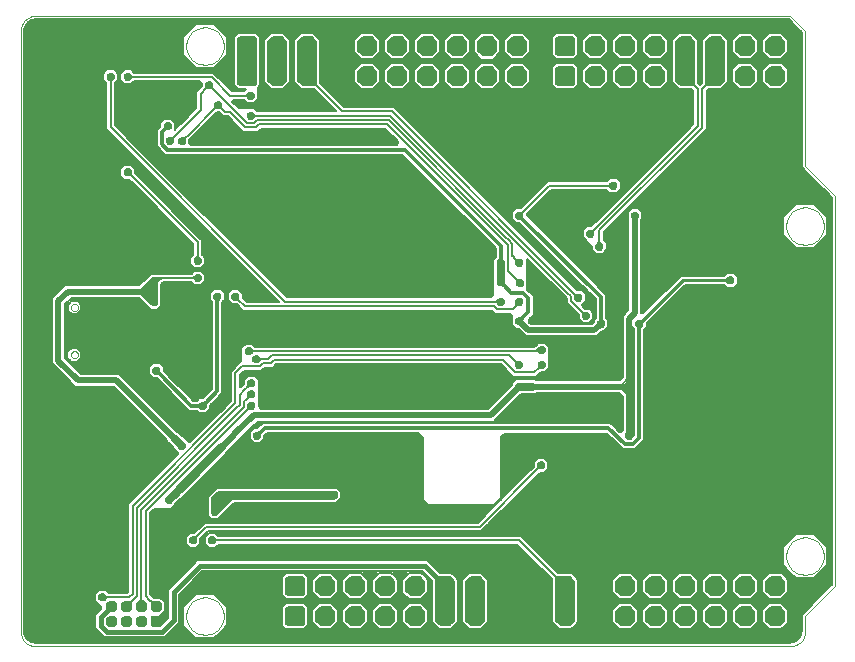
<source format=gbr>
G04 PROTEUS RS274X GERBER FILE*
%FSLAX45Y45*%
%MOMM*%
G01*
%ADD10C,0.190500*%
%ADD15C,0.300000*%
%ADD11C,0.400000*%
%ADD16C,0.550000*%
%ADD14C,0.500000*%
%ADD17C,0.250000*%
%ADD19C,0.360000*%
%ADD18C,0.470000*%
%ADD70C,0.609600*%
%AMPPAD028*
4,1,36,
0.323000,-0.450000,
-0.323000,-0.450000,
-0.348970,-0.447470,
-0.372980,-0.440200,
-0.394580,-0.428650,
-0.413290,-0.413290,
-0.428650,-0.394570,
-0.440200,-0.372980,
-0.447470,-0.348970,
-0.450000,-0.323000,
-0.450000,0.323000,
-0.447470,0.348970,
-0.440200,0.372980,
-0.428650,0.394570,
-0.413290,0.413290,
-0.394580,0.428650,
-0.372980,0.440200,
-0.348970,0.447470,
-0.323000,0.450000,
0.323000,0.450000,
0.348970,0.447470,
0.372980,0.440200,
0.394580,0.428650,
0.413290,0.413290,
0.428650,0.394570,
0.440200,0.372980,
0.447470,0.348970,
0.450000,0.323000,
0.450000,-0.323000,
0.447470,-0.348970,
0.440200,-0.372980,
0.428650,-0.394570,
0.413290,-0.413290,
0.394580,-0.428650,
0.372980,-0.440200,
0.348970,-0.447470,
0.323000,-0.450000,
0*%
%ADD34PPAD028*%
%ADD35C,0.900000*%
%AMPPAD030*
4,1,36,
-0.546000,0.800000,
0.546000,0.800000,
0.597930,0.794950,
0.645960,0.780400,
0.689150,0.757300,
0.726580,0.726580,
0.757300,0.689150,
0.780400,0.645960,
0.794950,0.597930,
0.800000,0.546000,
0.800000,-0.546000,
0.794950,-0.597930,
0.780400,-0.645960,
0.757300,-0.689150,
0.726580,-0.726580,
0.689150,-0.757300,
0.645960,-0.780400,
0.597930,-0.794950,
0.546000,-0.800000,
-0.546000,-0.800000,
-0.597930,-0.794950,
-0.645960,-0.780400,
-0.689150,-0.757300,
-0.726580,-0.726580,
-0.757300,-0.689150,
-0.780400,-0.645960,
-0.794950,-0.597930,
-0.800000,-0.546000,
-0.800000,0.546000,
-0.794950,0.597930,
-0.780400,0.645960,
-0.757300,0.689150,
-0.726580,0.726580,
-0.689150,0.757300,
-0.645960,0.780400,
-0.597930,0.794950,
-0.546000,0.800000,
0*%
%ADD36PPAD030*%
%ADD37C,1.600000*%
%ADD49C,0.025400*%
G36*
X+1035950Y+3025600D02*
X+1035950Y+2974800D01*
X+1118500Y+2892250D01*
X+1143900Y+2892250D01*
X+1150250Y+2898600D01*
X+1150250Y+3108150D01*
X+1143900Y+3114500D01*
X+1124850Y+3114500D01*
X+1035950Y+3025600D01*
G37*
G36*
X+3778250Y+450850D02*
X+3778250Y+311150D01*
X+3917950Y+311150D01*
X+3917950Y+450850D01*
X+3778250Y+450850D01*
G37*
G36*
X+4540250Y+444500D02*
X+4540250Y+304800D01*
X+4679950Y+304800D01*
X+4679950Y+444500D01*
X+4540250Y+444500D01*
G37*
G36*
X+5810250Y+5016500D02*
X+5810250Y+4876800D01*
X+5949950Y+4876800D01*
X+5949950Y+5016500D01*
X+5810250Y+5016500D01*
G37*
G36*
X+5556250Y+5010150D02*
X+5556250Y+4870450D01*
X+5695950Y+4870450D01*
X+5695950Y+5010150D01*
X+5556250Y+5010150D01*
G37*
G36*
X+2355850Y+5016500D02*
X+2355850Y+4876800D01*
X+2495550Y+4876800D01*
X+2495550Y+5016500D01*
X+2355850Y+5016500D01*
G37*
G36*
X+2101850Y+5016500D02*
X+2101850Y+4876800D01*
X+2241550Y+4876800D01*
X+2241550Y+5016500D01*
X+2101850Y+5016500D01*
G37*
G36*
X+1847850Y+5016500D02*
X+1847850Y+4876800D01*
X+1987550Y+4876800D01*
X+1987550Y+5016500D01*
X+1847850Y+5016500D01*
G37*
G36*
X+2012950Y+5187950D02*
X+2101850Y+5187950D01*
X+2051050Y+5137150D01*
X+2051050Y+4768850D01*
X+2101850Y+4718050D01*
X+2019300Y+4718050D01*
X+2019300Y+4724400D01*
X+2038350Y+4743450D01*
X+2038350Y+5162550D01*
X+2012950Y+5187950D01*
G37*
G36*
X+2241550Y+5187950D02*
X+2355850Y+5187950D01*
X+2305050Y+5137150D01*
X+2305050Y+4768850D01*
X+2355850Y+4718050D01*
X+2241550Y+4718050D01*
X+2292350Y+4768850D01*
X+2292350Y+5137150D01*
X+2241550Y+5187950D01*
G37*
G36*
X+2495550Y+5187950D02*
X+2863850Y+5187950D01*
X+2813050Y+5137150D01*
X+2813050Y+4572000D01*
X+2743200Y+4572000D01*
X+2546350Y+4768850D01*
X+2546350Y+5137150D01*
X+2495550Y+5187950D01*
G37*
G36*
X+2825750Y+4756150D02*
X+2825750Y+4572000D01*
X+3162300Y+4572000D01*
X+4019550Y+3714750D01*
X+4057650Y+3714750D01*
X+4057650Y+4705350D01*
X+2876550Y+4705350D01*
X+2825750Y+4756150D01*
G37*
G36*
X+3003550Y+5187950D02*
X+3117850Y+5187950D01*
X+3067050Y+5137150D01*
X+3067050Y+4768850D01*
X+3117850Y+4718050D01*
X+3003550Y+4718050D01*
X+3054350Y+4768850D01*
X+3054350Y+5137150D01*
X+3003550Y+5187950D01*
G37*
G36*
X+3257550Y+5187950D02*
X+3371850Y+5187950D01*
X+3321050Y+5137150D01*
X+3321050Y+4768850D01*
X+3371850Y+4718050D01*
X+3257550Y+4718050D01*
X+3308350Y+4768850D01*
X+3308350Y+5137150D01*
X+3257550Y+5187950D01*
G37*
G36*
X+3511550Y+5187950D02*
X+3625850Y+5187950D01*
X+3575050Y+5137150D01*
X+3575050Y+4768850D01*
X+3625850Y+4718050D01*
X+3511550Y+4718050D01*
X+3562350Y+4768850D01*
X+3562350Y+5137150D01*
X+3511550Y+5187950D01*
G37*
G36*
X+3765550Y+5187950D02*
X+3879850Y+5187950D01*
X+3829050Y+5137150D01*
X+3829050Y+4768850D01*
X+3879850Y+4718050D01*
X+3765550Y+4718050D01*
X+3816350Y+4768850D01*
X+3816350Y+5137150D01*
X+3765550Y+5187950D01*
G37*
G36*
X+4019550Y+5187950D02*
X+4133850Y+5187950D01*
X+4083050Y+5137150D01*
X+4083050Y+4768850D01*
X+4133850Y+4718050D01*
X+4019550Y+4718050D01*
X+4070350Y+4768850D01*
X+4070350Y+5137150D01*
X+4019550Y+5187950D01*
G37*
G36*
X+4933950Y+5187950D02*
X+5048250Y+5187950D01*
X+4997450Y+5137150D01*
X+4997450Y+4768850D01*
X+5048250Y+4718050D01*
X+4933950Y+4718050D01*
X+4984750Y+4768850D01*
X+4984750Y+5137150D01*
X+4933950Y+5187950D01*
G37*
G36*
X+4705350Y+5187950D02*
X+4794250Y+5187950D01*
X+4743450Y+5137150D01*
X+4743450Y+4768850D01*
X+4794250Y+4718050D01*
X+4705350Y+4718050D01*
X+4730750Y+4743450D01*
X+4730750Y+5162550D01*
X+4705350Y+5187950D01*
G37*
G36*
X+5187950Y+5187950D02*
X+5302250Y+5187950D01*
X+5251450Y+5137150D01*
X+5251450Y+4768850D01*
X+5302250Y+4718050D01*
X+5187950Y+4718050D01*
X+5238750Y+4768850D01*
X+5238750Y+5137150D01*
X+5187950Y+5187950D01*
G37*
G36*
X+5441950Y+5187950D02*
X+5556250Y+5187950D01*
X+5505450Y+5137150D01*
X+5505450Y+4768850D01*
X+5556250Y+4718050D01*
X+5441950Y+4718050D01*
X+5492750Y+4768850D01*
X+5492750Y+5137150D01*
X+5441950Y+5187950D01*
G37*
G36*
X+5695950Y+5187950D02*
X+5810250Y+5187950D01*
X+5759450Y+5137150D01*
X+5759450Y+4768850D01*
X+5753100Y+4762500D01*
X+5746750Y+4768850D01*
X+5746750Y+5137150D01*
X+5695950Y+5187950D01*
G37*
G36*
X+5949950Y+5187950D02*
X+6064250Y+5187950D01*
X+6013450Y+5137150D01*
X+6013450Y+4768850D01*
X+6064250Y+4718050D01*
X+5949950Y+4718050D01*
X+6000750Y+4768850D01*
X+6000750Y+5137150D01*
X+5949950Y+5187950D01*
G37*
G36*
X+6203950Y+5187950D02*
X+6318250Y+5187950D01*
X+6267450Y+5137150D01*
X+6267450Y+4768850D01*
X+6318250Y+4718050D01*
X+6203950Y+4718050D01*
X+6254750Y+4768850D01*
X+6254750Y+5137150D01*
X+6203950Y+5187950D01*
G37*
G36*
X+6457950Y+5187950D02*
X+6508750Y+5137150D01*
X+6508750Y+4768850D01*
X+6457950Y+4718050D01*
X+6604000Y+4718050D01*
X+6604000Y+5187950D01*
X+6457950Y+5187950D01*
G37*
G36*
X+6496050Y+5010150D02*
X+6496050Y+4902200D01*
X+6451600Y+4946650D01*
X+6330950Y+4946650D01*
X+6280150Y+4895850D01*
X+6280150Y+5010150D01*
X+6330950Y+4959350D01*
X+6445250Y+4959350D01*
X+6496050Y+5010150D01*
G37*
G36*
X+6242050Y+5010150D02*
X+6242050Y+4902200D01*
X+6197600Y+4946650D01*
X+6076950Y+4946650D01*
X+6026150Y+4895850D01*
X+6026150Y+5010150D01*
X+6076950Y+4959350D01*
X+6191250Y+4959350D01*
X+6242050Y+5010150D01*
G37*
G36*
X+5480050Y+5010150D02*
X+5480050Y+4902200D01*
X+5435600Y+4946650D01*
X+5314950Y+4946650D01*
X+5264150Y+4895850D01*
X+5264150Y+5010150D01*
X+5314950Y+4959350D01*
X+5429250Y+4959350D01*
X+5480050Y+5010150D01*
G37*
G36*
X+5226050Y+5010150D02*
X+5226050Y+4902200D01*
X+5181600Y+4946650D01*
X+5060950Y+4946650D01*
X+5010150Y+4895850D01*
X+5010150Y+5010150D01*
X+5060950Y+4959350D01*
X+5175250Y+4959350D01*
X+5226050Y+5010150D01*
G37*
G36*
X+4972050Y+5010150D02*
X+4972050Y+4902200D01*
X+4927600Y+4946650D01*
X+4806950Y+4946650D01*
X+4756150Y+4895850D01*
X+4756150Y+5010150D01*
X+4806950Y+4959350D01*
X+4921250Y+4959350D01*
X+4972050Y+5010150D01*
G37*
G36*
X+4718050Y+4984750D02*
X+4718050Y+4921250D01*
X+4692650Y+4946650D01*
X+4527550Y+4946650D01*
X+4502150Y+4921250D01*
X+4502150Y+4991100D01*
X+4533900Y+4959350D01*
X+4692650Y+4959350D01*
X+4718050Y+4984750D01*
G37*
G36*
X+4273550Y+5187950D02*
X+4514850Y+5187950D01*
X+4489450Y+5162550D01*
X+4489450Y+4743450D01*
X+4514850Y+4718050D01*
X+4273550Y+4718050D01*
X+4324350Y+4768850D01*
X+4324350Y+5137150D01*
X+4273550Y+5187950D01*
G37*
G36*
X+4311650Y+5010150D02*
X+4311650Y+4902200D01*
X+4267200Y+4946650D01*
X+4146550Y+4946650D01*
X+4095750Y+4895850D01*
X+4095750Y+5010150D01*
X+4146550Y+4959350D01*
X+4260850Y+4959350D01*
X+4311650Y+5010150D01*
G37*
G36*
X+4057650Y+5010150D02*
X+4057650Y+4902200D01*
X+4013200Y+4946650D01*
X+3892550Y+4946650D01*
X+3841750Y+4895850D01*
X+3841750Y+5010150D01*
X+3892550Y+4959350D01*
X+4006850Y+4959350D01*
X+4057650Y+5010150D01*
G37*
G36*
X+3803650Y+5010150D02*
X+3803650Y+4902200D01*
X+3759200Y+4946650D01*
X+3638550Y+4946650D01*
X+3587750Y+4895850D01*
X+3587750Y+5010150D01*
X+3638550Y+4959350D01*
X+3752850Y+4959350D01*
X+3803650Y+5010150D01*
G37*
G36*
X+3549650Y+5010150D02*
X+3549650Y+4902200D01*
X+3505200Y+4946650D01*
X+3384550Y+4946650D01*
X+3333750Y+4895850D01*
X+3333750Y+5010150D01*
X+3384550Y+4959350D01*
X+3498850Y+4959350D01*
X+3549650Y+5010150D01*
G37*
G36*
X+3295650Y+5010150D02*
X+3295650Y+4902200D01*
X+3251200Y+4946650D01*
X+3130550Y+4946650D01*
X+3079750Y+4895850D01*
X+3079750Y+5010150D01*
X+3130550Y+4959350D01*
X+3244850Y+4959350D01*
X+3295650Y+5010150D01*
G37*
G36*
X+3041650Y+5010150D02*
X+3041650Y+4902200D01*
X+2997200Y+4946650D01*
X+2876550Y+4946650D01*
X+2825750Y+4895850D01*
X+2825750Y+5010150D01*
X+2876550Y+4959350D01*
X+2990850Y+4959350D01*
X+3041650Y+5010150D01*
G37*
G36*
X+1733550Y+5187950D02*
X+1822450Y+5187950D01*
X+1797050Y+5162550D01*
X+1797050Y+4743450D01*
X+1835150Y+4705350D01*
X+1790700Y+4705350D01*
X+1631950Y+4864100D01*
X+1524000Y+4864100D01*
X+1504950Y+4883150D01*
X+1638300Y+4883150D01*
X+1758950Y+5003800D01*
X+1758950Y+5156200D01*
X+1733550Y+5181600D01*
X+1733550Y+5187950D01*
G37*
G36*
X+1797050Y+4616450D02*
X+1797050Y+4610100D01*
X+1847850Y+4559300D01*
X+1981200Y+4559300D01*
X+2006600Y+4533900D01*
X+2654300Y+4533900D01*
X+2482850Y+4705350D01*
X+2019300Y+4705350D01*
X+2019300Y+4629150D01*
X+1981200Y+4591050D01*
X+1917700Y+4591050D01*
X+1892300Y+4616450D01*
X+1797050Y+4616450D01*
G37*
G36*
X+1619250Y+5295900D02*
X+1714500Y+5200650D01*
X+6597650Y+5200650D01*
X+6502400Y+5295900D01*
X+1619250Y+5295900D01*
G37*
G36*
X+1435100Y+4279900D02*
X+1435100Y+4267200D01*
X+1447800Y+4254500D01*
X+3181350Y+4254500D01*
X+3187700Y+4260850D01*
X+3187700Y+4267200D01*
X+3079750Y+4375150D01*
X+2038350Y+4375150D01*
X+2006600Y+4349750D01*
X+1885950Y+4349750D01*
X+1758950Y+4476750D01*
X+1714500Y+4476750D01*
X+1682750Y+4508500D01*
X+1663700Y+4508500D01*
X+1435100Y+4279900D01*
G37*
G36*
X+1492250Y+3048000D02*
X+1593850Y+2946400D01*
X+1593850Y+2984500D01*
X+1638300Y+3028950D01*
X+1695450Y+3028950D01*
X+1739900Y+2984500D01*
X+1739900Y+2946400D01*
X+1746250Y+2940050D01*
X+1746250Y+2984500D01*
X+1790700Y+3028950D01*
X+1828800Y+3028950D01*
X+1568450Y+3289300D01*
X+1568450Y+3232150D01*
X+1536700Y+3200400D01*
X+1536700Y+3181350D01*
X+1568450Y+3149600D01*
X+1568450Y+3086100D01*
X+1530350Y+3048000D01*
X+1492250Y+3048000D01*
G37*
G36*
X+1885950Y+2990850D02*
X+1885950Y+2952750D01*
X+1917700Y+2921000D01*
X+2171700Y+2921000D01*
X+977900Y+4114800D01*
X+977900Y+4006850D01*
X+1543050Y+3441700D01*
X+1543050Y+3333750D01*
X+1885950Y+2990850D01*
G37*
G36*
X+1054100Y+4165600D02*
X+1206500Y+4165600D01*
X+1143000Y+4229100D01*
X+1143000Y+4368800D01*
X+1174750Y+4400550D01*
X+1174750Y+4432300D01*
X+1212850Y+4470400D01*
X+1276350Y+4470400D01*
X+1314450Y+4432300D01*
X+1314450Y+4394200D01*
X+1479550Y+4559300D01*
X+1479550Y+4699000D01*
X+1524000Y+4743450D01*
X+1524000Y+4762500D01*
X+1511300Y+4775200D01*
X+965200Y+4775200D01*
X+939800Y+4749800D01*
X+876300Y+4749800D01*
X+838200Y+4787900D01*
X+838200Y+4851400D01*
X+863600Y+4876800D01*
X+806450Y+4876800D01*
X+831850Y+4851400D01*
X+831850Y+4787900D01*
X+806450Y+4762500D01*
X+806450Y+4413250D01*
X+1054100Y+4165600D01*
G37*
G36*
X+1504950Y+4864100D02*
X+965200Y+4864100D01*
X+939800Y+4889500D01*
X+38100Y+4889500D01*
X+38100Y+5207000D01*
X+44958Y+5241987D01*
X+63797Y+5270202D01*
X+92013Y+5289041D01*
X+127000Y+5295900D01*
X+1600200Y+5295900D01*
X+1619250Y+5276850D01*
X+1485900Y+5276850D01*
X+1365250Y+5156200D01*
X+1365250Y+4997450D01*
X+1504950Y+4864100D01*
G37*
G36*
X+4038600Y+3702050D02*
X+4178300Y+3702050D01*
X+4152900Y+3676650D01*
X+4152900Y+3613150D01*
X+4191000Y+3575050D01*
X+4216400Y+3575050D01*
X+4864100Y+2927350D01*
X+4864100Y+2781300D01*
X+4857750Y+2774950D01*
X+4857750Y+2825750D01*
X+4819650Y+2863850D01*
X+4781550Y+2863850D01*
X+4762500Y+2882900D01*
X+4762500Y+2889250D01*
X+4794250Y+2921000D01*
X+4794250Y+2978150D01*
X+4749800Y+3022600D01*
X+4711700Y+3022600D01*
X+4038600Y+3695700D01*
X+4038600Y+3702050D01*
G37*
G36*
X+4749800Y+2730500D02*
X+4324350Y+2730500D01*
X+4311650Y+2743200D01*
X+4311650Y+2762250D01*
X+4356100Y+2806700D01*
X+4356100Y+2965450D01*
X+4298950Y+3022600D01*
X+4298950Y+3257550D01*
X+4616450Y+2940050D01*
X+4616450Y+2901950D01*
X+4718050Y+2800350D01*
X+4718050Y+2762250D01*
X+4749800Y+2730500D01*
G37*
G36*
X+3994150Y+2978150D02*
X+3975100Y+2959100D01*
X+2260600Y+2959100D01*
X+1066800Y+4152900D01*
X+3232150Y+4152900D01*
X+4013200Y+3371850D01*
X+4013200Y+3295650D01*
X+3994150Y+3276600D01*
X+3994150Y+2978150D01*
G37*
G36*
X+4984750Y+3968750D02*
X+4959350Y+3943350D01*
X+4457700Y+3943350D01*
X+4229100Y+3714750D01*
X+4070350Y+3714750D01*
X+4070350Y+4705350D01*
X+4502150Y+4705350D01*
X+5010150Y+4197350D01*
X+5010150Y+3968750D01*
X+4984750Y+3968750D01*
G37*
G36*
X+5086350Y+3930650D02*
X+5086350Y+3822700D01*
X+5689600Y+4425950D01*
X+5689600Y+4692650D01*
X+5676900Y+4705350D01*
X+4521200Y+4705350D01*
X+5022850Y+4203700D01*
X+5022850Y+3968750D01*
X+5048250Y+3968750D01*
X+5086350Y+3930650D01*
G37*
G36*
X+4768850Y+3441700D02*
X+4832350Y+3378200D01*
X+4832350Y+3346450D01*
X+4864100Y+3314700D01*
X+4933950Y+3314700D01*
X+4953000Y+3333750D01*
X+4953000Y+2990850D01*
X+4768850Y+3175000D01*
X+4768850Y+3441700D01*
G37*
G36*
X+5073650Y+3854450D02*
X+5073650Y+3803650D01*
X+4832350Y+3562350D01*
X+4794250Y+3562350D01*
X+4749800Y+3517900D01*
X+4749800Y+3194050D01*
X+4292600Y+3651250D01*
X+4495800Y+3854450D01*
X+4959350Y+3854450D01*
X+4984750Y+3829050D01*
X+5048250Y+3829050D01*
X+5073650Y+3854450D01*
G37*
G36*
X+4445000Y+2616200D02*
X+4406900Y+2578100D01*
X+4445000Y+2578100D01*
X+4483100Y+2540000D01*
X+4483100Y+2349500D01*
X+4445000Y+2311400D01*
X+4406900Y+2311400D01*
X+4362450Y+2266950D01*
X+4362450Y+2260600D01*
X+5073650Y+2260600D01*
X+5092700Y+2279650D01*
X+5092700Y+2800350D01*
X+5137150Y+2844800D01*
X+5137150Y+3606800D01*
X+5130800Y+3613150D01*
X+5130800Y+3683000D01*
X+4946650Y+3498850D01*
X+4946650Y+3441700D01*
X+4972050Y+3416300D01*
X+4972050Y+3352800D01*
X+4965700Y+3346450D01*
X+4965700Y+2781300D01*
X+4984750Y+2762250D01*
X+4984750Y+2698750D01*
X+4946650Y+2660650D01*
X+4927600Y+2660650D01*
X+4883150Y+2616200D01*
X+4445000Y+2616200D01*
G37*
G36*
X+5181600Y+3740150D02*
X+5156200Y+3714750D01*
X+5232400Y+3714750D01*
X+5270500Y+3676650D01*
X+5270500Y+3613150D01*
X+5264150Y+3606800D01*
X+5264150Y+2825750D01*
X+5270500Y+2825750D01*
X+5588000Y+3143250D01*
X+5956300Y+3143250D01*
X+5981700Y+3168650D01*
X+6038850Y+3168650D01*
X+6083300Y+3124200D01*
X+6083300Y+3092450D01*
X+6369050Y+3378200D01*
X+6540500Y+3378200D01*
X+6445250Y+3473450D01*
X+6445250Y+3638550D01*
X+6546850Y+3740150D01*
X+5181600Y+3740150D01*
G37*
G36*
X+6724650Y+3930650D02*
X+6724650Y+3746500D01*
X+6838950Y+3632200D01*
X+6838950Y+3479800D01*
X+6737350Y+3378200D01*
X+6858000Y+3378200D01*
X+6858000Y+3797300D01*
X+6724650Y+3930650D01*
G37*
G36*
X+6711950Y+3752850D02*
X+5200650Y+3752850D01*
X+5816600Y+4368800D01*
X+5816600Y+4699000D01*
X+5822950Y+4705350D01*
X+6604000Y+4705350D01*
X+6604000Y+4051300D01*
X+6711950Y+3943350D01*
X+6711950Y+3752850D01*
G37*
G36*
X+6858000Y+3359150D02*
X+6858000Y+3041650D01*
X+6057900Y+3041650D01*
X+6375400Y+3359150D01*
X+6858000Y+3359150D01*
G37*
G36*
X+38100Y+4876800D02*
X+717550Y+4876800D01*
X+692150Y+4851400D01*
X+692150Y+4787900D01*
X+717550Y+4762500D01*
X+717550Y+3060700D01*
X+368300Y+3060700D01*
X+38100Y+2730500D01*
X+38100Y+4876800D01*
G37*
G36*
X+730250Y+3060700D02*
X+1003300Y+3060700D01*
X+1104900Y+3162300D01*
X+1441450Y+3162300D01*
X+1460500Y+3181350D01*
X+1460500Y+3200400D01*
X+1428750Y+3232150D01*
X+1428750Y+3295650D01*
X+1454150Y+3321050D01*
X+1454150Y+3403600D01*
X+914400Y+3943350D01*
X+876300Y+3943350D01*
X+730250Y+4089400D01*
X+730250Y+3060700D01*
G37*
G36*
X+730250Y+4108450D02*
X+838200Y+4000500D01*
X+838200Y+4044950D01*
X+876300Y+4083050D01*
X+939800Y+4083050D01*
X+965200Y+4057650D01*
X+965200Y+4127500D01*
X+730250Y+4362450D01*
X+730250Y+4108450D01*
G37*
G36*
X+476250Y+2940050D02*
X+520700Y+2895600D01*
X+520700Y+2838450D01*
X+482600Y+2800350D01*
X+431800Y+2800350D01*
X+400050Y+2832100D01*
X+400050Y+2501900D01*
X+431800Y+2533650D01*
X+482600Y+2533650D01*
X+520700Y+2495550D01*
X+520700Y+2438400D01*
X+482600Y+2400300D01*
X+425450Y+2400300D01*
X+514350Y+2311400D01*
X+1079500Y+2311400D01*
X+1079500Y+2362200D01*
X+1187450Y+2470150D01*
X+1187450Y+2863850D01*
X+1162050Y+2838450D01*
X+1104900Y+2838450D01*
X+1003300Y+2940050D01*
X+476250Y+2940050D01*
G37*
G36*
X+1200150Y+3060700D02*
X+1212850Y+3073400D01*
X+1441450Y+3073400D01*
X+1619250Y+2895600D01*
X+1619250Y+2184400D01*
X+1543050Y+2108200D01*
X+1511300Y+2108200D01*
X+1485900Y+2082800D01*
X+1466850Y+2082800D01*
X+1219200Y+2330450D01*
X+1219200Y+2362200D01*
X+1181100Y+2400300D01*
X+1136650Y+2400300D01*
X+1200150Y+2470150D01*
X+1200150Y+3060700D01*
G37*
G36*
X+1670050Y+1968500D02*
X+1435100Y+1733550D01*
X+1428750Y+1733550D01*
X+1339850Y+1822450D01*
X+1327150Y+1822450D01*
X+850900Y+2298700D01*
X+1079500Y+2298700D01*
X+1117600Y+2260600D01*
X+1149350Y+2260600D01*
X+1422400Y+1987550D01*
X+1485900Y+1987550D01*
X+1504950Y+1968500D01*
X+1670050Y+1968500D01*
G37*
G36*
X+1682750Y+1981200D02*
X+1587500Y+1981200D01*
X+1612900Y+2006600D01*
X+1612900Y+2038350D01*
X+1714500Y+2139950D01*
X+1714500Y+2552700D01*
X+1885950Y+2552700D01*
X+1860550Y+2527300D01*
X+1860550Y+2413000D01*
X+1771650Y+2324100D01*
X+1771650Y+2070100D01*
X+1682750Y+1981200D01*
G37*
G36*
X+1733550Y+2927350D02*
X+1714500Y+2908300D01*
X+1714500Y+2565400D01*
X+1968500Y+2565400D01*
X+1993900Y+2540000D01*
X+4343400Y+2540000D01*
X+4419600Y+2616200D01*
X+4273550Y+2616200D01*
X+4216400Y+2673350D01*
X+4197350Y+2673350D01*
X+4152900Y+2717800D01*
X+4152900Y+2794000D01*
X+4140200Y+2806700D01*
X+4013200Y+2806700D01*
X+3987800Y+2832100D01*
X+1879600Y+2832100D01*
X+1822450Y+2889250D01*
X+1778000Y+2889250D01*
X+1739900Y+2927350D01*
X+1733550Y+2927350D01*
G37*
G36*
X+4349750Y+2273300D02*
X+4343400Y+2266950D01*
X+4191000Y+2266950D01*
X+4152900Y+2228850D01*
X+4152900Y+2216150D01*
X+3962400Y+2019300D01*
X+2038350Y+2019300D01*
X+2025650Y+2032000D01*
X+2025650Y+2254250D01*
X+1981200Y+2298700D01*
X+1924050Y+2298700D01*
X+1885950Y+2260600D01*
X+1885950Y+2222500D01*
X+1866900Y+2203450D01*
X+1860550Y+2203450D01*
X+1860550Y+2292350D01*
X+1892300Y+2324100D01*
X+2044700Y+2324100D01*
X+2070100Y+2349500D01*
X+2139950Y+2349500D01*
X+2171700Y+2381250D01*
X+4064000Y+2381250D01*
X+4171950Y+2273300D01*
X+4349750Y+2273300D01*
G37*
G36*
X+5073650Y+2133600D02*
X+5092700Y+2114550D01*
X+5092700Y+1828800D01*
X+5086350Y+1822450D01*
X+5073650Y+1822450D01*
X+5003800Y+1892300D01*
X+4006850Y+1892300D01*
X+4241800Y+2127250D01*
X+4356100Y+2127250D01*
X+4362450Y+2133600D01*
X+5073650Y+2133600D01*
G37*
G36*
X+1416050Y+1295400D02*
X+1600200Y+1295400D01*
X+1574800Y+1270000D01*
X+1574800Y+1104900D01*
X+1612900Y+1066800D01*
X+1657350Y+1066800D01*
X+1644650Y+1054100D01*
X+1555750Y+1054100D01*
X+1466850Y+965200D01*
X+1428750Y+965200D01*
X+1390650Y+927100D01*
X+1390650Y+628650D01*
X+1238250Y+476250D01*
X+1238250Y+234950D01*
X+1193800Y+190500D01*
X+1187450Y+190500D01*
X+1187450Y+254000D01*
X+1231900Y+298450D01*
X+1231900Y+374650D01*
X+1187450Y+419100D01*
X+1130300Y+419100D01*
X+1104900Y+444500D01*
X+1104900Y+1123950D01*
X+1136650Y+1155700D01*
X+1276350Y+1155700D01*
X+1416050Y+1295400D01*
G37*
G36*
X+1403350Y+850900D02*
X+1403350Y+641350D01*
X+1498600Y+736600D01*
X+1536700Y+736600D01*
X+1625600Y+825500D01*
X+1593850Y+825500D01*
X+1549400Y+869950D01*
X+1549400Y+920750D01*
X+1530350Y+901700D01*
X+1530350Y+863600D01*
X+1492250Y+825500D01*
X+1428750Y+825500D01*
X+1403350Y+850900D01*
G37*
G36*
X+4229100Y+1289050D02*
X+4229100Y+939800D01*
X+1676400Y+939800D01*
X+1651000Y+965200D01*
X+3905250Y+965200D01*
X+4229100Y+1289050D01*
G37*
G36*
X+3917950Y+615950D02*
X+4438650Y+615950D01*
X+4489450Y+565150D01*
X+4489450Y+196850D01*
X+4540250Y+146050D01*
X+3917950Y+146050D01*
X+3968750Y+196850D01*
X+3968750Y+565150D01*
X+3917950Y+615950D01*
G37*
G36*
X+4679950Y+615950D02*
X+5048250Y+615950D01*
X+4997450Y+565150D01*
X+4997450Y+196850D01*
X+5048250Y+146050D01*
X+4679950Y+146050D01*
X+4730750Y+196850D01*
X+4730750Y+565150D01*
X+4679950Y+615950D01*
G37*
G36*
X+5010150Y+438150D02*
X+5010150Y+323850D01*
X+5060950Y+374650D01*
X+6445250Y+374650D01*
X+6496050Y+323850D01*
X+6496050Y+438150D01*
X+6445250Y+387350D01*
X+5060950Y+387350D01*
X+5010150Y+438150D01*
G37*
G36*
X+5187950Y+615950D02*
X+5302250Y+615950D01*
X+5251450Y+565150D01*
X+5251450Y+450850D01*
X+5302250Y+400050D01*
X+5187950Y+400050D01*
X+5238750Y+450850D01*
X+5238750Y+565150D01*
X+5187950Y+615950D01*
G37*
G36*
X+5441950Y+615950D02*
X+5556250Y+615950D01*
X+5505450Y+565150D01*
X+5505450Y+450850D01*
X+5556250Y+400050D01*
X+5441950Y+400050D01*
X+5492750Y+450850D01*
X+5492750Y+565150D01*
X+5441950Y+615950D01*
G37*
G36*
X+5695950Y+615950D02*
X+5810250Y+615950D01*
X+5759450Y+565150D01*
X+5759450Y+450850D01*
X+5810250Y+400050D01*
X+5695950Y+400050D01*
X+5746750Y+450850D01*
X+5746750Y+565150D01*
X+5695950Y+615950D01*
G37*
G36*
X+5949950Y+615950D02*
X+6064250Y+615950D01*
X+6013450Y+565150D01*
X+6013450Y+450850D01*
X+6064250Y+400050D01*
X+5949950Y+400050D01*
X+6000750Y+450850D01*
X+6000750Y+565150D01*
X+5949950Y+615950D01*
G37*
G36*
X+6203950Y+615950D02*
X+6318250Y+615950D01*
X+6267450Y+565150D01*
X+6267450Y+450850D01*
X+6318250Y+400050D01*
X+6203950Y+400050D01*
X+6254750Y+450850D01*
X+6254750Y+565150D01*
X+6203950Y+615950D01*
G37*
G36*
X+6203950Y+361950D02*
X+6318250Y+361950D01*
X+6267450Y+311150D01*
X+6267450Y+196850D01*
X+6318250Y+146050D01*
X+6203950Y+146050D01*
X+6254750Y+196850D01*
X+6254750Y+311150D01*
X+6203950Y+361950D01*
G37*
G36*
X+5949950Y+361950D02*
X+6064250Y+361950D01*
X+6013450Y+311150D01*
X+6013450Y+196850D01*
X+6064250Y+146050D01*
X+5949950Y+146050D01*
X+6000750Y+196850D01*
X+6000750Y+311150D01*
X+5949950Y+361950D01*
G37*
G36*
X+5695950Y+361950D02*
X+5810250Y+361950D01*
X+5759450Y+311150D01*
X+5759450Y+196850D01*
X+5810250Y+146050D01*
X+5695950Y+146050D01*
X+5746750Y+196850D01*
X+5746750Y+311150D01*
X+5695950Y+361950D01*
G37*
G36*
X+5441950Y+361950D02*
X+5556250Y+361950D01*
X+5505450Y+311150D01*
X+5505450Y+196850D01*
X+5556250Y+146050D01*
X+5441950Y+146050D01*
X+5492750Y+196850D01*
X+5492750Y+311150D01*
X+5441950Y+361950D01*
G37*
G36*
X+5187950Y+361950D02*
X+5302250Y+361950D01*
X+5251450Y+311150D01*
X+5251450Y+196850D01*
X+5302250Y+146050D01*
X+5187950Y+146050D01*
X+5238750Y+196850D01*
X+5238750Y+311150D01*
X+5187950Y+361950D01*
G37*
G36*
X+2647950Y+615950D02*
X+2762250Y+615950D01*
X+2711450Y+565150D01*
X+2711450Y+450850D01*
X+2762250Y+400050D01*
X+2647950Y+400050D01*
X+2698750Y+450850D01*
X+2698750Y+565150D01*
X+2647950Y+615950D01*
G37*
G36*
X+2647950Y+361950D02*
X+2762250Y+361950D01*
X+2711450Y+311150D01*
X+2711450Y+196850D01*
X+2762250Y+146050D01*
X+2647950Y+146050D01*
X+2698750Y+196850D01*
X+2698750Y+311150D01*
X+2647950Y+361950D01*
G37*
G36*
X+2419350Y+400050D02*
X+2508250Y+400050D01*
X+2457450Y+450850D01*
X+2457450Y+565150D01*
X+2508250Y+615950D01*
X+2419350Y+615950D01*
X+2444750Y+590550D01*
X+2444750Y+425450D01*
X+2419350Y+400050D01*
G37*
G36*
X+2419350Y+146050D02*
X+2508250Y+146050D01*
X+2457450Y+196850D01*
X+2457450Y+311150D01*
X+2508250Y+361950D01*
X+2419350Y+361950D01*
X+2444750Y+336550D01*
X+2444750Y+171450D01*
X+2419350Y+146050D01*
G37*
G36*
X+730250Y+63500D02*
X+755650Y+38100D01*
X+1600200Y+38100D01*
X+1619250Y+57150D01*
X+1479550Y+57150D01*
X+1365250Y+171450D01*
X+1365250Y+336550D01*
X+1460500Y+431800D01*
X+1352550Y+431800D01*
X+1352550Y+196850D01*
X+1219200Y+63500D01*
X+730250Y+63500D01*
G37*
G36*
X+1625600Y+38100D02*
X+2336800Y+38100D01*
X+2203450Y+171450D01*
X+2203450Y+590550D01*
X+2235200Y+622300D01*
X+1536700Y+622300D01*
X+1365250Y+450850D01*
X+1644650Y+450850D01*
X+1758950Y+336550D01*
X+1758950Y+171450D01*
X+1625600Y+38100D01*
G37*
G36*
X+6419850Y+133350D02*
X+6324600Y+38100D01*
X+2355850Y+38100D01*
X+2260600Y+133350D01*
X+6419850Y+133350D01*
G37*
G36*
X+3663950Y+146050D02*
X+3778250Y+146050D01*
X+3727450Y+196850D01*
X+3727450Y+565150D01*
X+3778250Y+615950D01*
X+3663950Y+615950D01*
X+3714750Y+565150D01*
X+3714750Y+196850D01*
X+3663950Y+146050D01*
G37*
G36*
X+6350000Y+38100D02*
X+6515100Y+38100D01*
X+6533277Y+39995D01*
X+6550087Y+45448D01*
X+6578302Y+65633D01*
X+6597141Y+95864D01*
X+6604000Y+133350D01*
X+6604000Y+266700D01*
X+6858000Y+520700D01*
X+6858000Y+939800D01*
X+6737350Y+939800D01*
X+6838950Y+838200D01*
X+6838950Y+679450D01*
X+6724650Y+565150D01*
X+6559550Y+565150D01*
X+6464300Y+660400D01*
X+6464300Y+609600D01*
X+6508750Y+565150D01*
X+6508750Y+196850D01*
X+6350000Y+38100D01*
G37*
G36*
X+4552950Y+628650D02*
X+6445250Y+628650D01*
X+6445250Y+844550D01*
X+6559550Y+958850D01*
X+6858000Y+958850D01*
X+6858000Y+1587500D01*
X+4451350Y+1587500D01*
X+4476750Y+1562100D01*
X+4476750Y+1498600D01*
X+4438650Y+1460500D01*
X+4400550Y+1460500D01*
X+4248150Y+1308100D01*
X+4248150Y+933450D01*
X+4552950Y+628650D01*
G37*
G36*
X+5289550Y+1739900D02*
X+5149850Y+1600200D01*
X+6858000Y+1600200D01*
X+6858000Y+3028950D01*
X+5975350Y+3028950D01*
X+5956300Y+3048000D01*
X+5626100Y+3048000D01*
X+5308600Y+2730500D01*
X+5308600Y+2698750D01*
X+5289550Y+2679700D01*
X+5289550Y+1739900D01*
G37*
G36*
X+736600Y+38100D02*
X+133350Y+38100D01*
X+95864Y+44958D01*
X+65633Y+63797D01*
X+45448Y+92013D01*
X+39995Y+108823D01*
X+38100Y+127000D01*
X+38100Y+2711450D01*
X+260350Y+2933700D01*
X+260350Y+2387600D01*
X+463550Y+2184400D01*
X+787400Y+2184400D01*
X+1238250Y+1733550D01*
X+1238250Y+1720850D01*
X+1327150Y+1631950D01*
X+1327150Y+1625600D01*
X+901700Y+1200150D01*
X+901700Y+463550D01*
X+895350Y+457200D01*
X+749300Y+457200D01*
X+723900Y+482600D01*
X+660400Y+482600D01*
X+622300Y+444500D01*
X+622300Y+381000D01*
X+673100Y+330200D01*
X+673100Y+317500D01*
X+622300Y+266700D01*
X+622300Y+152400D01*
X+736600Y+38100D01*
G37*
G36*
X+4102100Y+1790700D02*
X+4070350Y+1758950D01*
X+4070350Y+1257300D01*
X+4337050Y+1524000D01*
X+4337050Y+1562100D01*
X+4381500Y+1606550D01*
X+5156200Y+1606550D01*
X+5156200Y+1619250D01*
X+5194300Y+1657350D01*
X+5099050Y+1657350D01*
X+4965700Y+1790700D01*
X+4102100Y+1790700D01*
G37*
G36*
X+1562100Y+736600D02*
X+3441700Y+736600D01*
X+3549650Y+628650D01*
X+4425950Y+628650D01*
X+4203700Y+850900D01*
X+1676400Y+850900D01*
X+1562100Y+736600D01*
G37*
G36*
X+2216150Y+412750D02*
X+2216150Y+349250D01*
X+2241550Y+374650D01*
X+3397250Y+374650D01*
X+3448050Y+323850D01*
X+3448050Y+438150D01*
X+3397250Y+387350D01*
X+2241550Y+387350D01*
X+2216150Y+412750D01*
G37*
G36*
X+2901950Y+615950D02*
X+3016250Y+615950D01*
X+2965450Y+565150D01*
X+2965450Y+450850D01*
X+3016250Y+400050D01*
X+2901950Y+400050D01*
X+2952750Y+450850D01*
X+2952750Y+565150D01*
X+2901950Y+615950D01*
G37*
G36*
X+3155950Y+615950D02*
X+3270250Y+615950D01*
X+3219450Y+565150D01*
X+3219450Y+450850D01*
X+3270250Y+400050D01*
X+3155950Y+400050D01*
X+3206750Y+450850D01*
X+3206750Y+565150D01*
X+3155950Y+615950D01*
G37*
G36*
X+3155950Y+361950D02*
X+3270250Y+361950D01*
X+3219450Y+311150D01*
X+3219450Y+196850D01*
X+3270250Y+146050D01*
X+3155950Y+146050D01*
X+3206750Y+196850D01*
X+3206750Y+311150D01*
X+3155950Y+361950D01*
G37*
G36*
X+2901950Y+361950D02*
X+3016250Y+361950D01*
X+2965450Y+311150D01*
X+2965450Y+196850D01*
X+3016250Y+146050D01*
X+2901950Y+146050D01*
X+2952750Y+196850D01*
X+2952750Y+311150D01*
X+2901950Y+361950D01*
G37*
G36*
X+3524250Y+311150D02*
X+3524250Y+450850D01*
X+3663950Y+450850D01*
X+3663950Y+311150D01*
X+3524250Y+311150D01*
G37*
G36*
X+3409950Y+146050D02*
X+3524250Y+146050D01*
X+3473450Y+196850D01*
X+3473450Y+552450D01*
X+3460750Y+565150D01*
X+3460750Y+196850D01*
X+3409950Y+146050D01*
G37*
G36*
X+1677850Y+1300400D02*
X+1627050Y+1249600D01*
X+1627050Y+1135300D01*
X+1639750Y+1122600D01*
X+1658800Y+1122600D01*
X+1785800Y+1249600D01*
X+2655750Y+1249600D01*
X+2674800Y+1268650D01*
X+2674800Y+1287700D01*
X+2662100Y+1300400D01*
X+1677850Y+1300400D01*
G37*
G36*
X+3397250Y+1257300D02*
X+3308350Y+1346200D01*
X+1657350Y+1346200D01*
X+1619250Y+1308100D01*
X+1428750Y+1308100D01*
X+2006600Y+1892300D01*
X+2044700Y+1892300D01*
X+2000250Y+1847850D01*
X+1968500Y+1847850D01*
X+1930400Y+1809750D01*
X+1930400Y+1752600D01*
X+1968500Y+1714500D01*
X+2032000Y+1714500D01*
X+2070100Y+1752600D01*
X+2070100Y+1778000D01*
X+2089150Y+1797050D01*
X+3365500Y+1797050D01*
X+3397250Y+1765300D01*
X+3397250Y+1257300D01*
G37*
G36*
X+4000500Y+1187450D02*
X+3867150Y+1054100D01*
X+1663700Y+1054100D01*
X+1809750Y+1200150D01*
X+2673350Y+1200150D01*
X+2724150Y+1250950D01*
X+2724150Y+1308100D01*
X+2698750Y+1333500D01*
X+3295650Y+1333500D01*
X+3441700Y+1187450D01*
X+4000500Y+1187450D01*
G37*
D10*
X+983350Y+2331200D02*
X+988750Y+2325800D01*
X+2324100Y+254000D02*
X+2324100Y+330200D01*
X+2387600Y+330200D01*
X+2400300Y+317500D01*
X+2400300Y+190500D01*
X+2387600Y+177800D01*
X+2260600Y+177800D01*
X+2247900Y+190500D01*
X+2247900Y+317500D01*
X+2260600Y+330200D01*
X+2330450Y+330200D01*
X+2324100Y+508000D02*
X+2324100Y+584200D01*
X+2387600Y+584200D01*
X+2400300Y+571500D01*
X+2400300Y+444500D01*
X+2387600Y+431800D01*
X+2260600Y+431800D01*
X+2247900Y+444500D01*
X+2247900Y+571500D01*
X+2260600Y+584200D01*
X+2330450Y+584200D01*
X+2654300Y+514350D02*
X+2654300Y+469900D01*
X+2616200Y+431800D01*
X+2540000Y+431800D01*
X+2501900Y+469900D01*
X+2501900Y+546100D01*
X+2508250Y+552450D01*
X+2540000Y+584200D01*
X+2616200Y+584200D01*
X+2654300Y+546100D01*
X+2654300Y+508000D01*
X+2578100Y+508000D01*
X+2654300Y+260350D02*
X+2654300Y+215900D01*
X+2616200Y+177800D01*
X+2540000Y+177800D01*
X+2501900Y+215900D01*
X+2501900Y+292100D01*
X+2508250Y+298450D01*
X+2540000Y+330200D01*
X+2616200Y+330200D01*
X+2654300Y+292100D01*
X+2654300Y+254000D01*
X+2578100Y+254000D01*
X+2908300Y+260350D02*
X+2908300Y+215900D01*
X+2870200Y+177800D01*
X+2794000Y+177800D01*
X+2755900Y+215900D01*
X+2755900Y+292100D01*
X+2762250Y+298450D01*
X+2794000Y+330200D01*
X+2870200Y+330200D01*
X+2908300Y+292100D01*
X+2908300Y+254000D01*
X+2832100Y+254000D01*
X+2908300Y+514350D02*
X+2908300Y+469900D01*
X+2870200Y+431800D01*
X+2794000Y+431800D01*
X+2755900Y+469900D01*
X+2755900Y+546100D01*
X+2762250Y+552450D01*
X+2794000Y+584200D01*
X+2870200Y+584200D01*
X+2908300Y+546100D01*
X+2908300Y+508000D01*
X+2832100Y+508000D01*
X+3162300Y+514350D02*
X+3162300Y+469900D01*
X+3124200Y+431800D01*
X+3048000Y+431800D02*
X+3009900Y+469900D01*
X+3009900Y+546100D02*
X+3016250Y+552450D01*
X+3162300Y+546100D02*
X+3162300Y+508000D01*
X+3086100Y+508000D01*
X+3162300Y+260350D02*
X+3162300Y+215900D01*
X+3124200Y+177800D01*
X+3009900Y+292100D02*
X+3016250Y+298450D01*
X+3048000Y+330200D01*
X+3124200Y+330200D02*
X+3162300Y+292100D01*
X+3162300Y+254000D01*
X+3086100Y+254000D01*
X+3416300Y+260350D02*
X+3416300Y+215900D01*
X+3378200Y+177800D01*
X+3302000Y+177800D01*
X+3263900Y+215900D01*
X+3263900Y+292100D01*
X+3270250Y+298450D01*
X+3302000Y+330200D01*
X+3378200Y+330200D01*
X+3416300Y+292100D01*
X+3416300Y+254000D01*
X+3340100Y+254000D01*
X+3416300Y+514350D02*
X+3416300Y+469900D01*
X+3378200Y+431800D01*
X+3302000Y+431800D01*
X+3263900Y+469900D01*
X+3263900Y+546100D01*
X+3270250Y+552450D01*
X+3302000Y+584200D01*
X+3378200Y+584200D01*
X+3416300Y+546100D01*
X+3416300Y+508000D01*
X+3340100Y+508000D01*
X+3670300Y+469900D02*
X+3632200Y+431800D01*
X+3556000Y+431800D02*
X+3517900Y+469900D01*
X+3517900Y+546100D02*
X+3524250Y+552450D01*
X+3670300Y+508000D02*
X+3594100Y+508000D01*
X+3517900Y+292100D02*
X+3524250Y+298450D01*
X+3556000Y+330200D01*
X+3632200Y+330200D02*
X+3670300Y+292100D01*
X+3670300Y+254000D02*
X+3594100Y+254000D01*
X+3924300Y+215900D02*
X+3886200Y+177800D01*
X+3810000Y+177800D01*
X+3771900Y+215900D01*
X+3771900Y+292100D02*
X+3778250Y+298450D01*
X+3810000Y+330200D01*
X+3886200Y+330200D02*
X+3924300Y+292100D01*
X+3924300Y+254000D02*
X+3848100Y+254000D01*
X+3924300Y+469900D02*
X+3886200Y+431800D01*
X+3810000Y+431800D02*
X+3771900Y+469900D01*
X+3771900Y+546100D02*
X+3778250Y+552450D01*
X+3810000Y+584200D01*
X+3886200Y+584200D01*
X+3924300Y+546100D01*
X+3924300Y+508000D02*
X+3848100Y+508000D01*
X+4178300Y+514350D02*
X+4178300Y+469900D01*
X+4140200Y+431800D01*
X+4025900Y+469900D02*
X+4025900Y+546100D01*
X+4032250Y+552450D01*
X+4064000Y+584200D02*
X+4140200Y+584200D01*
X+4178300Y+546100D01*
X+4178300Y+508000D01*
X+4102100Y+508000D01*
X+4178300Y+260350D02*
X+4178300Y+215900D01*
X+4140200Y+177800D01*
X+4064000Y+177800D01*
X+4025900Y+215900D02*
X+4025900Y+292100D01*
X+4032250Y+298450D01*
X+4064000Y+330200D01*
X+4140200Y+330200D02*
X+4178300Y+292100D01*
X+4178300Y+254000D01*
X+4102100Y+254000D01*
X+4432300Y+260350D02*
X+4432300Y+215900D01*
X+4394200Y+177800D02*
X+4318000Y+177800D01*
X+4279900Y+215900D01*
X+4279900Y+292100D01*
X+4286250Y+298450D01*
X+4318000Y+330200D01*
X+4394200Y+330200D02*
X+4432300Y+292100D01*
X+4432300Y+254000D01*
X+4356100Y+254000D01*
X+4432300Y+514350D02*
X+4432300Y+469900D01*
X+4394200Y+431800D01*
X+4318000Y+431800D02*
X+4279900Y+469900D01*
X+4279900Y+546100D01*
X+4286250Y+552450D01*
X+4318000Y+584200D01*
X+4394200Y+584200D01*
X+4432300Y+546100D01*
X+4432300Y+508000D01*
X+4686300Y+469900D02*
X+4648200Y+431800D01*
X+4572000Y+431800D02*
X+4533900Y+469900D01*
X+4533900Y+546100D02*
X+4540250Y+552450D01*
X+4648200Y+584200D02*
X+4686300Y+546100D01*
X+4686300Y+508000D01*
X+4610100Y+508000D01*
X+4686300Y+260350D02*
X+4686300Y+215900D01*
X+4648200Y+177800D01*
X+4572000Y+177800D01*
X+4533900Y+215900D01*
X+4533900Y+292100D02*
X+4540250Y+298450D01*
X+4572000Y+330200D01*
X+4648200Y+330200D02*
X+4686300Y+292100D01*
X+4686300Y+254000D02*
X+4610100Y+254000D01*
X+5194300Y+260350D02*
X+5194300Y+215900D01*
X+5156200Y+177800D01*
X+5080000Y+177800D01*
X+5041900Y+215900D01*
X+5041900Y+292100D01*
X+5048250Y+298450D01*
X+5080000Y+330200D01*
X+5156200Y+330200D01*
X+5194300Y+292100D01*
X+5194300Y+254000D01*
X+5118100Y+254000D01*
X+5194300Y+514350D02*
X+5194300Y+469900D01*
X+5156200Y+431800D01*
X+5080000Y+431800D01*
X+5041900Y+469900D01*
X+5041900Y+546100D01*
X+5048250Y+552450D01*
X+5080000Y+584200D01*
X+5156200Y+584200D01*
X+5194300Y+546100D01*
X+5194300Y+508000D01*
X+5118100Y+508000D01*
X+5448300Y+514350D02*
X+5448300Y+469900D01*
X+5410200Y+431800D01*
X+5334000Y+431800D01*
X+5295900Y+469900D01*
X+5295900Y+546100D01*
X+5302250Y+552450D01*
X+5334000Y+584200D01*
X+5410200Y+584200D01*
X+5448300Y+546100D01*
X+5448300Y+508000D01*
X+5372100Y+508000D01*
X+5448300Y+260350D02*
X+5448300Y+215900D01*
X+5410200Y+177800D01*
X+5334000Y+177800D01*
X+5295900Y+215900D01*
X+5295900Y+292100D01*
X+5302250Y+298450D01*
X+5334000Y+330200D01*
X+5410200Y+330200D01*
X+5448300Y+292100D01*
X+5448300Y+254000D01*
X+5372100Y+254000D01*
X+5702300Y+260350D02*
X+5702300Y+215900D01*
X+5664200Y+177800D01*
X+5588000Y+177800D01*
X+5549900Y+215900D01*
X+5549900Y+292100D01*
X+5556250Y+298450D01*
X+5588000Y+330200D01*
X+5664200Y+330200D01*
X+5702300Y+292100D01*
X+5702300Y+254000D01*
X+5626100Y+254000D01*
X+5702300Y+514350D02*
X+5702300Y+469900D01*
X+5664200Y+431800D01*
X+5588000Y+431800D01*
X+5549900Y+469900D01*
X+5549900Y+546100D01*
X+5556250Y+552450D01*
X+5588000Y+584200D01*
X+5664200Y+584200D01*
X+5702300Y+546100D01*
X+5702300Y+508000D01*
X+5626100Y+508000D01*
X+5956300Y+514350D02*
X+5956300Y+469900D01*
X+5918200Y+431800D01*
X+5842000Y+431800D01*
X+5803900Y+469900D01*
X+5803900Y+546100D01*
X+5810250Y+552450D01*
X+5842000Y+584200D01*
X+5918200Y+584200D01*
X+5956300Y+546100D01*
X+5956300Y+508000D01*
X+5880100Y+508000D01*
X+5956300Y+260350D02*
X+5956300Y+215900D01*
X+5918200Y+177800D01*
X+5842000Y+177800D01*
X+5803900Y+215900D01*
X+5803900Y+292100D01*
X+5810250Y+298450D01*
X+5842000Y+330200D01*
X+5918200Y+330200D01*
X+5956300Y+292100D01*
X+5956300Y+254000D01*
X+5880100Y+254000D01*
X+6210300Y+260350D02*
X+6210300Y+215900D01*
X+6172200Y+177800D01*
X+6096000Y+177800D01*
X+6057900Y+215900D01*
X+6057900Y+292100D01*
X+6064250Y+298450D01*
X+6096000Y+330200D01*
X+6172200Y+330200D01*
X+6210300Y+292100D01*
X+6210300Y+254000D01*
X+6134100Y+254000D01*
X+6210300Y+514350D02*
X+6210300Y+469900D01*
X+6172200Y+431800D01*
X+6096000Y+431800D01*
X+6057900Y+469900D01*
X+6057900Y+546100D01*
X+6064250Y+552450D01*
X+6096000Y+584200D01*
X+6172200Y+584200D01*
X+6210300Y+546100D01*
X+6210300Y+508000D01*
X+6134100Y+508000D01*
X+6464300Y+514350D02*
X+6464300Y+469900D01*
X+6426200Y+431800D01*
X+6350000Y+431800D01*
X+6311900Y+469900D01*
X+6311900Y+546100D01*
X+6318250Y+552450D01*
X+6350000Y+584200D01*
X+6426200Y+584200D01*
X+6464300Y+546100D01*
X+6464300Y+508000D01*
X+6388100Y+508000D01*
X+6464300Y+260350D02*
X+6464300Y+215900D01*
X+6426200Y+177800D01*
X+6350000Y+177800D01*
X+6311900Y+215900D01*
X+6311900Y+292100D01*
X+6318250Y+298450D01*
X+6350000Y+330200D01*
X+6426200Y+330200D01*
X+6464300Y+292100D01*
X+6464300Y+254000D01*
X+6388100Y+254000D01*
X+6464300Y+4832350D02*
X+6464300Y+4787900D01*
X+6426200Y+4749800D01*
X+6350000Y+4749800D01*
X+6311900Y+4787900D01*
X+6311900Y+4864100D01*
X+6318250Y+4870450D01*
X+6350000Y+4902200D01*
X+6426200Y+4902200D01*
X+6464300Y+4864100D01*
X+6464300Y+4826000D01*
X+6388100Y+4826000D01*
X+6464300Y+5086350D02*
X+6464300Y+5041900D01*
X+6426200Y+5003800D01*
X+6350000Y+5003800D01*
X+6311900Y+5041900D01*
X+6311900Y+5118100D01*
X+6318250Y+5124450D01*
X+6350000Y+5156200D01*
X+6426200Y+5156200D01*
X+6464300Y+5118100D01*
X+6464300Y+5080000D01*
X+6388100Y+5080000D01*
X+6210300Y+5086350D02*
X+6210300Y+5041900D01*
X+6172200Y+5003800D01*
X+6096000Y+5003800D01*
X+6057900Y+5041900D01*
X+6057900Y+5118100D01*
X+6064250Y+5124450D01*
X+6096000Y+5156200D01*
X+6172200Y+5156200D01*
X+6210300Y+5118100D01*
X+6210300Y+5080000D01*
X+6134100Y+5080000D01*
X+6210300Y+4832350D02*
X+6210300Y+4787900D01*
X+6172200Y+4749800D01*
X+6096000Y+4749800D01*
X+6057900Y+4787900D01*
X+6057900Y+4864100D01*
X+6064250Y+4870450D01*
X+6096000Y+4902200D01*
X+6172200Y+4902200D01*
X+6210300Y+4864100D01*
X+6210300Y+4826000D01*
X+6134100Y+4826000D01*
X+5956300Y+4832350D02*
X+5956300Y+4787900D01*
X+5918200Y+4749800D01*
X+5803900Y+4864100D02*
X+5810250Y+4870450D01*
X+5842000Y+4902200D01*
X+5918200Y+4902200D02*
X+5956300Y+4864100D01*
X+5956300Y+4826000D02*
X+5880100Y+4826000D01*
X+5956300Y+5041900D02*
X+5918200Y+5003800D01*
X+5842000Y+5003800D02*
X+5803900Y+5041900D01*
X+5803900Y+5118100D02*
X+5810250Y+5124450D01*
X+5842000Y+5156200D01*
X+5918200Y+5156200D01*
X+5956300Y+5118100D01*
X+5956300Y+5080000D01*
X+5880100Y+5080000D01*
X+5702300Y+5041900D02*
X+5664200Y+5003800D01*
X+5588000Y+5003800D02*
X+5549900Y+5041900D01*
X+5549900Y+5118100D02*
X+5556250Y+5124450D01*
X+5588000Y+5156200D01*
X+5664200Y+5156200D01*
X+5702300Y+5118100D01*
X+5702300Y+5080000D02*
X+5626100Y+5080000D01*
X+5549900Y+4864100D02*
X+5556250Y+4870450D01*
X+5588000Y+4902200D01*
X+5664200Y+4902200D02*
X+5702300Y+4864100D01*
X+5702300Y+4826000D02*
X+5626100Y+4826000D01*
X+5448300Y+4832350D02*
X+5448300Y+4787900D01*
X+5410200Y+4749800D01*
X+5334000Y+4749800D01*
X+5295900Y+4787900D01*
X+5295900Y+4864100D01*
X+5302250Y+4870450D01*
X+5334000Y+4902200D01*
X+5410200Y+4902200D01*
X+5448300Y+4864100D01*
X+5448300Y+4826000D01*
X+5372100Y+4826000D01*
X+5448300Y+5086350D02*
X+5448300Y+5041900D01*
X+5410200Y+5003800D01*
X+5334000Y+5003800D01*
X+5295900Y+5041900D01*
X+5295900Y+5118100D01*
X+5302250Y+5124450D01*
X+5334000Y+5156200D01*
X+5410200Y+5156200D01*
X+5448300Y+5118100D01*
X+5448300Y+5080000D01*
X+5372100Y+5080000D01*
X+5194300Y+4832350D02*
X+5194300Y+4787900D01*
X+5156200Y+4749800D01*
X+5080000Y+4749800D01*
X+5041900Y+4787900D01*
X+5041900Y+4864100D01*
X+5048250Y+4870450D01*
X+5080000Y+4902200D01*
X+5156200Y+4902200D01*
X+5194300Y+4864100D01*
X+5194300Y+4826000D01*
X+5118100Y+4826000D01*
X+5194300Y+5086350D02*
X+5194300Y+5041900D01*
X+5156200Y+5003800D01*
X+5080000Y+5003800D01*
X+5041900Y+5041900D01*
X+5041900Y+5118100D01*
X+5048250Y+5124450D01*
X+5080000Y+5156200D01*
X+5156200Y+5156200D01*
X+5194300Y+5118100D01*
X+5194300Y+5080000D01*
X+5118100Y+5080000D01*
X+4940300Y+5086350D02*
X+4940300Y+5041900D01*
X+4902200Y+5003800D01*
X+4826000Y+5003800D01*
X+4787900Y+5041900D01*
X+4787900Y+5118100D01*
X+4794250Y+5124450D01*
X+4826000Y+5156200D01*
X+4902200Y+5156200D01*
X+4940300Y+5118100D01*
X+4940300Y+5080000D01*
X+4864100Y+5080000D01*
X+4940300Y+4832350D02*
X+4940300Y+4787900D01*
X+4902200Y+4749800D01*
X+4826000Y+4749800D01*
X+4787900Y+4787900D01*
X+4787900Y+4864100D01*
X+4794250Y+4870450D01*
X+4826000Y+4902200D01*
X+4902200Y+4902200D01*
X+4940300Y+4864100D01*
X+4940300Y+4826000D01*
X+4864100Y+4826000D01*
X+4279900Y+5086350D02*
X+4279900Y+5041900D01*
X+4241800Y+5003800D01*
X+4165600Y+5003800D01*
X+4127500Y+5041900D01*
X+4127500Y+5118100D01*
X+4133850Y+5124450D01*
X+4165600Y+5156200D01*
X+4241800Y+5156200D01*
X+4279900Y+5118100D01*
X+4279900Y+5080000D01*
X+4203700Y+5080000D01*
X+4279900Y+4832350D02*
X+4279900Y+4787900D01*
X+4241800Y+4749800D01*
X+4165600Y+4749800D01*
X+4127500Y+4787900D01*
X+4127500Y+4864100D01*
X+4133850Y+4870450D01*
X+4165600Y+4902200D01*
X+4241800Y+4902200D01*
X+4279900Y+4864100D01*
X+4279900Y+4826000D01*
X+4203700Y+4826000D01*
X+4025900Y+4832350D02*
X+4025900Y+4787900D01*
X+3987800Y+4749800D01*
X+3911600Y+4749800D01*
X+3873500Y+4787900D01*
X+3873500Y+4864100D01*
X+3879850Y+4870450D01*
X+3911600Y+4902200D01*
X+3987800Y+4902200D01*
X+4025900Y+4864100D01*
X+4025900Y+4826000D01*
X+3949700Y+4826000D01*
X+4025900Y+5086350D02*
X+4025900Y+5041900D01*
X+3987800Y+5003800D01*
X+3911600Y+5003800D01*
X+3873500Y+5041900D01*
X+3873500Y+5118100D01*
X+3879850Y+5124450D01*
X+3911600Y+5156200D01*
X+3987800Y+5156200D01*
X+4025900Y+5118100D01*
X+4025900Y+5080000D01*
X+3949700Y+5080000D01*
X+3771900Y+4832350D02*
X+3771900Y+4787900D01*
X+3733800Y+4749800D01*
X+3657600Y+4749800D01*
X+3619500Y+4787900D01*
X+3619500Y+4864100D01*
X+3625850Y+4870450D01*
X+3657600Y+4902200D01*
X+3733800Y+4902200D01*
X+3771900Y+4864100D01*
X+3771900Y+4826000D01*
X+3695700Y+4826000D01*
X+3771900Y+5086350D02*
X+3771900Y+5041900D01*
X+3733800Y+5003800D01*
X+3657600Y+5003800D01*
X+3619500Y+5041900D01*
X+3619500Y+5118100D01*
X+3625850Y+5124450D01*
X+3657600Y+5156200D01*
X+3733800Y+5156200D01*
X+3771900Y+5118100D01*
X+3771900Y+5080000D01*
X+3695700Y+5080000D01*
X+3517900Y+5086350D02*
X+3517900Y+5041900D01*
X+3479800Y+5003800D01*
X+3403600Y+5003800D01*
X+3365500Y+5041900D01*
X+3365500Y+5118100D01*
X+3371850Y+5124450D01*
X+3403600Y+5156200D01*
X+3479800Y+5156200D01*
X+3517900Y+5118100D01*
X+3517900Y+5080000D01*
X+3441700Y+5080000D01*
X+3517900Y+4832350D02*
X+3517900Y+4787900D01*
X+3479800Y+4749800D01*
X+3403600Y+4749800D01*
X+3365500Y+4787900D01*
X+3365500Y+4864100D01*
X+3371850Y+4870450D01*
X+3403600Y+4902200D01*
X+3479800Y+4902200D01*
X+3517900Y+4864100D01*
X+3517900Y+4826000D01*
X+3441700Y+4826000D01*
X+3263900Y+4832350D02*
X+3263900Y+4787900D01*
X+3225800Y+4749800D01*
X+3149600Y+4749800D01*
X+3111500Y+4787900D01*
X+3111500Y+4864100D01*
X+3117850Y+4870450D01*
X+3149600Y+4902200D01*
X+3225800Y+4902200D01*
X+3263900Y+4864100D01*
X+3263900Y+4826000D01*
X+3187700Y+4826000D01*
X+3263900Y+5086350D02*
X+3263900Y+5041900D01*
X+3225800Y+5003800D01*
X+3149600Y+5003800D01*
X+3111500Y+5041900D01*
X+3111500Y+5118100D01*
X+3117850Y+5124450D01*
X+3149600Y+5156200D01*
X+3225800Y+5156200D01*
X+3263900Y+5118100D01*
X+3263900Y+5080000D01*
X+3187700Y+5080000D01*
X+3009900Y+5086350D02*
X+3009900Y+5041900D01*
X+2971800Y+5003800D01*
X+2895600Y+5003800D01*
X+2857500Y+5041900D01*
X+2857500Y+5118100D01*
X+2863850Y+5124450D01*
X+2895600Y+5156200D01*
X+2971800Y+5156200D01*
X+3009900Y+5118100D01*
X+3009900Y+5080000D01*
X+2933700Y+5080000D01*
X+3009900Y+4832350D02*
X+3009900Y+4787900D01*
X+2971800Y+4749800D01*
X+2895600Y+4749800D01*
X+2857500Y+4787900D01*
X+2857500Y+4864100D01*
X+2863850Y+4870450D01*
X+2895600Y+4902200D01*
X+2971800Y+4902200D01*
X+3009900Y+4864100D01*
X+3009900Y+4826000D01*
X+2933700Y+4826000D01*
X+2717800Y+4749800D02*
X+2641600Y+4749800D01*
X+2603500Y+4864100D02*
X+2609850Y+4870450D01*
X+2641600Y+4902200D01*
X+2717800Y+4902200D01*
X+2755900Y+4864100D01*
X+2755900Y+4826000D02*
X+2679700Y+4826000D01*
X+2755900Y+5041900D02*
X+2717800Y+5003800D01*
X+2641600Y+5003800D01*
X+2603500Y+5041900D01*
X+2603500Y+5118100D02*
X+2609850Y+5124450D01*
X+2641600Y+5156200D01*
X+2717800Y+5156200D01*
X+2755900Y+5080000D02*
X+2679700Y+5080000D01*
X+2501900Y+5041900D02*
X+2463800Y+5003800D01*
X+2387600Y+5003800D01*
X+2349500Y+5041900D01*
X+2349500Y+5118100D02*
X+2355850Y+5124450D01*
X+2387600Y+5156200D01*
X+2463800Y+5156200D01*
X+2501900Y+5118100D01*
X+2501900Y+5080000D02*
X+2425700Y+5080000D01*
X+2387600Y+4749800D02*
X+2349500Y+4787900D01*
X+2349500Y+4864100D02*
X+2355850Y+4870450D01*
X+2387600Y+4902200D01*
X+2463800Y+4902200D01*
X+2501900Y+4864100D01*
X+2501900Y+4826000D02*
X+2425700Y+4826000D01*
X+2247900Y+4832350D02*
X+2247900Y+4787900D01*
X+2209800Y+4749800D01*
X+2133600Y+4749800D01*
X+2095500Y+4787900D01*
X+2095500Y+4864100D02*
X+2101850Y+4870450D01*
X+2133600Y+4902200D01*
X+2209800Y+4902200D02*
X+2247900Y+4864100D01*
X+2247900Y+4826000D02*
X+2171700Y+4826000D01*
X+2247900Y+5041900D02*
X+2209800Y+5003800D01*
X+2133600Y+5003800D02*
X+2095500Y+5041900D01*
X+2095500Y+5118100D02*
X+2101850Y+5124450D01*
X+2133600Y+5156200D01*
X+2209800Y+5156200D01*
X+2247900Y+5118100D01*
X+2247900Y+5080000D02*
X+2171700Y+5080000D01*
X+1917700Y+4840900D02*
X+1917700Y+4902200D01*
X+1917700Y+5000000D01*
X+1917700Y+5003800D01*
X+1917700Y+5080000D01*
X+1917700Y+4826000D02*
X+1917700Y+4840900D01*
X+2171700Y+4826000D02*
X+2171700Y+4902200D01*
X+2171700Y+5003800D01*
X+2171700Y+5080000D01*
X+2133600Y+4902200D02*
X+2171700Y+4902200D01*
X+2209800Y+4902200D01*
X+2209800Y+5003800D02*
X+2171700Y+5003800D01*
X+2133600Y+5003800D01*
X+1596375Y+4749925D02*
X+1570975Y+4724525D01*
X+1621775Y+4749925D02*
X+1621775Y+4762625D01*
X+1609075Y+4775325D01*
X+1583675Y+4775325D01*
X+1570975Y+4762625D01*
X+1570975Y+4724525D01*
X+1596375Y+4749925D02*
X+1621775Y+4749925D01*
X+1672250Y+4580550D02*
X+1653200Y+4561500D01*
X+1659550Y+4555150D02*
X+1646850Y+4555150D01*
X+1659550Y+4555150D02*
X+1653200Y+4561500D01*
X+1646850Y+4555150D01*
X+1646850Y+4580550D02*
X+1646850Y+4567850D01*
X+1646850Y+4555150D01*
X+1653200Y+4561500D02*
X+1646850Y+4567850D01*
X+1392850Y+4301150D02*
X+1367450Y+4275750D01*
X+1392850Y+4263050D02*
X+1392850Y+4275750D01*
X+1392850Y+4301150D01*
X+1367450Y+4275750D02*
X+1392850Y+4275750D01*
X+1392850Y+4263050D02*
X+1380150Y+4250350D01*
X+1354750Y+4250350D01*
X+1342050Y+4263050D01*
X+1342050Y+4288450D01*
X+1354750Y+4301150D01*
X+1392850Y+4301150D01*
X+1263000Y+4302250D02*
X+1263000Y+4276850D01*
X+1282050Y+4295900D02*
X+1275700Y+4302250D01*
X+1240775Y+4292725D02*
X+1250300Y+4302250D01*
X+1022350Y+208200D02*
X+1050925Y+179625D01*
X+1060450Y+208200D02*
X+1060450Y+189150D01*
X+1022350Y+208200D02*
X+1060450Y+208200D01*
X+1050925Y+179625D02*
X+1060450Y+189150D01*
X+1060450Y+208200D02*
X+1060450Y+227250D01*
X+1022350Y+170100D02*
X+1041400Y+170100D01*
X+1060450Y+208200D02*
X+1060450Y+227250D01*
X+1041400Y+246300D01*
X+1003300Y+246300D01*
X+984250Y+227250D01*
X+984250Y+189150D01*
X+1003300Y+170100D01*
X+1022350Y+170100D01*
X+1041400Y+170100D02*
X+1050925Y+179625D01*
X+1973000Y+2207325D02*
X+1966650Y+2200975D01*
X+1953950Y+2226375D02*
X+1979350Y+2226375D01*
X+1979350Y+2213675D01*
X+1973000Y+2207325D01*
X+1966650Y+2200975D02*
X+1953950Y+2200975D01*
X+923925Y+179625D02*
X+895350Y+208200D01*
X+933450Y+199200D02*
X+933450Y+189150D01*
X+923925Y+179625D02*
X+933450Y+189150D01*
X+933450Y+199200D02*
X+933450Y+227250D01*
X+898000Y+170100D02*
X+914400Y+170100D01*
X+895350Y+208200D02*
X+933450Y+208200D01*
X+933450Y+227250D01*
X+914400Y+246300D01*
X+876300Y+246300D01*
X+857250Y+227250D01*
X+857250Y+189150D01*
X+876300Y+170100D01*
X+898000Y+170100D01*
X+914400Y+170100D02*
X+923925Y+179625D01*
X+1953950Y+2105400D02*
X+1941250Y+2105400D01*
X+1928550Y+2105400D01*
X+1953950Y+2130800D02*
X+1979350Y+2130800D01*
X+1979350Y+2118100D01*
X+1966650Y+2105400D01*
X+1953950Y+2105400D01*
X+1941250Y+2105400D02*
X+1934900Y+2111750D01*
X+1928550Y+2137150D02*
X+1928550Y+2118100D01*
X+1928550Y+2105400D01*
X+1934900Y+2111750D02*
X+1928550Y+2118100D01*
X+1928550Y+2137150D02*
X+1928550Y+2143500D01*
X+1941250Y+2156200D01*
X+1966650Y+2156200D01*
X+1979350Y+2143500D01*
X+1979350Y+2118100D01*
X+768350Y+208200D02*
X+796925Y+179625D01*
X+768350Y+208200D02*
X+806450Y+208200D01*
X+806450Y+227250D01*
X+787400Y+246300D01*
X+749300Y+246300D01*
X+730250Y+227250D01*
X+730250Y+189150D01*
X+749300Y+170100D01*
X+787400Y+170100D01*
X+796925Y+179625D01*
X+806450Y+189150D01*
X+806450Y+227250D01*
X+1149350Y+335200D02*
X+1177925Y+363775D01*
X+1022350Y+335200D02*
X+1050925Y+363775D01*
X+1187450Y+345250D02*
X+1187450Y+354250D01*
X+1149350Y+335200D02*
X+1187450Y+335200D01*
X+1187450Y+345250D01*
X+1187450Y+354250D02*
X+1177925Y+363775D01*
X+1152000Y+373300D02*
X+1168400Y+373300D01*
X+1177925Y+363775D02*
X+1168400Y+373300D01*
X+1060450Y+335200D02*
X+1060450Y+354250D01*
X+1022350Y+335200D02*
X+1060450Y+335200D01*
X+1025000Y+373300D02*
X+1041400Y+373300D01*
X+895350Y+335200D02*
X+933450Y+335200D01*
X+933450Y+354250D02*
X+923925Y+363775D01*
X+914400Y+373300D01*
X+1947600Y+2124450D02*
X+1934900Y+2111750D01*
X+1928550Y+2105400D01*
X+1953950Y+2130800D02*
X+1947600Y+2124450D01*
X+1953950Y+2226375D02*
X+1934900Y+2207325D01*
X+1947600Y+2200975D02*
X+1941250Y+2200975D01*
X+1953950Y+2200975D02*
X+1947600Y+2200975D01*
X+1934900Y+2207325D02*
X+1928550Y+2200975D01*
X+1928550Y+2226050D02*
X+1928550Y+2213675D01*
X+1928550Y+2200976D01*
X+1918862Y+2191288D01*
X+1934900Y+2207325D02*
X+1928550Y+2213675D01*
X+1928550Y+2226050D02*
X+1928550Y+2239075D01*
X+1941250Y+2251775D01*
X+1966650Y+2251775D01*
X+1979350Y+2239075D01*
X+1979350Y+2213675D01*
X+1953950Y+2035550D02*
X+1934900Y+2016500D01*
X+1953950Y+2010150D02*
X+1941250Y+2010150D01*
X+1928550Y+2010150D01*
X+1953950Y+2035550D02*
X+1979350Y+2035550D01*
X+1979350Y+2022850D01*
X+1966650Y+2010150D01*
X+1953950Y+2010150D01*
X+1941250Y+2010150D02*
X+1934900Y+2016500D01*
X+1928550Y+2010150D01*
X+1928550Y+2029200D02*
X+1928550Y+2022850D01*
X+1928550Y+2010150D01*
X+1934900Y+2016500D02*
X+1928550Y+2022850D01*
X+1928550Y+2029200D02*
X+1928550Y+2048250D01*
X+1941250Y+2060950D01*
X+1966650Y+2060950D01*
X+1979350Y+2048250D01*
X+1979350Y+2022850D01*
X+1922038Y+2194462D02*
X+1928551Y+2200975D01*
X+1934900Y+2207324D01*
X+1953950Y+2226374D01*
X+1953950Y+2226375D01*
X+1953950Y+2226374D02*
X+1953950Y+2200975D01*
X+1934900Y+2207325D02*
X+1934900Y+2207324D01*
X+1941250Y+2200975D01*
X+1928551Y+2200975D01*
X+1928550Y+2200975D01*
X+895350Y+373300D02*
X+895350Y+335200D01*
X+1022350Y+335200D02*
X+1022350Y+373300D01*
X+1025000Y+373300D02*
X+1022350Y+373300D01*
X+1149350Y+373300D02*
X+1149350Y+335200D01*
X+1152000Y+373300D02*
X+1149350Y+373300D01*
X+1928550Y+2010150D02*
X+1924525Y+2006125D01*
X+1053425Y+361275D02*
X+1050925Y+363775D01*
X+1041400Y+373300D01*
X+1022350Y+392350D01*
X+1060450Y+354250D02*
X+1053425Y+361275D01*
X+1022350Y+373300D02*
X+1022350Y+392350D01*
X+997625Y+367625D02*
X+1003300Y+373300D01*
X+1022350Y+392350D01*
X+1022350Y+373300D02*
X+1003300Y+373300D01*
X+997625Y+367625D02*
X+984250Y+354250D01*
X+984250Y+316150D01*
X+1003300Y+297100D01*
X+1041400Y+297100D01*
X+1060450Y+316150D01*
X+1060450Y+335200D01*
X+1149350Y+335200D02*
X+1120775Y+363775D01*
X+1111250Y+330200D02*
X+1111250Y+354250D01*
X+1111250Y+373300D01*
X+1120775Y+363775D02*
X+1111250Y+373300D01*
X+1120775Y+363775D02*
X+1111250Y+354250D01*
X+1111250Y+330200D02*
X+1111250Y+316150D01*
X+1130300Y+297100D01*
X+1168400Y+297100D01*
X+1187450Y+316150D01*
X+1187450Y+345250D01*
X+1149350Y+373300D02*
X+1130300Y+373300D01*
X+1111250Y+373300D01*
X+1091525Y+393025D01*
X+1130300Y+373300D02*
X+1120775Y+363775D01*
X+895350Y+335200D02*
X+923925Y+363775D01*
X+933450Y+335200D02*
X+933450Y+354250D01*
X+933450Y+373300D01*
X+923925Y+363775D02*
X+933450Y+373300D01*
X+889000Y+373300D02*
X+895350Y+373300D01*
X+898000Y+373300D01*
X+914400Y+373300D01*
X+933450Y+373300D01*
X+940475Y+380325D01*
X+953175Y+393025D01*
X+889000Y+373300D02*
X+876300Y+373300D01*
X+863600Y+360600D01*
X+857250Y+354250D01*
X+857250Y+316150D01*
X+876300Y+297100D01*
X+914400Y+297100D01*
X+933450Y+316150D01*
X+933450Y+335200D01*
X+4610100Y+254000D02*
X+4610100Y+330200D01*
X+4610100Y+431800D01*
X+4610100Y+508000D01*
X+4648200Y+431800D02*
X+4610100Y+431800D01*
X+4572000Y+431800D01*
X+4572000Y+330200D02*
X+4610100Y+330200D01*
X+4648200Y+330200D01*
X+3594100Y+254000D02*
X+3594100Y+330200D01*
X+3594100Y+431800D01*
X+3594100Y+508000D01*
X+3632200Y+431800D02*
X+3594100Y+431800D01*
X+3556000Y+431800D01*
X+3556000Y+330200D02*
X+3594100Y+330200D01*
X+3632200Y+330200D01*
X+3848100Y+254000D02*
X+3848100Y+330200D01*
X+3848100Y+431800D01*
X+3848100Y+508000D01*
X+3810000Y+330200D02*
X+3848100Y+330200D01*
X+3886200Y+330200D01*
X+3886200Y+431800D02*
X+3848100Y+431800D01*
X+3810000Y+431800D01*
X+4102100Y+254000D02*
X+4102100Y+330200D01*
X+4102100Y+431800D01*
X+4102100Y+508000D01*
X+4140200Y+431800D02*
X+4102100Y+431800D01*
X+4064000Y+431800D01*
X+4064000Y+330200D02*
X+4102100Y+330200D01*
X+4140200Y+330200D01*
X+4356100Y+254000D02*
X+4356100Y+330200D01*
X+4356100Y+431800D01*
X+4356100Y+504285D01*
X+4359815Y+508000D01*
X+4356100Y+508000D01*
X+4318000Y+330200D02*
X+4356100Y+330200D01*
X+4394200Y+330200D01*
X+4394200Y+431800D02*
X+4356100Y+431800D01*
X+4318000Y+431800D01*
X+4432300Y+508000D02*
X+4359815Y+508000D01*
X+4864100Y+254000D02*
X+4797137Y+181263D01*
X+4413250Y+196850D02*
X+4356100Y+254000D01*
X+4432300Y+215900D02*
X+4413250Y+196850D01*
X+4394200Y+177800D01*
X+4552950Y+565150D02*
X+4610100Y+508000D01*
X+4540250Y+552450D02*
X+4552950Y+565150D01*
X+4572000Y+584200D01*
X+4610100Y+5080000D02*
X+4610100Y+5156200D01*
X+4673600Y+5156200D01*
X+4686300Y+5143500D01*
X+4686300Y+5016500D01*
X+4673600Y+5003800D01*
X+4546600Y+5003800D01*
X+4533900Y+5016500D01*
X+4533900Y+5143500D01*
X+4546600Y+5156200D01*
X+4610100Y+5156200D01*
X+4673600Y+4902200D02*
X+4610100Y+4902200D01*
X+4546600Y+4902200D01*
X+4533900Y+4889500D01*
X+4533900Y+4762500D01*
X+4610100Y+4826000D02*
X+4610100Y+4902200D01*
X+4673600Y+4902200D02*
X+4686300Y+4889500D01*
X+4686300Y+4762500D01*
X+4673600Y+4749800D01*
X+4546600Y+4749800D01*
X+4533900Y+4762500D01*
X+2482850Y+4768850D02*
X+2425700Y+4826000D01*
X+2501900Y+4787900D02*
X+2482850Y+4768850D01*
X+2463800Y+4749800D01*
X+5626100Y+4749800D02*
X+5588000Y+4749800D01*
X+5918200Y+4749800D02*
X+5880100Y+4749800D01*
X+5880100Y+4826000D01*
X+5880100Y+4902200D01*
X+5880100Y+5003800D01*
X+5880100Y+5080000D01*
X+5842000Y+4902200D02*
X+5880100Y+4902200D01*
X+5918200Y+4902200D01*
X+5918200Y+5003800D02*
X+5880100Y+5003800D01*
X+5842000Y+5003800D01*
X+5626100Y+4749800D02*
X+5626100Y+4826000D01*
X+5626100Y+4902200D01*
X+5626100Y+5003800D01*
X+5626100Y+5080000D01*
X+5664200Y+5003800D02*
X+5626100Y+5003800D01*
X+5588000Y+5003800D01*
X+5588000Y+4902200D02*
X+5626100Y+4902200D01*
X+5664200Y+4902200D01*
X+2501900Y+4814400D02*
X+2501900Y+4787900D01*
X+2501900Y+4749800D01*
X+2450450Y+4749800D02*
X+2463800Y+4749800D01*
X+2501900Y+4749800D01*
X+2450450Y+4749800D02*
X+2387600Y+4749800D01*
X+2494675Y+4757025D02*
X+2501900Y+4749800D01*
X+2494675Y+4757025D02*
X+2482850Y+4768850D01*
X+4724050Y+2975649D02*
X+4736750Y+2975649D01*
X+4749450Y+2962949D01*
X+4749450Y+2937549D01*
X+4724050Y+2950249D02*
X+4724050Y+2975649D01*
X+4724050Y+2950249D02*
X+4705000Y+2969299D01*
X+2679700Y+4826000D02*
X+2736850Y+4768850D01*
X+2755900Y+4787900D02*
X+2736850Y+4768850D01*
X+2717800Y+4749800D01*
X+2622550Y+4768850D02*
X+2641600Y+4749800D01*
X+2622550Y+4768850D02*
X+2603500Y+4787900D01*
X+2667000Y+4724400D02*
X+2717800Y+4673600D01*
X+2641600Y+4749800D02*
X+2667000Y+4724400D01*
X+2727325Y+4664075D02*
X+2757244Y+4634156D01*
X+2717800Y+4673600D02*
X+2727325Y+4664075D01*
X+1948800Y+4490550D02*
X+1974200Y+4490550D01*
X+4698650Y+2947500D02*
X+4698650Y+2962949D01*
X+4698650Y+2975649D01*
X+4724050Y+2950249D02*
X+4749450Y+2950249D01*
X+4749450Y+2937549D01*
X+4736750Y+2924849D01*
X+4711350Y+2924849D01*
X+4698650Y+2937549D01*
X+4698650Y+2947500D01*
X+4698650Y+2962949D02*
X+4705000Y+2969299D01*
X+4698650Y+2975649D02*
X+4705000Y+2969299D01*
X+4723750Y+2975649D02*
X+4711350Y+2975649D01*
X+4698650Y+2975649D01*
X+4698649Y+2975649D01*
X+4687174Y+2987124D01*
X+4705000Y+2969299D02*
X+4711350Y+2975649D01*
X+4723750Y+2975649D02*
X+4724050Y+2975649D01*
X+3071998Y+4490550D02*
X+3018737Y+4490550D01*
X+2634375Y+4617325D02*
X+2692400Y+4559300D01*
X+2724353Y+4527347D01*
X+2795478Y+4527347D01*
X+3146951Y+4527347D01*
X+3169524Y+4504774D01*
X+2501900Y+4749800D02*
X+2634375Y+4617325D01*
X+3169524Y+4504774D02*
X+4698650Y+2975649D01*
X+2761375Y+4630025D02*
X+2795307Y+4596093D01*
X+2757244Y+4634156D02*
X+2761375Y+4630025D01*
X+4787550Y+2774999D02*
X+4787550Y+2794800D01*
X+4768200Y+2814150D01*
X+4793600Y+2820500D02*
X+4774550Y+2820500D01*
X+4761850Y+2820500D01*
X+4787550Y+2794800D02*
X+4812650Y+2794800D01*
X+4812650Y+2807800D01*
X+4799950Y+2820500D01*
X+4793600Y+2820500D01*
X+4774550Y+2820500D02*
X+4768200Y+2814150D01*
X+4761850Y+2820500D01*
X+4685650Y+2896700D01*
X+4661895Y+2920455D01*
X+4661895Y+2949114D01*
X+4661895Y+2960410D01*
X+4629449Y+2992856D01*
X+4629449Y+2992899D01*
X+3131798Y+4490550D01*
X+3071998Y+4490550D01*
X+4761850Y+2788750D02*
X+4761850Y+2807800D01*
X+4761850Y+2820500D01*
X+4768200Y+2814150D02*
X+4761850Y+2807800D01*
X+4761850Y+2788750D02*
X+4761850Y+2782400D01*
X+4774550Y+2769700D01*
X+4799950Y+2769700D01*
X+4812650Y+2782400D01*
X+4812650Y+2801450D01*
X+1596375Y+4749925D02*
X+1615425Y+4730875D01*
X+1621775Y+4749925D02*
X+1621775Y+4737225D01*
X+1621775Y+4724525D01*
X+1615425Y+4730875D02*
X+1621775Y+4724525D01*
X+1621775Y+4737225D02*
X+1615425Y+4730875D01*
X+1602725Y+4724525D02*
X+1609075Y+4724525D01*
X+1621775Y+4724525D01*
X+1615425Y+4730875D02*
X+1609075Y+4724525D01*
X+1602725Y+4724525D02*
X+1570975Y+4724525D01*
X+1866250Y+4660900D02*
X+1822900Y+4660900D01*
X+1775456Y+4660900D01*
X+1617956Y+4818400D01*
X+1923400Y+4660900D02*
X+1948800Y+4660900D01*
X+1929750Y+4679950D02*
X+1923400Y+4673600D01*
X+1910700Y+4660900D01*
X+1923400Y+4660900D02*
X+1923400Y+4673600D01*
X+1929750Y+4679950D02*
X+1936100Y+4686300D01*
X+1961500Y+4686300D01*
X+1866250Y+4660900D02*
X+1910700Y+4660900D01*
X+1923400Y+4660900D01*
X+1929750Y+4641850D02*
X+1923400Y+4648200D01*
X+1910700Y+4660900D01*
X+1948800Y+4660900D02*
X+1948800Y+4686300D01*
X+1961500Y+4686300D01*
X+1974200Y+4673600D01*
X+1974200Y+4648200D01*
X+1961500Y+4635500D01*
X+1936100Y+4635500D01*
X+1929750Y+4641850D01*
X+1923400Y+4648200D02*
X+1923400Y+4660900D01*
X+1974200Y+4503250D02*
X+1986900Y+4490550D01*
X+1974200Y+4490550D02*
X+1974200Y+4503250D01*
X+3018737Y+4490550D02*
X+1986900Y+4490550D01*
X+1974200Y+4490550D01*
X+1974200Y+4477850D02*
X+1986900Y+4490550D01*
X+1974200Y+4503250D02*
X+1961500Y+4515950D01*
X+1936100Y+4515950D01*
X+1923400Y+4503250D01*
X+1923400Y+4477850D01*
X+1936100Y+4465150D01*
X+1961500Y+4465150D01*
X+1974200Y+4477850D01*
X+1974200Y+4503250D01*
X+1791150Y+4555150D02*
X+1904350Y+4441950D01*
X+1917887Y+4428413D01*
X+1621775Y+4724525D02*
X+1791150Y+4555150D01*
X+1691300Y+4561500D02*
X+1672250Y+4580550D01*
X+1697650Y+4574200D02*
X+1697650Y+4567850D01*
X+1697650Y+4555150D01*
X+1646850Y+4580550D02*
X+1646850Y+4593250D01*
X+1659550Y+4605950D01*
X+1684950Y+4605950D01*
X+1697650Y+4593250D01*
X+1697650Y+4574200D01*
X+1697650Y+4555150D02*
X+1691300Y+4561500D01*
X+1672250Y+4580550D02*
X+1697650Y+4580550D01*
X+1697650Y+4574200D01*
X+1697650Y+4567850D02*
X+1691300Y+4561500D01*
X+1669400Y+4555150D02*
X+1678600Y+4555150D01*
X+1684950Y+4555150D01*
X+1697650Y+4555150D01*
X+1669400Y+4555150D02*
X+1659550Y+4555150D01*
X+1691300Y+4561500D02*
X+1684950Y+4555150D01*
X+4842450Y+1618750D02*
X+5122168Y+1618750D01*
X+4842450Y+584200D02*
X+4842450Y+529650D01*
X+4864100Y+508000D01*
X+4842450Y+584200D02*
X+4883150Y+584200D01*
X+1933050Y+2497250D02*
X+1958450Y+2497250D01*
X+4403151Y+2497250D02*
X+4412900Y+2506999D01*
X+1945750Y+2522650D02*
X+1958450Y+2509950D01*
X+1971150Y+2497250D01*
X+1958450Y+2497250D02*
X+1971150Y+2497250D01*
X+1958450Y+2497250D02*
X+1958450Y+2509950D01*
X+1945750Y+2471850D02*
X+1958450Y+2484550D01*
X+1971150Y+2497250D01*
X+1978181Y+2497250D01*
X+1984782Y+2497250D01*
X+1945750Y+2522650D02*
X+1920350Y+2522650D01*
X+1907650Y+2509950D01*
X+1907650Y+2484550D01*
X+1920350Y+2471850D01*
X+1945750Y+2471850D01*
X+1958450Y+2484550D02*
X+1958450Y+2509950D01*
X+4412900Y+2382549D02*
X+4393850Y+2363499D01*
X+4419250Y+2357149D02*
X+4400200Y+2357149D01*
X+4387500Y+2357149D01*
X+4412900Y+2382549D02*
X+4438300Y+2382549D01*
X+4438300Y+2369849D01*
X+4425600Y+2357149D01*
X+4419250Y+2357149D01*
X+4400200Y+2357149D02*
X+4393850Y+2363499D01*
X+4387500Y+2357149D01*
X+4387500Y+2382549D02*
X+4387500Y+2369849D01*
X+4387500Y+2382549D02*
X+4387500Y+2395249D01*
X+4400200Y+2407949D01*
X+4425600Y+2407949D01*
X+4438300Y+2395249D01*
X+4438300Y+2369849D01*
X+4387500Y+2497250D02*
X+4403151Y+2497250D01*
X+4393850Y+2487949D02*
X+4387500Y+2494299D01*
X+4384549Y+2497250D01*
X+4412900Y+2506999D02*
X+4412900Y+2532399D01*
X+4425600Y+2532399D01*
X+4438300Y+2519699D01*
X+4438300Y+2494299D01*
X+4425600Y+2481599D01*
X+4400200Y+2481599D01*
X+4393850Y+2487949D01*
X+4387500Y+2494299D02*
X+4387500Y+2497250D01*
X+4384549Y+2497250D02*
X+4387500Y+2497250D01*
X+4393850Y+2526049D02*
X+4387500Y+2519699D01*
X+4365051Y+2497250D01*
X+4387500Y+2497250D02*
X+4387500Y+2519699D01*
X+4393850Y+2526049D02*
X+4400200Y+2532399D01*
X+4419250Y+2532399D01*
X+1984782Y+2497250D02*
X+4365051Y+2497250D01*
X+4384549Y+2497250D01*
X+1924525Y+2006125D02*
X+1915850Y+1997450D01*
X+1903150Y+1984750D01*
X+1899600Y+1981200D01*
X+1059083Y+1140683D01*
X+1059083Y+1075202D01*
X+1091525Y+393025D02*
X+1059083Y+425467D01*
X+1059083Y+478259D01*
X+1059083Y+1075202D01*
X+1921950Y+2098800D02*
X+1905475Y+2082325D01*
X+1903150Y+2080000D01*
X+1891772Y+2068622D01*
X+1891772Y+2036950D01*
X+1891772Y+2025328D01*
X+1873285Y+2006841D01*
X+1022350Y+1155906D01*
X+1022350Y+1122550D01*
X+1928550Y+2105400D02*
X+1921950Y+2098800D01*
X+1022350Y+392350D02*
X+1022350Y+1122550D01*
X+953175Y+393025D02*
X+985595Y+425445D01*
X+985595Y+462196D01*
X+985595Y+1171181D01*
X+1996500Y+2430650D02*
X+2021900Y+2430650D01*
X+2009200Y+2456050D02*
X+2021900Y+2443350D01*
X+2034600Y+2430650D01*
X+1996500Y+2430650D02*
X+1996500Y+2456050D01*
X+2009200Y+2456050D01*
X+2021900Y+2443350D02*
X+2021900Y+2430650D01*
X+2034600Y+2430650D01*
X+2015550Y+2411600D02*
X+2021900Y+2417950D01*
X+2034600Y+2430650D01*
X+2021900Y+2430650D02*
X+2021900Y+2417950D01*
X+2015550Y+2411600D02*
X+2009200Y+2405250D01*
X+1983800Y+2405250D01*
X+1971100Y+2417950D01*
X+1971100Y+2443350D01*
X+1983800Y+2456050D01*
X+2002850Y+2456050D01*
X+4216400Y+2381250D02*
X+4197350Y+2400300D01*
X+4216400Y+2406650D02*
X+4203700Y+2406650D01*
X+4191000Y+2406650D01*
X+4197350Y+2400300D02*
X+4203700Y+2406650D01*
X+4216400Y+2406650D02*
X+4229100Y+2406650D01*
X+4241800Y+2393950D01*
X+4241800Y+2368550D01*
X+4197350Y+2400300D02*
X+4191000Y+2406650D01*
X+4137161Y+2460489D01*
X+2127939Y+2460489D01*
X+2098100Y+2430650D01*
X+2034600Y+2430650D01*
X+4191000Y+2381250D02*
X+4191000Y+2393950D01*
X+4191000Y+2406650D01*
X+4216400Y+2381250D02*
X+4241800Y+2381250D01*
X+4241800Y+2368550D01*
X+4229100Y+2355850D01*
X+4203700Y+2355850D01*
X+4191000Y+2368550D01*
X+4191000Y+2381250D01*
X+4191000Y+2393950D02*
X+4197350Y+2400300D01*
X+1541200Y+2035550D02*
X+1515800Y+2035550D01*
X+1541200Y+2035550D02*
X+1560250Y+2054600D01*
X+1515800Y+2497250D02*
X+1515800Y+2509950D01*
X+1522150Y+2516300D01*
X+1528500Y+2522650D01*
X+1541200Y+2522650D01*
X+1541200Y+2497250D02*
X+1515800Y+2497250D01*
X+1522150Y+2478200D02*
X+1541200Y+2497250D01*
X+1522150Y+2516300D01*
X+1541200Y+2522650D02*
X+1541200Y+2497250D01*
X+1563425Y+2481375D02*
X+1553900Y+2471850D01*
X+1465000Y+2421050D02*
X+1433250Y+2421050D01*
X+1566600Y+2490900D02*
X+1566600Y+2497250D01*
X+1566600Y+2509950D01*
X+1541200Y+2522650D02*
X+1553900Y+2522650D01*
X+1566600Y+2509950D01*
X+1541200Y+2497250D02*
X+1566600Y+2497250D01*
X+1566600Y+2490900D02*
X+1566600Y+2484550D01*
X+1563425Y+2481375D01*
X+1528500Y+2471850D02*
X+1528500Y+2446450D01*
X+1522150Y+2440100D01*
X+1553900Y+2471850D02*
X+1528500Y+2446450D01*
X+1553900Y+2471850D02*
X+1528500Y+2471850D01*
X+1522150Y+2478200D01*
X+1515800Y+2490900D02*
X+1515800Y+2484550D01*
X+1515800Y+2433750D01*
X+1522150Y+2478200D02*
X+1515800Y+2484550D01*
X+1515800Y+2490900D02*
X+1515800Y+2497250D01*
X+1522150Y+2440100D02*
X+1515800Y+2433750D01*
X+1503100Y+2421050D01*
X+1465000Y+2421050D01*
X+1666300Y+3117700D02*
X+1647250Y+3098650D01*
X+1666300Y+3092300D02*
X+1653600Y+3092300D01*
X+1640900Y+3092300D01*
X+1647250Y+3098650D02*
X+1653600Y+3092300D01*
X+1647250Y+3098650D02*
X+1640900Y+3092300D01*
X+1566600Y+3018000D01*
X+1640900Y+3117700D02*
X+1640900Y+3105000D01*
X+1640900Y+3092300D01*
X+1640900Y+3105000D02*
X+1647250Y+3098650D01*
X+1149350Y+2331200D02*
X+1149350Y+2356600D01*
X+1162050Y+2356600D01*
X+1174750Y+2343900D01*
X+1174750Y+2318500D01*
X+1168400Y+2312150D01*
X+1162050Y+2305800D01*
X+1136650Y+2305800D01*
X+1123950Y+2318500D01*
X+1123950Y+2343900D01*
X+1136650Y+2356600D01*
X+1162050Y+2356600D01*
X+1168400Y+2312150D02*
X+1149350Y+2331200D01*
X+1566600Y+2035550D02*
X+1566600Y+2048250D01*
X+1566600Y+2060950D01*
X+1541200Y+2035550D02*
X+1566600Y+2035550D01*
X+1560250Y+2054600D02*
X+1566600Y+2048250D01*
X+1566600Y+2035550D02*
X+1566600Y+2022850D01*
D15*
X+1566600Y+2060950D02*
X+1560250Y+2054600D01*
D10*
X+1536700Y+2060950D02*
X+1553900Y+2060950D01*
X+1566600Y+2060950D01*
X+1553900Y+2060950D02*
X+1560250Y+2054600D01*
X+1524850Y+2057300D02*
X+1515800Y+2048250D01*
X+1503100Y+2035550D01*
D15*
X+1515800Y+2035550D02*
X+1503100Y+2035550D01*
X+1445000Y+2035550D01*
X+1168400Y+2312150D01*
D10*
X+1515800Y+2035550D02*
X+1515800Y+2048250D01*
X+1524850Y+2057300D02*
X+1528500Y+2060950D01*
X+1536700Y+2060950D01*
X+1521300Y+2017350D02*
X+1515800Y+2022850D01*
X+1503100Y+2035550D01*
X+1566600Y+2035550D02*
X+1566600Y+2022850D01*
X+1553900Y+2010150D01*
X+1528500Y+2010150D01*
X+1521300Y+2017350D01*
X+1515800Y+2022850D02*
X+1515800Y+2035550D01*
D15*
X+1666300Y+2957700D02*
X+1666300Y+2932300D01*
D10*
X+1691700Y+2945000D02*
X+1679000Y+2932300D01*
X+1666300Y+2919600D01*
X+1666300Y+2957700D02*
X+1691700Y+2957700D01*
X+1691700Y+2945000D01*
X+1679000Y+2932300D02*
X+1666300Y+2932300D01*
D15*
X+1666300Y+2919600D01*
X+1666300Y+2160650D01*
X+1566600Y+2060950D01*
D10*
X+1647250Y+2938650D02*
X+1653600Y+2932300D01*
X+1666300Y+2919600D01*
X+1666300Y+2932300D02*
X+1653600Y+2932300D01*
X+1647250Y+2938650D02*
X+1640900Y+2945000D01*
X+1640900Y+2970400D01*
X+1653600Y+2983100D01*
X+1679000Y+2983100D01*
X+1691700Y+2970400D01*
X+1691700Y+2945000D01*
X+1818700Y+2957700D02*
X+1837750Y+2938650D01*
X+1844100Y+2945000D02*
X+1844100Y+2932300D01*
X+1818700Y+2957700D02*
X+1818700Y+2983100D01*
X+1831400Y+2983100D01*
X+1844100Y+2970400D01*
X+1844100Y+2964050D01*
X+1844100Y+2945000D02*
X+1837750Y+2938650D01*
X+1844100Y+2932300D01*
X+1818700Y+2932300D02*
X+1831400Y+2932300D01*
X+1844100Y+2932300D01*
X+1837750Y+2938650D02*
X+1831400Y+2932300D01*
X+1818700Y+2932300D02*
X+1806000Y+2932300D01*
X+1793300Y+2945000D01*
X+1793300Y+2970400D01*
X+1806000Y+2983100D01*
X+1831400Y+2983100D01*
X+1922038Y+2194462D02*
X+1909338Y+2181762D01*
X+1902988Y+2175412D01*
X+1891814Y+2164238D01*
X+1855002Y+2127426D01*
X+1855002Y+2083878D01*
X+1855002Y+2057915D01*
X+1855002Y+2040588D01*
X+1828471Y+2014057D01*
X+985595Y+1171181D01*
X+4387500Y+2357150D02*
X+4393850Y+2363500D01*
X+4412899Y+2382549D01*
X+4412900Y+2382549D01*
X+4387500Y+2369849D02*
X+4387500Y+2357150D01*
X+4387500Y+2357149D01*
X+4393850Y+2363499D02*
X+4393850Y+2363500D01*
X+4387500Y+2369849D01*
X+4064000Y+2914650D02*
X+4038600Y+2914650D01*
X+4044950Y+2895600D02*
X+4038600Y+2901950D01*
X+4025900Y+2914650D01*
X+4064000Y+2914650D02*
X+4064000Y+2940050D01*
X+4076700Y+2940050D01*
X+4089400Y+2927350D01*
X+4089400Y+2901950D01*
X+4076700Y+2889250D01*
X+4051300Y+2889250D01*
X+4044950Y+2895600D01*
X+4038600Y+2901950D02*
X+4038600Y+2914650D01*
X+4025900Y+2914650D01*
X+4044950Y+2933700D02*
X+4038600Y+2927350D01*
X+4025900Y+2914650D01*
X+4038600Y+2914650D02*
X+4038600Y+2927350D01*
X+4044950Y+2933700D02*
X+4051300Y+2940050D01*
X+4076700Y+2940050D01*
X+1263000Y+4276850D02*
X+1282050Y+4295900D01*
X+1570975Y+4724525D02*
X+1524000Y+4677550D01*
X+1288400Y+4276850D02*
X+1288400Y+4289550D01*
X+1288400Y+4302250D01*
X+1282050Y+4295900D02*
X+1288400Y+4289550D01*
X+1288400Y+4276850D02*
X+1288400Y+4270500D01*
X+1263000Y+4276850D02*
X+1288400Y+4276850D01*
X+1288400Y+4264150D01*
X+1275700Y+4251450D01*
X+1250300Y+4251450D01*
X+1237600Y+4264150D01*
X+1237600Y+4289550D01*
X+1240775Y+4292725D01*
X+1282050Y+4295900D02*
X+1288400Y+4302250D01*
X+1524000Y+4537850D01*
X+1524000Y+4677550D01*
X+1257300Y+4302250D02*
X+1263000Y+4302250D01*
X+1275700Y+4302250D01*
X+1288400Y+4302250D01*
X+1250300Y+4302250D02*
X+1257300Y+4302250D01*
X+1646850Y+4555150D02*
X+1422400Y+4330700D01*
X+1392850Y+4301150D01*
D11*
X+4064000Y+3244850D02*
X+4064000Y+3219450D01*
X+4064000Y+3105150D01*
X+4064000Y+3079750D01*
D10*
X+4038600Y+3238500D02*
X+4038600Y+3232150D01*
X+4038600Y+3092450D01*
X+4038600Y+3073400D01*
X+4064000Y+3219450D02*
X+4051300Y+3219450D01*
X+4038600Y+3232150D01*
X+4038600Y+3092450D02*
X+4051300Y+3105150D01*
X+4064000Y+3105150D01*
X+4089400Y+3092450D02*
X+4089400Y+3232150D01*
X+4089400Y+3244850D01*
X+4089400Y+3251200D01*
X+4064000Y+3244850D02*
X+4089400Y+3244850D01*
X+4089400Y+3232150D02*
X+4076700Y+3219450D01*
X+4064000Y+3219450D01*
X+4064000Y+3079750D02*
X+4089400Y+3079750D01*
X+4064000Y+3105150D02*
X+4076700Y+3105150D01*
X+4089400Y+3092450D01*
X+4038600Y+3244850D02*
X+4038600Y+3257550D01*
X+4038600Y+3238500D02*
X+4038600Y+3244850D01*
D15*
X+1244600Y+4400550D02*
X+1225550Y+4381500D01*
D10*
X+1250950Y+4375150D02*
X+1231900Y+4375150D01*
X+1219200Y+4375150D01*
X+1244600Y+4400550D02*
X+1270000Y+4400550D01*
X+1270000Y+4387850D01*
X+1257300Y+4375150D01*
X+1250950Y+4375150D01*
X+1231900Y+4375150D02*
X+1225550Y+4381500D01*
D15*
X+1219200Y+4375150D01*
D10*
X+1219200Y+4400550D02*
X+1219200Y+4387850D01*
X+1219200Y+4375150D01*
X+1225550Y+4381500D02*
X+1219200Y+4387850D01*
X+1219200Y+4400550D02*
X+1219200Y+4413250D01*
X+1231900Y+4425950D01*
X+1257300Y+4425950D01*
X+1270000Y+4413250D01*
X+1270000Y+4394200D01*
X+908050Y+4818400D02*
X+933450Y+4818400D01*
X+920750Y+4843800D02*
X+933450Y+4831100D01*
X+946150Y+4818400D01*
X+908050Y+4818400D02*
X+908050Y+4843800D01*
X+920750Y+4843800D01*
X+933450Y+4831100D02*
X+933450Y+4818400D01*
X+946150Y+4818400D01*
X+1617956Y+4818400D01*
X+927100Y+4799350D02*
X+933450Y+4805700D01*
X+946150Y+4818400D01*
X+933450Y+4818400D02*
X+933450Y+4805700D01*
X+927100Y+4799350D02*
X+920750Y+4793000D01*
X+895350Y+4793000D01*
X+882650Y+4805700D01*
X+882650Y+4831100D01*
X+895350Y+4843800D01*
X+920750Y+4843800D01*
X+762000Y+4819650D02*
X+762000Y+4794250D01*
X+781050Y+4800600D02*
X+774700Y+4794250D01*
X+762000Y+4781550D01*
X+762000Y+4819650D02*
X+787400Y+4819650D01*
X+787400Y+4806950D01*
X+781050Y+4800600D01*
X+774700Y+4794250D02*
X+762000Y+4794250D01*
X+762000Y+4781550D01*
X+762000Y+4394200D01*
X+2241550Y+2914650D01*
X+4025900Y+2914650D01*
X+742950Y+4800600D02*
X+749300Y+4794250D01*
X+762000Y+4781550D01*
X+762000Y+4794250D02*
X+749300Y+4794250D01*
X+742950Y+4800600D02*
X+736600Y+4806950D01*
X+736600Y+4832350D01*
X+749300Y+4845050D01*
X+774700Y+4845050D01*
X+787400Y+4832350D01*
X+787400Y+4806950D01*
X+4224000Y+3244850D02*
X+4204950Y+3263900D01*
X+4224000Y+3270250D02*
X+4211300Y+3270250D01*
X+4198600Y+3270250D01*
X+4204950Y+3263900D02*
X+4211300Y+3270250D01*
X+4224000Y+3270250D02*
X+4236700Y+3270250D01*
X+4249400Y+3257550D01*
X+4249400Y+3238500D01*
X+4204950Y+3263900D02*
X+4198600Y+3270250D01*
X+4198600Y+3244850D02*
X+4198600Y+3257550D01*
X+4198600Y+3270250D01*
X+4224000Y+3244850D02*
X+4249400Y+3244850D01*
X+4249400Y+3232150D01*
X+4236700Y+3219450D01*
X+4211300Y+3219450D01*
X+4198600Y+3232150D01*
X+4198600Y+3244850D01*
X+4198600Y+3257550D02*
X+4204950Y+3263900D01*
X+4229725Y+3074025D02*
X+4210675Y+3093075D01*
X+4236075Y+3099425D02*
X+4217025Y+3099425D01*
X+4204325Y+3099425D01*
X+4210675Y+3093075D02*
X+4217025Y+3099425D01*
X+4236075Y+3099425D02*
X+4242425Y+3099425D01*
X+4255125Y+3086725D01*
X+4255125Y+3061325D01*
X+4210675Y+3093075D02*
X+4204325Y+3099425D01*
X+4204325Y+3080375D02*
X+4204325Y+3086725D01*
X+4204325Y+3099425D01*
X+4229725Y+3074025D02*
X+4255125Y+3074025D01*
X+4255125Y+3061325D01*
X+4242425Y+3048625D01*
X+4217025Y+3048625D01*
X+4204325Y+3061325D01*
X+4204325Y+3080375D01*
X+4204325Y+3086725D02*
X+4210675Y+3093075D01*
X+4224000Y+2914650D02*
X+4204950Y+2895600D01*
X+4192250Y+2882900D02*
X+4165708Y+2856358D01*
X+4161836Y+2852486D01*
X+4114920Y+2852486D01*
X+4064264Y+2852486D01*
X+4036062Y+2852486D01*
X+4010670Y+2877878D01*
X+3952836Y+2877878D01*
X+1898522Y+2877878D01*
X+1844100Y+2932300D02*
X+1898522Y+2877878D01*
X+4224000Y+2889250D02*
X+4211300Y+2889250D01*
X+4198600Y+2889250D01*
X+4224000Y+2914650D02*
X+4249400Y+2914650D01*
X+4249400Y+2901950D01*
X+4236700Y+2889250D01*
X+4224000Y+2889250D01*
X+4211300Y+2889250D02*
X+4204950Y+2895600D01*
X+4198600Y+2889250D01*
X+4192250Y+2882900D01*
X+4198600Y+2914650D02*
X+4198600Y+2901950D01*
X+4198600Y+2889250D01*
X+4204950Y+2895600D02*
X+4198600Y+2901950D01*
X+4198600Y+2914650D02*
X+4198600Y+2927350D01*
X+4211300Y+2940050D01*
X+4236700Y+2940050D01*
X+4249400Y+2927350D01*
X+4249400Y+2901950D01*
X+1818700Y+2957700D02*
X+1844100Y+2957700D01*
X+1844100Y+2964050D02*
X+1844100Y+2957700D01*
X+1844100Y+2945000D01*
X+908050Y+4011950D02*
X+908050Y+3986550D01*
X+1499350Y+3261900D02*
X+1480300Y+3280950D01*
X+1505700Y+3287300D02*
X+1486650Y+3287300D01*
X+1473950Y+3261900D02*
X+1473950Y+3268250D01*
X+1473950Y+3274600D01*
X+1499350Y+3261900D02*
X+1524750Y+3261900D01*
X+1524750Y+3249200D01*
X+1512050Y+3236500D01*
X+1486650Y+3236500D01*
X+1473950Y+3249200D01*
X+1473950Y+3261900D01*
X+920750Y+3986550D02*
X+908050Y+3986550D01*
X+933450Y+4011950D02*
X+933450Y+3999250D01*
X+933450Y+3986550D01*
X+908050Y+4011950D02*
X+933450Y+4011950D01*
X+933450Y+4024650D01*
X+920750Y+4037350D01*
X+895350Y+4037350D01*
X+882650Y+4024650D01*
X+882650Y+3999250D01*
X+895350Y+3986550D01*
X+908050Y+3986550D01*
X+933450Y+3986550D02*
X+920750Y+3986550D01*
X+933450Y+3999250D01*
X+933450Y+4011950D02*
X+933450Y+4024650D01*
X+1473950Y+3274600D02*
X+1480300Y+3280950D01*
X+1486650Y+3287300D01*
X+1499350Y+3312700D02*
X+1499350Y+3325400D01*
X+1499350Y+3420650D01*
X+933450Y+3986550D01*
X+1518400Y+3280950D02*
X+1512050Y+3287300D01*
X+1499350Y+3300000D01*
X+1499350Y+3312700D01*
X+1505700Y+3287300D02*
X+1512050Y+3287300D01*
X+1518400Y+3280950D02*
X+1524750Y+3274600D01*
X+1524750Y+3249200D01*
X+1486650Y+3287300D02*
X+1499350Y+3300000D01*
X+5037050Y+4044950D02*
X+5030700Y+4051300D01*
X+5018000Y+4064000D01*
X+5018000Y+4051300D02*
X+5030700Y+4051300D01*
X+5037050Y+4044950D02*
X+5043400Y+4038600D01*
X+5043400Y+4013200D01*
X+4998950Y+4044950D02*
X+5005300Y+4051300D01*
X+5018000Y+4064000D01*
X+5005300Y+4051300D02*
X+5018000Y+4051300D01*
X+4038600Y+3759200D02*
X+4064000Y+3759200D01*
X+4089400Y+3771900D02*
X+4076700Y+3784600D01*
X+4064000Y+3797300D01*
X+4064000Y+3784600D02*
X+4076700Y+3784600D01*
X+4089400Y+3771900D02*
X+4089400Y+3752850D01*
X+4051300Y+3784600D02*
X+4064000Y+3797300D01*
X+4051300Y+3784600D02*
X+4064000Y+3784600D01*
X+4051300Y+3784600D02*
X+4038600Y+3771900D01*
X+4025900Y+3759200D01*
X+4038600Y+3759200D01*
X+4038600Y+3771900D01*
X+4051300Y+3733800D02*
X+4038600Y+3746500D01*
X+4025900Y+3759200D01*
X+4038600Y+3746500D02*
X+4038600Y+3759200D01*
X+4224000Y+3670300D02*
X+4211300Y+3670300D01*
X+4198600Y+3657600D01*
X+4198600Y+3632200D01*
X+4211300Y+3619500D01*
X+4249400Y+3619500D01*
X+4224000Y+3644900D02*
X+4224000Y+3670300D01*
X+4821650Y+3490999D02*
X+4840700Y+3510049D01*
X+4847050Y+3490999D02*
X+4847050Y+3503699D01*
X+4847050Y+3516399D01*
X+4821650Y+3490999D02*
X+4847050Y+3490999D01*
X+4840700Y+3510049D02*
X+4847050Y+3503699D01*
X+4847050Y+3490999D02*
X+4847050Y+3484649D01*
X+4840700Y+3510049D02*
X+4847050Y+3516399D01*
X+4828000Y+3516399D02*
X+4834350Y+3516399D01*
X+4847050Y+3516399D01*
X+4847050Y+3490999D02*
X+4847050Y+3478299D01*
X+4834350Y+3465599D01*
X+4808950Y+3465599D01*
X+4796250Y+3478299D01*
X+4796250Y+3503699D01*
X+4808950Y+3516399D01*
X+4828000Y+3516399D01*
X+4834350Y+3516399D02*
X+4840700Y+3510049D01*
X+4901650Y+3383049D02*
X+4920700Y+3402099D01*
X+4901650Y+3408449D02*
X+4914350Y+3408449D01*
X+4927050Y+3383049D02*
X+4927050Y+3395749D01*
X+4901650Y+3408449D02*
X+4888950Y+3408449D01*
X+4876250Y+3395749D01*
X+4876250Y+3370349D01*
X+4888950Y+3357649D01*
X+4914350Y+3357649D01*
X+4927050Y+3370349D01*
X+4927050Y+3383049D01*
D16*
X+1332230Y+1728570D02*
X+1306830Y+1753970D01*
D10*
X+1112150Y+3019250D02*
X+1105800Y+3012900D01*
X+1150250Y+3019250D02*
X+1156600Y+3012900D01*
X+1156600Y+3025600D02*
X+1150250Y+3019250D01*
X+1131200Y+3000200D01*
X+1131200Y+3025600D02*
X+1118500Y+3025600D01*
X+1112150Y+3019250D01*
D16*
X+1131200Y+3000200D02*
X+1105800Y+3000200D01*
D10*
X+1137550Y+3025600D02*
X+1143900Y+3025600D01*
X+1156600Y+3025600D01*
X+1131200Y+3025600D02*
X+1137550Y+3025600D01*
X+1143900Y+3025600D02*
X+1150250Y+3019250D01*
X+1501200Y+3117700D02*
X+1475800Y+3117700D01*
X+1475800Y+3105000D02*
X+1463100Y+3117700D01*
X+1501200Y+3117700D02*
X+1501200Y+3143100D01*
X+1513900Y+3143100D01*
X+1526600Y+3130400D01*
X+1526600Y+3105000D01*
X+1513900Y+3092300D01*
X+1488500Y+3092300D01*
X+1475800Y+3105000D01*
X+1475800Y+3117700D01*
X+1463100Y+3117700D01*
X+1482150Y+3136750D02*
X+1475800Y+3130400D01*
X+1463100Y+3117700D01*
X+1475800Y+3117700D02*
X+1475800Y+3130400D01*
X+1482150Y+3136750D02*
X+1488500Y+3143100D01*
X+1513900Y+3143100D01*
X+515152Y+2876400D02*
X+515152Y+2842725D01*
X+480941Y+2808514D01*
X+432436Y+2808514D01*
X+410900Y+2830050D01*
X+398137Y+2842813D01*
X+398137Y+2863700D01*
X+1139250Y+2974800D02*
X+1131200Y+2974800D01*
X+1118500Y+2974800D01*
X+989350Y+2331200D02*
X+983350Y+2331200D01*
X+398137Y+2891259D02*
X+415189Y+2908311D01*
X+398137Y+2863700D02*
X+398137Y+2891259D01*
X+421539Y+2914661D02*
X+432408Y+2925530D01*
X+1653600Y+3143100D02*
X+1671005Y+3143100D01*
X+1666300Y+3117700D02*
X+1691700Y+3117700D01*
X+1691700Y+3130400D01*
X+1679000Y+3143100D01*
X+1671005Y+3143100D01*
X+1653600Y+3143100D02*
X+1640900Y+3130400D01*
X+1640900Y+3117700D01*
X+415189Y+2908311D02*
X+421539Y+2914661D01*
X+396515Y+2442231D02*
X+385915Y+2452831D01*
X+385915Y+2463464D01*
X+385915Y+2893478D01*
X+413059Y+2920622D01*
X+485356Y+2921006D02*
X+480832Y+2925530D01*
X+460906Y+2945456D02*
X+452334Y+2945456D01*
X+447100Y+2945456D01*
X+432408Y+2925530D02*
X+480832Y+2925530D01*
X+480833Y+2925530D01*
X+485356Y+2921006D01*
X+515152Y+2891211D01*
X+515152Y+2876400D01*
X+472656Y+2933706D02*
X+440584Y+2933706D01*
X+415506Y+2933706D01*
X+415350Y+2933550D01*
X+402650Y+2920850D01*
X+432408Y+2925530D02*
X+440584Y+2933706D01*
X+452334Y+2945456D01*
X+480832Y+2925530D02*
X+472656Y+2933706D01*
X+460906Y+2945456D01*
X+447100Y+2945456D02*
X+427256Y+2945456D01*
X+415506Y+2933706D01*
X+989350Y+2356600D02*
X+989350Y+2331200D01*
X+967300Y+2347250D02*
X+983350Y+2331200D01*
X+989350Y+2331200D02*
X+1008400Y+2350250D01*
X+983350Y+2331200D02*
X+963950Y+2331200D01*
X+976650Y+2305800D02*
X+963950Y+2318500D01*
X+1014750Y+2324850D02*
X+1014750Y+2343900D01*
X+995700Y+2356600D02*
X+989350Y+2356600D01*
X+976650Y+2356600D01*
X+995700Y+2356600D02*
X+1002050Y+2356600D01*
X+963950Y+2318500D02*
X+963950Y+2331200D01*
X+963950Y+2343900D01*
X+967300Y+2347250D02*
X+963950Y+2343900D01*
X+1002050Y+2305800D02*
X+1014750Y+2318500D01*
X+1014750Y+2324850D01*
X+484300Y+2331200D02*
X+463775Y+2351725D01*
X+989350Y+2331200D02*
X+989350Y+2305800D01*
X+532946Y+2305800D02*
X+509700Y+2305800D01*
X+484300Y+2331200D01*
X+396515Y+2442231D02*
X+396515Y+2418985D01*
X+402650Y+2920850D02*
X+377250Y+2895450D01*
X+377250Y+2876400D01*
X+377250Y+2438250D01*
X+396515Y+2418985D01*
X+415350Y+2400150D01*
X+463775Y+2351725D01*
X+424598Y+2414148D02*
X+430229Y+2408517D01*
X+480943Y+2408517D01*
X+515189Y+2442763D01*
X+515189Y+2491162D01*
X+480841Y+2525510D01*
X+432408Y+2525510D01*
X+396515Y+2489617D01*
X+396515Y+2477250D01*
X+396515Y+2470900D01*
X+424598Y+2414148D02*
X+396515Y+2442231D01*
X+396515Y+2470900D02*
X+396515Y+2442231D01*
X+396515Y+2489617D02*
X+396515Y+2889637D01*
X+398137Y+2891259D01*
X+963950Y+2318500D02*
X+951250Y+2305800D01*
X+970300Y+2350250D02*
X+976650Y+2356600D01*
X+989350Y+2369300D01*
X+989350Y+2356600D01*
X+970300Y+2350250D02*
X+967300Y+2347250D01*
X+1011575Y+2347075D02*
X+1008400Y+2350250D01*
X+1002050Y+2356600D01*
X+989350Y+2369300D01*
X+989350Y+2383460D01*
X+989350Y+2394700D01*
X+1014750Y+2343900D02*
X+1011575Y+2347075D01*
X+989350Y+2497250D02*
X+989350Y+2394700D01*
D16*
X+1363980Y+1696820D02*
X+1338580Y+1722220D01*
X+1332230Y+1728570D01*
D10*
X+1363980Y+1696820D02*
X+1389380Y+1696820D01*
X+1376680Y+1722220D02*
X+1389380Y+1709520D01*
X+1389380Y+1696820D02*
X+1389380Y+1709520D01*
X+1376680Y+1722220D02*
X+1338580Y+1722220D01*
X+1306830Y+1779370D02*
X+1294130Y+1779370D01*
X+1287780Y+1773020D01*
X+1281430Y+1766670D01*
X+1281430Y+1741270D01*
X+1338580Y+1684120D01*
X+1344930Y+1677770D01*
D16*
X+1287780Y+1773020D02*
X+1306830Y+1753970D01*
D10*
X+1389380Y+1696820D02*
X+1389380Y+1684120D01*
X+1376680Y+1671420D01*
X+1351280Y+1671420D01*
X+1344930Y+1677770D01*
X+1338580Y+1684120D02*
X+1338580Y+1722220D01*
X+1306830Y+1753970D02*
X+1306830Y+1779370D01*
X+1319530Y+1779370D01*
X+1376680Y+1722220D01*
X+4224000Y+2197100D02*
X+4224000Y+2222500D01*
X+5154350Y+1779500D02*
X+5179750Y+1779500D01*
D14*
X+1646100Y+1135300D02*
X+1646100Y+1160700D01*
X+1646100Y+1186100D01*
X+1646100Y+1211500D01*
X+1646100Y+1236900D01*
D10*
X+1671500Y+1236900D01*
X+1671500Y+1148000D02*
X+1671500Y+1135300D01*
X+1671500Y+1128950D01*
X+1671500Y+1122600D01*
X+1646100Y+1135300D02*
X+1671500Y+1135300D01*
X+1646100Y+1160700D02*
X+1658800Y+1160700D01*
X+1671500Y+1148000D01*
X+1671500Y+1224200D02*
X+1658800Y+1211500D01*
X+1646100Y+1211500D01*
X+1620700Y+1128950D02*
X+1620700Y+1148000D01*
X+1646100Y+1211500D02*
X+1633400Y+1211500D01*
X+1620700Y+1224200D01*
X+1620700Y+1148000D02*
X+1633400Y+1160700D01*
X+1646100Y+1160700D01*
X+666750Y+411400D02*
X+666750Y+424100D01*
X+679450Y+436800D01*
X+698500Y+436800D01*
X+717550Y+411400D02*
X+704850Y+411400D01*
X+692150Y+411400D01*
X+666750Y+411400D01*
X+717550Y+424100D02*
X+730250Y+411400D01*
X+692150Y+411400D02*
X+692150Y+436800D01*
X+704850Y+436800D01*
X+717550Y+424100D01*
X+717550Y+411400D01*
X+4387500Y+2357150D02*
X+4349399Y+2319049D01*
X+4188515Y+2319049D01*
X+4083836Y+2423728D01*
X+2148328Y+2423728D01*
X+2118513Y+2393913D01*
X+2049857Y+2393913D01*
X+2024431Y+2368487D01*
X+1877187Y+2368487D01*
X+1818200Y+2309500D01*
X+1818200Y+2055742D01*
X+948857Y+1186399D01*
X+948857Y+440717D01*
X+919540Y+411400D01*
X+730250Y+411400D01*
X+717550Y+411400D01*
X+711200Y+392350D02*
X+717550Y+398700D01*
X+730250Y+411400D01*
X+717550Y+411400D02*
X+717550Y+398700D01*
X+711200Y+392350D02*
X+704850Y+386000D01*
X+679450Y+386000D01*
X+666750Y+398700D01*
X+666750Y+411400D01*
D16*
X+1407152Y+1388202D02*
X+1441450Y+1422500D01*
D10*
X+4243050Y+3663950D02*
X+4224000Y+3644900D01*
X+5037050Y+4006850D02*
X+5018000Y+4025900D01*
X+5043400Y+4025900D01*
X+5043400Y+4013200D01*
X+5037050Y+4006850D01*
X+4901650Y+3397350D02*
X+4901650Y+3408449D01*
X+4901650Y+3383049D02*
X+4901650Y+3397350D01*
X+4927050Y+3395749D02*
X+4920700Y+3402099D01*
X+4914350Y+3408449D01*
X+4901650Y+3421149D01*
X+4901650Y+3408449D02*
X+4901650Y+3421149D01*
X+4880500Y+3400000D02*
X+4901650Y+3421150D01*
X+4901650Y+3421149D02*
X+4901650Y+3421150D01*
X+1685350Y+3098650D02*
X+1666300Y+3117700D01*
X+1666300Y+3092300D02*
X+1679000Y+3092300D01*
X+1685350Y+3098650D01*
X+1691700Y+3105000D01*
X+1691700Y+3130400D01*
X+4224000Y+2197100D02*
X+4198600Y+2197100D01*
X+4224000Y+2222500D02*
X+4211300Y+2222500D01*
X+4198600Y+2209800D01*
X+4198600Y+2197100D01*
X+4102100Y+508000D02*
X+4044950Y+565150D01*
X+4032250Y+552450D02*
X+4044950Y+565150D01*
X+4064000Y+584200D01*
X+4102100Y+254000D02*
X+4044950Y+196850D01*
X+4064000Y+177800D02*
X+4044950Y+196850D01*
X+4025900Y+215900D01*
X+679450Y+1238350D02*
X+354147Y+913047D01*
X+3086100Y+584200D02*
X+3124200Y+584200D01*
X+768350Y+335200D02*
X+739775Y+306625D01*
X+3594100Y+254000D02*
X+3536950Y+196850D01*
X+3556000Y+177800D02*
X+3536950Y+196850D01*
X+3517900Y+215900D01*
X+768350Y+297100D02*
X+749300Y+297100D01*
X+730250Y+297100D01*
X+739775Y+306625D02*
X+749300Y+297100D01*
X+768350Y+297100D02*
X+787400Y+297100D01*
X+806450Y+316150D01*
X+806450Y+354250D01*
D11*
X+739775Y+306625D02*
X+730250Y+297100D01*
D10*
X+730250Y+330200D02*
X+730250Y+316150D01*
X+730250Y+297100D01*
X+768350Y+335200D02*
X+806450Y+335200D01*
X+806450Y+354250D01*
X+787400Y+373300D01*
X+749300Y+373300D01*
X+730250Y+354250D01*
X+730250Y+330200D01*
X+730250Y+316150D02*
X+739775Y+306625D01*
X+3086100Y+514350D02*
X+3086100Y+508000D01*
X+3086100Y+431800D01*
X+3086100Y+330200D02*
X+3086100Y+254000D01*
X+3086100Y+177800D01*
X+3124200Y+431800D02*
X+3086100Y+431800D01*
X+3048000Y+431800D01*
X+3124200Y+177800D02*
X+3086100Y+177800D01*
X+3048000Y+177800D01*
X+3048000Y+330200D02*
X+3086100Y+330200D01*
X+3124200Y+330200D01*
X+3086100Y+514350D02*
X+3086100Y+584200D01*
X+3086100Y+508000D02*
X+3143250Y+565150D01*
X+3124200Y+584200D02*
X+3143250Y+565150D01*
X+3162300Y+546100D01*
X+3086100Y+254000D02*
X+3028950Y+196850D01*
X+3009900Y+215900D01*
X+3670300Y+527050D02*
X+3670300Y+514350D01*
X+3670300Y+508000D01*
X+3670300Y+469900D01*
X+3670300Y+292100D01*
X+3670300Y+260350D01*
X+3670300Y+254000D01*
X+3670300Y+215900D01*
X+3670300Y+546100D02*
X+3670300Y+527050D01*
X+3625850Y+177800D02*
X+3556000Y+177800D01*
X+3632200Y+177800D02*
X+3625850Y+177800D01*
X+3032125Y+568325D02*
X+3048000Y+584200D01*
X+3009900Y+292100D02*
X+3009900Y+228600D01*
X+3009900Y+215900D01*
X+3632200Y+584200D02*
X+3651250Y+565150D01*
X+3670300Y+546100D02*
X+3651250Y+565150D01*
X+5238750Y+2730500D02*
X+5251450Y+2730500D01*
D16*
X+4249400Y+2197100D02*
X+4224000Y+2197100D01*
X+5154350Y+1779500D02*
X+5154350Y+1804900D01*
D10*
X+1460500Y+730350D02*
X+1479550Y+749400D01*
X+1485900Y+724000D02*
X+1485900Y+730350D01*
X+1485900Y+743050D01*
X+1485900Y+755750D01*
X+1460500Y+730350D02*
X+1485900Y+730350D01*
X+1479550Y+749400D02*
X+1485900Y+743050D01*
X+1485900Y+724000D02*
X+1485900Y+717650D01*
X+1479550Y+749400D02*
X+1485900Y+755750D01*
X+1514212Y+784062D01*
X+1466850Y+755750D02*
X+1473200Y+755750D01*
X+1485900Y+755750D01*
X+1485900Y+724000D02*
X+1485900Y+717650D01*
X+1473200Y+704950D01*
X+1447800Y+704950D01*
X+1435100Y+717650D01*
X+1435100Y+743050D01*
X+1447800Y+755750D01*
X+1466850Y+755750D01*
X+1473200Y+755750D02*
X+1479550Y+749400D01*
X+1620500Y+895450D02*
X+1645900Y+895450D01*
X+1639550Y+914500D02*
X+1645900Y+908150D01*
X+1658600Y+895450D01*
X+1620500Y+895450D02*
X+1620500Y+920850D01*
X+1633200Y+920850D01*
X+1639550Y+914500D01*
X+1645900Y+908150D02*
X+1645900Y+895450D01*
X+1658600Y+895450D01*
X+1639550Y+876400D02*
X+1645900Y+882750D01*
X+1658600Y+895450D01*
X+1645900Y+895450D02*
X+1645900Y+882750D01*
X+1639550Y+876400D02*
X+1633200Y+870050D01*
X+1607800Y+870050D01*
X+1595100Y+882750D01*
X+1595100Y+908150D01*
X+1607800Y+920850D01*
X+1626850Y+920850D01*
X+1479550Y+914500D02*
X+1460500Y+895450D01*
X+1485900Y+895450D02*
X+1485900Y+908150D01*
X+1485900Y+920850D01*
X+1460500Y+895450D02*
X+1485900Y+895450D01*
X+1479550Y+914500D02*
X+1485900Y+908150D01*
X+1485900Y+895450D02*
X+1485900Y+889100D01*
X+1485900Y+920850D02*
X+1479550Y+914500D01*
X+1454150Y+920850D02*
X+1473200Y+920850D01*
X+1485900Y+920850D01*
X+1485900Y+895450D02*
X+1485900Y+882750D01*
X+1473200Y+870050D01*
X+1447800Y+870050D01*
X+1435100Y+882750D01*
X+1435100Y+908150D01*
X+1447800Y+920850D01*
X+1454150Y+920850D01*
X+1473200Y+920850D02*
X+1479550Y+914500D01*
X+5128950Y+1766800D02*
X+5128950Y+1792200D01*
X+5154350Y+1817600D01*
D16*
X+5154350Y+1804900D02*
X+5154350Y+1817600D01*
D10*
X+5128950Y+1766800D02*
X+5154350Y+1779500D01*
X+5251450Y+2730500D02*
X+5264150Y+2730500D01*
D15*
X+5238750Y+2730500D02*
X+5238750Y+2705100D01*
D10*
X+5201900Y+3613150D02*
X+5198725Y+3609975D01*
X+5201900Y+3644900D02*
X+5227300Y+3644900D01*
X+5227300Y+3657600D01*
X+5214600Y+3670300D01*
X+5189200Y+3670300D01*
X+5176500Y+3657600D01*
X+5176500Y+3632200D01*
X+5198725Y+3609975D01*
X+5201900Y+3606800D01*
D16*
X+5201900Y+3613150D01*
X+5201900Y+3644900D01*
D10*
X+5227300Y+3638550D02*
X+5227300Y+3632200D01*
X+5201900Y+3606800D01*
X+5227300Y+3644900D02*
X+5227300Y+3638550D01*
X+5201900Y+3613150D01*
D17*
X+5238750Y+2730500D02*
X+5257800Y+2749550D01*
D10*
X+5264150Y+2743200D01*
X+5264150Y+2730500D02*
X+5264150Y+2743200D01*
X+5264150Y+2755900D01*
D17*
X+5257800Y+2749550D02*
X+5264150Y+2755900D01*
D10*
X+5240000Y+2755900D02*
X+5251450Y+2755900D01*
X+5264150Y+2755900D01*
X+5238750Y+2730500D02*
X+5238750Y+2755900D01*
X+5240000Y+2755900D01*
X+5251450Y+2755900D02*
X+5257800Y+2749550D01*
X+5258425Y+2712075D02*
X+5251450Y+2705100D01*
X+5238750Y+2692400D01*
X+5264150Y+2730500D02*
X+5264150Y+2717800D01*
X+5258425Y+2712075D01*
X+5251450Y+2705100D02*
X+5238750Y+2705100D01*
D15*
X+5238750Y+2692400D01*
D10*
X+5220325Y+2710825D02*
X+5226050Y+2705100D01*
X+5238750Y+2692400D01*
X+5238750Y+2705100D02*
X+5226050Y+2705100D01*
X+5220325Y+2710825D02*
X+5213350Y+2717800D01*
X+5213350Y+2743200D01*
X+5226050Y+2755900D01*
X+5240000Y+2755900D01*
X+4249400Y+3627967D02*
X+4249400Y+3619500D01*
D19*
X+4224000Y+3644900D01*
X+4076700Y+3067050D02*
X+4083050Y+3060700D01*
X+4064000Y+3079750D02*
X+4076700Y+3067050D01*
D10*
X+4889500Y+2730500D02*
X+4895850Y+2730500D01*
X+4896052Y+2730500D01*
X+4908752Y+2730500D01*
X+4914900Y+2730500D01*
D19*
X+4914900Y+2755900D01*
D10*
X+4933950Y+2749550D02*
X+4927600Y+2755900D01*
X+4914900Y+2768600D01*
X+4914900Y+2755900D02*
X+4927600Y+2755900D01*
X+4933950Y+2749550D02*
X+4940300Y+2743200D01*
X+4940300Y+2717800D01*
D19*
X+4914900Y+2755900D02*
X+4914900Y+2768600D01*
D10*
X+4895850Y+2749550D02*
X+4902200Y+2755900D01*
X+4914900Y+2768600D01*
X+4889500Y+2730500D02*
X+4889500Y+2743200D01*
X+4895850Y+2749550D01*
X+4902200Y+2755900D02*
X+4914900Y+2755900D01*
X+4890407Y+2716893D02*
X+4889500Y+2717800D01*
X+4889500Y+2730500D01*
X+4914900Y+2730500D02*
X+4940300Y+2730500D01*
X+4940300Y+2717800D01*
X+4927600Y+2705100D01*
X+4902200Y+2705100D01*
X+4895850Y+2711450D01*
X+4890407Y+2716893D01*
D18*
X+4895850Y+2711450D02*
X+4914900Y+2730500D01*
D10*
X+4249400Y+3644900D02*
X+4249400Y+3657600D01*
X+4249400Y+3670300D01*
X+4243050Y+3663950D01*
X+4249400Y+3657600D01*
X+4249400Y+3644900D02*
X+4249400Y+3627967D01*
X+4224000Y+3670300D02*
X+4230350Y+3670300D01*
X+4236700Y+3670300D01*
X+4249400Y+3670300D01*
X+4236700Y+3670300D02*
X+4243050Y+3663950D01*
X+5018000Y+3898900D02*
X+4992600Y+3898900D01*
X+4998950Y+3879850D02*
X+4992600Y+3886200D01*
X+4979900Y+3898900D01*
X+5018000Y+3898900D02*
X+5043400Y+3898900D01*
X+5043400Y+3886200D01*
X+5030700Y+3873500D01*
X+5005300Y+3873500D01*
X+4998950Y+3879850D01*
X+4992600Y+3886200D02*
X+4992600Y+3898900D01*
X+4979900Y+3898900D01*
X+4478000Y+3898900D01*
X+4249400Y+3670300D01*
X+4998950Y+3917950D02*
X+4992600Y+3911600D01*
X+4979900Y+3898900D01*
X+4992600Y+3898900D02*
X+4992600Y+3911600D01*
X+4998950Y+3917950D02*
X+5005300Y+3924300D01*
X+5030700Y+3924300D01*
X+5043400Y+3911600D01*
X+5043400Y+3892550D01*
D18*
X+4224000Y+2749550D02*
X+4249400Y+2724150D01*
D10*
X+4224000Y+2749550D02*
X+4224000Y+2774950D01*
X+4211300Y+2774950D01*
X+4198600Y+2762250D01*
X+4198600Y+2736850D01*
X+4211300Y+2724150D01*
X+4249400Y+2724150D01*
X+4249400Y+2749550D02*
X+4249400Y+2762250D01*
X+4249400Y+2774950D01*
X+4243050Y+2768600D02*
X+4249400Y+2762250D01*
X+4249400Y+2749550D02*
X+4249400Y+2724150D01*
X+4230350Y+2774950D02*
X+4236700Y+2774950D01*
X+4249400Y+2774950D01*
X+4224000Y+2774950D02*
X+4230350Y+2774950D01*
X+4236700Y+2774950D02*
X+4243050Y+2768600D01*
X+4089400Y+3086100D02*
X+4089400Y+3079750D01*
X+4089400Y+3073400D01*
X+4089400Y+3067050D01*
X+4089400Y+3054350D01*
X+4089400Y+3086100D02*
X+4089400Y+3092450D01*
X+4089400Y+3067050D02*
X+4083050Y+3060700D01*
D19*
X+4089400Y+3054350D01*
D10*
X+4058900Y+3054350D02*
X+4076700Y+3054350D01*
X+4089400Y+3054350D01*
X+4083050Y+3060700D02*
X+4076700Y+3054350D01*
X+4058900Y+3054350D02*
X+4051300Y+3054350D01*
X+4038600Y+3067050D01*
X+4038600Y+3073400D01*
D19*
X+4249400Y+2774950D02*
X+4243050Y+2768600D01*
X+4224000Y+2749550D01*
X+4089400Y+3054350D02*
X+4152900Y+2990850D01*
X+4255750Y+2990850D01*
X+4300200Y+2946400D01*
X+4300200Y+2825750D01*
X+4249400Y+2774950D01*
D10*
X+4044950Y+3263900D02*
X+4064000Y+3244850D01*
D17*
X+5984700Y+3097092D02*
X+6010100Y+3097092D01*
D10*
X+5991050Y+3116142D02*
X+5984700Y+3109792D01*
X+5972000Y+3097092D01*
X+5984700Y+3097092D02*
X+5984700Y+3109792D01*
X+5991050Y+3116142D02*
X+5997400Y+3122492D01*
X+6022800Y+3122492D01*
X+6035500Y+3109792D01*
X+6035500Y+3090742D01*
D17*
X+5264150Y+2755900D02*
X+5605342Y+3097092D01*
X+5972000Y+3097092D01*
X+5984700Y+3097092D01*
D10*
X+5991050Y+3078042D02*
X+5984700Y+3084392D01*
X+5972000Y+3097092D01*
X+6010100Y+3097092D02*
X+6035500Y+3097092D01*
X+6035500Y+3084392D01*
X+6022800Y+3071692D01*
X+5997400Y+3071692D01*
X+5991050Y+3078042D01*
X+5984700Y+3084392D02*
X+5984700Y+3097092D01*
D16*
X+1257300Y+1238350D02*
X+1282700Y+1263750D01*
D10*
X+1282700Y+1232000D02*
X+1282700Y+1238350D01*
X+1282700Y+1263750D01*
X+1257300Y+1238350D02*
X+1282700Y+1238350D01*
X+1365250Y+1346300D02*
X+1371600Y+1339950D01*
X+1371600Y+1314550D01*
D16*
X+1346200Y+1327250D02*
X+1365250Y+1346300D01*
X+1407152Y+1388202D01*
X+1282700Y+1263750D02*
X+1327150Y+1308200D01*
X+1346200Y+1327250D01*
D10*
X+1282700Y+1225650D02*
X+1276350Y+1219300D01*
X+1282700Y+1232000D02*
X+1282700Y+1225650D01*
X+1358900Y+1301850D02*
X+1333500Y+1301850D01*
X+1327150Y+1308200D01*
X+1244600Y+1263750D02*
X+1320800Y+1339950D01*
X+1327150Y+1308200D02*
X+1320800Y+1314550D01*
X+1320800Y+1339950D01*
X+1276350Y+1219300D02*
X+1270000Y+1212950D01*
X+1244600Y+1212950D01*
X+1231900Y+1225650D01*
X+1231900Y+1251050D01*
X+1244600Y+1263750D01*
X+1282700Y+1263750D01*
D16*
X+1746200Y+1727250D02*
X+1781175Y+1762225D01*
X+1800225Y+1781275D01*
X+1819275Y+1800325D01*
D10*
X+1371600Y+1314550D02*
X+1365250Y+1308200D01*
X+1358900Y+1301850D01*
X+1330325Y+1273275D01*
X+1282700Y+1225650D01*
X+1346200Y+1327250D02*
X+1371600Y+1327250D01*
X+1371600Y+1314550D01*
X+1320800Y+1339950D02*
X+1327150Y+1346300D01*
X+1333500Y+1352650D01*
X+1358900Y+1352650D01*
X+1365250Y+1346300D01*
X+1131200Y+3057350D02*
X+1131200Y+3025600D01*
X+1131200Y+3006550D01*
X+1131200Y+3000200D01*
X+1131200Y+2974800D01*
X+1131200Y+2911300D01*
X+1131200Y+3057350D02*
X+1131200Y+3089100D01*
X+1156600Y+3025600D02*
X+1156600Y+3012900D01*
X+1156600Y+3000200D01*
X+1156600Y+2987500D01*
X+1105800Y+2987500D02*
X+1105800Y+3000200D01*
X+1105800Y+3012900D01*
X+1105800Y+3101800D01*
X+1118500Y+2974800D02*
X+1105800Y+2987500D01*
X+1139250Y+2974800D02*
X+1143900Y+2974800D01*
X+1156600Y+2987500D01*
X+1131200Y+3114500D02*
X+1137550Y+3114500D01*
X+1131200Y+3089100D02*
X+1131200Y+3114500D01*
X+1296300Y+3117700D02*
X+1248700Y+3117700D01*
X+1463100Y+3117700D02*
X+1296300Y+3117700D01*
X+1118500Y+3114500D02*
X+1131200Y+3114500D01*
X+1156600Y+3101800D02*
X+1172500Y+3117700D01*
X+1137550Y+3114500D02*
X+1143900Y+3114500D01*
X+1156600Y+3101800D01*
X+1172500Y+3117700D02*
X+1121700Y+3117700D01*
X+1118500Y+3114500D01*
X+1105800Y+3101800D01*
X+1004200Y+3000200D01*
D16*
X+1105800Y+3000200D02*
X+1004200Y+3000200D01*
X+399451Y+3000200D01*
X+320100Y+2920849D01*
X+320100Y+2416250D01*
X+487700Y+2248650D01*
X+812150Y+2248650D01*
X+1287780Y+1773020D01*
D10*
X+1118500Y+2885900D02*
X+1105800Y+2898600D01*
X+1004200Y+3000200D01*
X+1156600Y+2987500D02*
X+1156600Y+2898600D01*
X+1143900Y+2885900D01*
X+1118500Y+2885900D01*
X+1105800Y+2898600D02*
X+1105800Y+2987500D01*
X+839100Y+2945456D02*
X+904875Y+2945456D01*
X+460906Y+2945456D02*
X+839100Y+2945456D01*
X+1220100Y+3117700D02*
X+1194804Y+3117700D01*
X+1156600Y+3079496D01*
X+1156600Y+3025600D01*
X+1156600Y+3101800D02*
X+1156600Y+3079496D01*
X+1248700Y+3117700D02*
X+1220100Y+3117700D01*
X+1194804Y+3117700D02*
X+1172500Y+3117700D01*
X+4533900Y+511000D02*
X+4533900Y+546100D01*
X+4533900Y+584200D01*
X+1658600Y+895450D02*
X+4222650Y+895450D01*
X+4516975Y+601125D01*
X+4533900Y+584200D02*
X+4552950Y+565150D01*
X+4598300Y+584200D02*
X+4572000Y+584200D01*
X+4533900Y+584200D01*
X+4523325Y+594775D01*
X+4598300Y+584200D02*
X+4648200Y+584200D01*
X+4523325Y+594775D02*
X+4516975Y+601125D01*
X+4533900Y+491950D02*
X+4533900Y+469900D01*
X+4533900Y+292100D01*
X+4533900Y+269700D01*
X+4533900Y+215900D02*
X+4533900Y+269700D01*
X+4533900Y+491950D02*
X+4533900Y+511000D01*
X+4686300Y+508000D02*
X+4686300Y+469900D01*
X+4686300Y+292100D01*
X+4686300Y+265263D01*
X+4686300Y+514350D02*
X+4686300Y+508000D01*
X+4686300Y+265263D02*
X+4686300Y+254000D01*
X+3086100Y+508000D02*
X+3028950Y+565150D01*
X+3016250Y+552450D02*
X+3028950Y+565150D01*
X+3032125Y+568325D01*
X+3009900Y+514350D02*
X+3009900Y+533400D01*
X+3009900Y+546100D01*
X+3009900Y+514350D02*
X+3009900Y+469900D01*
X+3086100Y+584200D02*
X+3048000Y+584200D01*
X+3028950Y+196850D02*
X+3048000Y+177800D01*
X+3632200Y+177800D02*
X+3638550Y+184150D01*
X+3660775Y+206375D01*
X+3670300Y+215900D02*
X+3660775Y+206375D01*
X+1143000Y+246300D02*
X+1170251Y+246300D01*
X+1149350Y+208200D02*
X+1187450Y+208200D01*
X+1187450Y+239950D01*
X+1181100Y+246300D01*
X+1170251Y+246300D01*
X+2089150Y+1901070D02*
X+2195166Y+1901070D01*
D16*
X+4325600Y+2197100D02*
X+4300200Y+2197100D01*
X+4249400Y+2197100D01*
X+4351000Y+2197100D02*
X+4325600Y+2197100D01*
D10*
X+4338300Y+2222500D02*
X+4325600Y+2222500D01*
X+4312900Y+2222500D01*
X+4236700Y+2222500D01*
X+4230350Y+2222500D01*
X+4224000Y+2222500D01*
X+4236700Y+2222500D02*
X+4249400Y+2209800D01*
X+4249400Y+2197100D01*
X+4325600Y+2197100D02*
X+4325600Y+2222500D01*
X+4338300Y+2222500D02*
X+4351000Y+2209800D01*
X+4351000Y+2197100D01*
X+4300200Y+2197100D02*
X+4300200Y+2209800D01*
X+4312900Y+2222500D01*
X+4338300Y+2171700D02*
X+4312900Y+2171700D01*
X+4198600Y+2171700D01*
D16*
X+1819275Y+1800325D02*
X+1974750Y+1955800D01*
X+3982700Y+1955800D01*
X+4198600Y+2171700D01*
X+4224000Y+2197100D01*
D10*
X+4351000Y+2197100D02*
X+4351000Y+2184400D01*
X+4338300Y+2171700D01*
X+4312900Y+2171700D02*
X+4300200Y+2184400D01*
X+4300200Y+2197100D01*
X+5154350Y+2139950D02*
X+5097200Y+2197100D01*
D16*
X+5154350Y+2139950D02*
X+5154350Y+2197100D01*
X+5097200Y+2197100D01*
D10*
X+5154350Y+2254250D01*
D16*
X+5154350Y+2197100D02*
X+5154350Y+2254250D01*
D10*
X+5154350Y+2114550D02*
X+5071800Y+2197100D01*
D16*
X+5154350Y+1817600D02*
X+5154350Y+2114550D01*
X+5154350Y+2139950D01*
X+5097200Y+2197100D02*
X+5071800Y+2197100D01*
X+4351000Y+2197100D01*
D10*
X+5071800Y+2197100D02*
X+5154350Y+2279650D01*
D16*
X+5154350Y+2254250D02*
X+5154350Y+2279650D01*
D10*
X+4024562Y+1920288D02*
X+4079124Y+1974850D01*
X+2195166Y+1901070D02*
X+4005343Y+1901070D01*
X+4024562Y+1920288D01*
X+4066269Y+1961996D01*
X+4079124Y+1974850D01*
X+4354465Y+2134936D02*
X+4312900Y+2134936D01*
X+4079124Y+1974850D02*
X+4239210Y+2134936D01*
X+4312900Y+2134936D01*
X+4389100Y+2142327D02*
X+4490700Y+2142327D01*
X+4516073Y+2142327D01*
X+4389100Y+2142327D02*
X+4376400Y+2142327D01*
X+4516073Y+2142327D02*
X+4516100Y+2142354D01*
X+4407150Y+1530000D02*
X+4388100Y+1510950D01*
X+4419850Y+1504600D02*
X+4394450Y+1504600D01*
X+4381750Y+1504600D01*
X+4407150Y+1530000D02*
X+4432550Y+1530000D01*
X+4432550Y+1517300D01*
X+4419850Y+1504600D01*
X+4394450Y+1504600D02*
X+4388100Y+1510950D01*
X+4381750Y+1504600D01*
X+4381750Y+1523650D02*
X+4381750Y+1517300D01*
X+4381750Y+1504600D01*
X+4388100Y+1510950D02*
X+4381750Y+1517300D01*
X+4381750Y+1523650D02*
X+4381750Y+1542700D01*
X+4394450Y+1555400D01*
X+4419850Y+1555400D01*
X+4432550Y+1542700D01*
X+4432550Y+1517300D01*
X+4381750Y+1504600D02*
X+3886450Y+1009300D01*
X+1574350Y+1009300D01*
X+1485900Y+920850D01*
X+1583960Y+1244250D02*
X+1583960Y+1221084D01*
X+1583960Y+1176850D01*
X+5145972Y+1618750D02*
X+5153600Y+1618750D01*
X+5145972Y+1618750D02*
X+5122168Y+1618750D01*
X+5098791Y+1665931D02*
X+5145972Y+1618750D01*
X+5147130Y+3517900D02*
X+5147130Y+3520067D01*
X+5147130Y+3608814D01*
X+5139738Y+3616206D01*
X+5139738Y+3644900D01*
X+5139738Y+3672814D01*
X+5194300Y+3707066D02*
X+5173990Y+3707066D01*
X+5139738Y+3672814D01*
X+5162550Y+3707066D02*
X+5139738Y+3684254D01*
X+5139738Y+3676650D01*
X+5139738Y+3672814D02*
X+5139738Y+3676650D01*
X+5139738Y+3684254D02*
X+5139738Y+3705028D01*
X+5173990Y+3707066D02*
X+5162550Y+3707066D01*
X+5141776Y+3707066D01*
X+2736850Y+2386958D02*
X+2745253Y+2386958D01*
X+787400Y+2305800D02*
X+532946Y+2305800D01*
X+2745253Y+2386958D02*
X+2890676Y+2386959D01*
X+787400Y+2305800D02*
X+832420Y+2305800D01*
X+845134Y+2305800D02*
X+832420Y+2305800D01*
X+1193800Y+2421050D02*
X+1149088Y+2421050D01*
X+1728468Y+2949454D02*
X+1728468Y+2985634D01*
X+1728457Y+2985645D01*
X+1193800Y+2421050D02*
X+1433250Y+2421050D01*
X+1728468Y+2949454D02*
X+1728457Y+2949465D01*
X+1728457Y+2985645D01*
X+1728457Y+3055543D01*
X+1685350Y+3098650D01*
X+1274866Y+2265466D02*
X+1230106Y+2310226D01*
X+1211487Y+2328845D01*
X+1211487Y+2359138D01*
X+1177233Y+2393392D01*
X+1121430Y+2393392D01*
X+1230106Y+2310226D02*
X+1230072Y+2310226D01*
X+1735711Y+2942211D02*
X+1782356Y+2895566D01*
X+1735711Y+2942211D02*
X+1728468Y+2949454D01*
X+3967062Y+3759200D02*
X+4025900Y+3759200D01*
X+3948856Y+3777406D02*
X+3952031Y+3774231D01*
X+3162163Y+4564099D02*
X+3948856Y+3777406D01*
X+4229100Y+3707094D02*
X+4234170Y+3707094D01*
X+4234182Y+3707094D01*
X+4239571Y+3712483D01*
X+4337069Y+3809981D01*
X+1841500Y+4851400D02*
X+1841500Y+4889500D01*
X+1841500Y+5016500D01*
X+1841500Y+5060950D01*
X+1841500Y+4889500D02*
X+1854200Y+4902200D01*
X+1924050Y+4902200D01*
X+1917700Y+5003800D02*
X+1854200Y+5003800D01*
X+1841500Y+5016500D01*
X+1841500Y+5060950D02*
X+1841500Y+5143500D01*
X+1854200Y+5156200D01*
X+1924050Y+5156200D01*
X+1993900Y+4864100D02*
X+1993900Y+4889500D01*
X+1993900Y+5016500D01*
X+1993900Y+5067300D01*
X+1917700Y+5080000D02*
X+1917700Y+5156200D01*
X+1981200Y+5156200D01*
X+1993900Y+5143500D01*
X+1993900Y+5067300D01*
X+1993900Y+5016500D02*
X+1981200Y+5003800D01*
X+1917700Y+5003800D01*
X+1917700Y+4902200D02*
X+1981200Y+4902200D01*
X+1993900Y+4889500D01*
X+1993900Y+4864100D02*
X+1993900Y+4762500D01*
X+1981200Y+4749800D01*
X+1854200Y+4749800D01*
X+1841500Y+4762500D01*
X+1841500Y+4851400D01*
X+2095500Y+4845050D02*
X+2095500Y+4864100D01*
X+2095500Y+5041900D01*
X+2095500Y+5080000D01*
X+2095500Y+4787900D02*
X+2095500Y+4845050D01*
X+2095500Y+5080000D02*
X+2095500Y+5118100D01*
X+2247900Y+4832350D02*
X+2247900Y+4864100D01*
X+2247900Y+5041900D01*
X+2247900Y+5080000D01*
X+2247900Y+5086350D01*
X+2247900Y+4832350D02*
X+2247900Y+4826000D01*
X+2247900Y+5118100D02*
X+2247900Y+5086350D01*
X+2349500Y+4832350D02*
X+2349500Y+4864100D01*
X+2349500Y+5041900D01*
X+2349500Y+5067300D01*
X+2349500Y+5118100D01*
X+2349500Y+4787900D02*
X+2349500Y+4832350D01*
X+2501900Y+5105400D02*
X+2501900Y+5086350D01*
X+2501900Y+5080000D01*
X+2501900Y+5041900D01*
X+2501900Y+4864100D01*
X+2501900Y+4832350D01*
X+2501900Y+4826000D01*
X+2501900Y+4814400D01*
X+2501900Y+5118100D02*
X+2501900Y+5105400D01*
X+2603500Y+4800600D02*
X+2603500Y+4864100D01*
X+2603500Y+5041900D01*
X+2603500Y+5080000D01*
X+2603500Y+4787900D02*
X+2603500Y+4800600D01*
X+2603500Y+5080000D02*
X+2603500Y+5118100D01*
X+2755900Y+5105400D02*
X+2755900Y+5086350D01*
X+2755900Y+5080000D01*
X+2755900Y+5041900D01*
X+2755900Y+4864100D01*
X+2755900Y+4832350D01*
X+2755900Y+4826000D01*
X+2755900Y+4787900D01*
X+2755900Y+5118100D02*
X+2755900Y+5105400D01*
X+5549900Y+4826000D02*
X+5549900Y+4864100D01*
X+5549900Y+5041900D01*
X+5549900Y+5086350D01*
X+5549900Y+5118100D01*
X+5549900Y+4787900D02*
X+5549900Y+4826000D01*
X+5702300Y+5099050D02*
X+5702300Y+5086350D01*
X+5702300Y+5080000D01*
X+5702300Y+5041900D01*
X+5702300Y+4864100D01*
X+5702300Y+4832350D01*
X+5702300Y+4826000D01*
X+5702300Y+4813300D01*
X+5702300Y+5118100D02*
X+5702300Y+5099050D01*
X+5702300Y+4787900D02*
X+5695950Y+4781550D01*
X+5575300Y+4762500D02*
X+5588000Y+4749800D01*
X+5575300Y+4762500D02*
X+5549900Y+4787900D01*
X+5803900Y+4845050D02*
X+5803900Y+4864100D01*
X+5803900Y+5041900D01*
X+5803900Y+5073650D01*
X+5803900Y+5118100D01*
X+5956300Y+5060950D02*
X+5956300Y+5041900D01*
X+5956300Y+4864100D01*
X+5956300Y+4832350D01*
X+5956300Y+4826000D01*
X+5956300Y+5086350D02*
X+5956300Y+5060950D01*
X+5626100Y+4826000D02*
X+5683250Y+4768850D01*
X+5695950Y+4781550D02*
X+5683250Y+4768850D01*
X+5664200Y+4749800D01*
X+5615150Y+4284500D02*
X+5626100Y+4295450D01*
X+5734050Y+4403400D01*
X+4847050Y+3516399D02*
X+5615150Y+4284500D01*
X+5880100Y+4826000D02*
X+5822950Y+4768850D01*
X+5772150Y+4641850D02*
X+5772150Y+4629150D01*
X+5842000Y+4749800D02*
X+5822950Y+4768850D01*
X+5803900Y+4787900D01*
X+5772150Y+4629150D02*
X+5772150Y+4389480D01*
X+4901650Y+3518980D01*
X+4901650Y+3421150D01*
X+5854700Y+4749800D02*
X+5842000Y+4749800D01*
X+5880100Y+4749800D02*
X+5854700Y+4749800D01*
X+5803900Y+4749800D02*
X+5772150Y+4718050D01*
X+5772150Y+4641850D01*
X+5803900Y+4800600D02*
X+5803900Y+4787900D01*
X+5803900Y+4800600D02*
X+5803900Y+4845050D01*
X+5803900Y+4775200D02*
X+5816600Y+4762500D01*
X+5829300Y+4749800D01*
X+5842000Y+4749800D01*
X+5829300Y+4749800D02*
X+5803900Y+4749800D01*
X+5822950Y+4768850D02*
X+5816600Y+4762500D01*
X+5803900Y+4749800D01*
X+5803900Y+4787900D02*
X+5803900Y+4775200D01*
X+5803900Y+4749800D01*
X+5702300Y+4794250D02*
X+5702300Y+4787900D01*
X+5702300Y+4749800D01*
X+5702300Y+4813300D02*
X+5702300Y+4794250D01*
X+5683250Y+4768850D02*
X+5702300Y+4749800D01*
X+5657850Y+4749800D02*
X+5664200Y+4749800D01*
X+5702300Y+4749800D01*
X+5705475Y+4746625D01*
X+5715000Y+4737100D01*
X+5657850Y+4749800D02*
X+5626100Y+4749800D01*
X+5715000Y+4737100D02*
X+5734050Y+4718050D01*
X+5734050Y+4403400D01*
X+4864100Y+254000D02*
X+4864100Y+330200D01*
X+4864100Y+431800D01*
X+4864100Y+508000D01*
X+4864100Y+254000D02*
X+4940300Y+254000D01*
X+4940300Y+317500D01*
X+4927600Y+330200D01*
X+4864100Y+330200D01*
X+4800600Y+330200D01*
X+4787900Y+317500D01*
X+4787900Y+196850D01*
X+4787900Y+190500D01*
X+4797137Y+181263D01*
X+3771900Y+254000D02*
X+3771900Y+292100D01*
X+3771900Y+469900D01*
X+3771900Y+514350D01*
X+3771900Y+215900D02*
X+3771900Y+254000D01*
X+3771900Y+514350D02*
X+3771900Y+546100D01*
X+3924300Y+527050D02*
X+3924300Y+514350D01*
X+3924300Y+508000D01*
X+3924300Y+469900D01*
X+3924300Y+292100D01*
X+3924300Y+260350D01*
X+3924300Y+254000D01*
X+3924300Y+215900D01*
X+3924300Y+546100D02*
X+3924300Y+527050D01*
X+1674044Y+1073140D02*
X+1646993Y+1046089D01*
X+1987550Y+1046064D02*
X+1911350Y+1046064D01*
X+1559120Y+1046064D02*
X+1542403Y+1029347D01*
X+1646993Y+1046089D02*
X+1646968Y+1046064D01*
X+1646955Y+1046051D01*
X+1733550Y+858659D02*
X+1688709Y+858659D01*
X+4787900Y+508000D02*
X+4864100Y+508000D01*
X+4864100Y+431800D02*
X+4800600Y+431800D01*
X+4787900Y+444500D01*
X+4787900Y+508000D01*
X+4787900Y+571500D01*
X+4800600Y+584200D01*
X+4842450Y+584200D01*
X+4674188Y+610188D02*
X+4686054Y+598322D01*
X+4723087Y+561289D01*
X+4776376Y+508000D01*
X+4787900Y+508000D01*
X+4616450Y+141013D02*
X+4612249Y+141013D01*
X+4556788Y+141013D01*
X+1675647Y+858659D02*
X+1650263Y+833275D01*
X+1648409Y+833275D01*
X+1615228Y+833275D01*
X+4663441Y+141013D02*
X+4616450Y+141013D01*
X+1688709Y+858659D02*
X+1675647Y+858659D01*
X+4044950Y+450850D02*
X+4025900Y+469900D01*
X+1187450Y+176450D02*
X+1181100Y+170100D01*
X+4064000Y+431800D02*
X+4044950Y+450850D01*
X+1143000Y+246300D02*
X+1117600Y+246300D01*
X+1111250Y+239950D01*
X+1111250Y+176450D01*
X+1117600Y+170100D01*
X+1181100Y+170100D01*
X+1187450Y+176450D02*
X+1187450Y+227250D01*
X+3961039Y+534761D02*
X+3961039Y+553406D01*
X+3961033Y+553412D01*
X+4025900Y+469900D02*
X+3961039Y+534761D01*
X+3961033Y+534767D01*
X+3961033Y+553412D01*
X+3629612Y+638762D02*
X+3647371Y+621003D01*
X+1529098Y+3055535D02*
X+1529098Y+3055537D01*
X+1563345Y+3089784D01*
X+1616663Y+3143100D01*
X+1653600Y+3143100D01*
X+3794780Y+621003D02*
X+3647371Y+621003D01*
X+3647370Y+621003D01*
X+3629612Y+638762D01*
X+1231321Y+1752021D02*
X+1244079Y+1739263D01*
X+1244079Y+1726618D01*
X+1244079Y+1726617D01*
X+1263098Y+1707598D01*
X+1244079Y+1726617D01*
X+1244079Y+1726618D01*
X+717550Y+28501D02*
X+507920Y+28501D01*
X+4933950Y+184150D02*
X+4864100Y+254000D01*
X+4797137Y+181263D02*
X+4800600Y+177800D01*
X+4927600Y+177800D01*
X+4933950Y+184150D01*
X+4940300Y+190500D01*
X+4940300Y+285750D01*
X+3829050Y+28501D02*
X+3876601Y+28501D01*
X+5089599Y+28501D02*
X+5126489Y+28501D01*
X+6508750Y+28501D02*
X+6530193Y+30588D01*
X+6550023Y+36592D01*
X+6567856Y+46129D01*
X+6583308Y+58816D01*
X+6595995Y+74267D01*
X+6605532Y+92100D01*
X+6611536Y+111931D01*
X+6613623Y+133374D01*
X+28501Y+5205883D02*
X+30483Y+5226246D01*
X+36184Y+5245077D01*
X+57288Y+5276685D01*
X+88897Y+5297790D01*
X+107728Y+5303491D01*
X+128091Y+5305473D01*
X+128143Y+28501D02*
X+107769Y+30484D01*
X+88928Y+36188D01*
X+57304Y+57304D01*
X+36188Y+88928D01*
X+30484Y+107769D01*
X+28501Y+128143D01*
X+507920Y+28501D02*
X+128143Y+28501D01*
X+1343576Y+368300D02*
X+1343576Y+203182D01*
X+1459179Y+87579D02*
X+1374873Y+171885D01*
X+2387600Y+632196D02*
X+2256603Y+632196D01*
X+1566440Y+632196D02*
X+2256603Y+632196D01*
X+2876550Y+620989D02*
X+2838450Y+620989D01*
X+2256603Y+632196D02*
X+2221904Y+597496D01*
X+2286000Y+620989D02*
X+2402803Y+620989D01*
X+2437090Y+586702D01*
X+2437090Y+546100D01*
X+2437090Y+429340D01*
X+2402802Y+395052D01*
X+2402792Y+395042D01*
X+2286000Y+620989D02*
X+2245431Y+620989D01*
X+2221938Y+597496D01*
X+2221904Y+597496D01*
X+2565400Y+620989D02*
X+2524776Y+620989D01*
X+2465145Y+561358D01*
X+2465145Y+454688D01*
X+2524776Y+395057D01*
X+2582491Y+395057D01*
X+2524776Y+620989D02*
X+2402803Y+620989D01*
X+2565400Y+620989D02*
X+2631439Y+620989D01*
X+2691048Y+561380D01*
X+2691048Y+454698D01*
X+2631402Y+395052D01*
X+2631381Y+395031D01*
X+2552061Y+395031D01*
X+2402802Y+395052D02*
X+2631402Y+395052D01*
X+2813050Y+620989D02*
X+2778797Y+620989D01*
X+2838450Y+620989D02*
X+2813050Y+620989D01*
X+2778797Y+620989D02*
X+2631439Y+620989D01*
X+2355864Y+28501D02*
X+2423680Y+28501D01*
X+3829050Y+28501D02*
X+3473450Y+28501D01*
X+2423680Y+28501D01*
X+2945087Y+228671D02*
X+2945087Y+254000D01*
X+2214532Y+169832D02*
X+2243316Y+141049D01*
X+2243315Y+141049D01*
X+2355864Y+28501D01*
X+2857500Y+366962D02*
X+2842995Y+366962D01*
X+2778780Y+366962D01*
X+2719153Y+307335D01*
X+2719153Y+200651D01*
X+2778755Y+141049D01*
X+2885407Y+141049D01*
X+2945087Y+200729D01*
X+2945087Y+228671D01*
X+2631447Y+366962D02*
X+2691072Y+307337D01*
X+2691072Y+200627D01*
X+2631494Y+141049D01*
X+2631466Y+141021D01*
X+2551016Y+141021D01*
X+2631494Y+141049D02*
X+2778755Y+141049D01*
X+2778780Y+366962D02*
X+2631447Y+366962D01*
X+2622550Y+366962D02*
X+2578100Y+366962D01*
X+2524725Y+366962D01*
X+2465097Y+307334D01*
X+2465097Y+200677D01*
X+2524725Y+141049D01*
X+2524764Y+141010D01*
X+2578100Y+141010D01*
X+2622550Y+366962D02*
X+2631447Y+366962D01*
X+2243316Y+141049D02*
X+2310854Y+141049D01*
X+2524725Y+141049D01*
X+2631494Y+141049D01*
X+2317750Y+366962D02*
X+2402795Y+366962D01*
X+2437074Y+332683D01*
X+2437074Y+277134D01*
X+2437074Y+175292D01*
X+2402849Y+141067D01*
X+2351471Y+141067D01*
X+2524725Y+366962D02*
X+2402795Y+366962D01*
X+2211163Y+558800D02*
X+2211163Y+539750D01*
X+2211163Y+429215D02*
X+2211163Y+332717D01*
X+2211163Y+173202D01*
X+2211163Y+173201D01*
X+2214532Y+169832D01*
X+2239932Y+144432D01*
X+2221904Y+597496D02*
X+2211163Y+586756D01*
X+2211163Y+558800D01*
X+2211163Y+429215D02*
X+2245326Y+395052D01*
X+2315598Y+395052D01*
X+2402802Y+395052D01*
X+2239932Y+144432D02*
X+2243315Y+141049D01*
X+2243316Y+141049D01*
X+2317750Y+366962D02*
X+2245408Y+366962D01*
X+2211163Y+332717D01*
X+2211154Y+332708D01*
X+2211154Y+279457D01*
X+2211154Y+173211D01*
X+2211163Y+173201D01*
X+2211163Y+173202D01*
X+2214532Y+169832D01*
X+2825750Y+141025D02*
X+2839863Y+141025D01*
X+3032733Y+141025D01*
X+3053729Y+120029D01*
X+3072779Y+100979D01*
X+3032733Y+141025D02*
X+2973154Y+200604D01*
X+2778755Y+141049D02*
X+2778779Y+141025D01*
X+2825750Y+141025D01*
X+4864100Y+508000D02*
X+4933950Y+577850D01*
X+4977037Y+141063D02*
X+4933950Y+184150D01*
X+4864100Y+508000D02*
X+4864100Y+584200D01*
X+4927600Y+584200D01*
X+4933950Y+577850D01*
X+4940300Y+571500D01*
X+4940300Y+444500D01*
X+4927600Y+431800D01*
X+4864100Y+431800D01*
X+5064709Y+141063D02*
X+5064762Y+141010D01*
X+5099050Y+141010D01*
X+5005170Y+514350D02*
X+5005170Y+502592D01*
X+5005170Y+454657D01*
X+5064747Y+620939D02*
X+5005170Y+561362D01*
X+5005170Y+514350D01*
X+6501092Y+254000D02*
X+6501092Y+307262D01*
X+5005170Y+307353D02*
X+5005170Y+284084D01*
X+5005170Y+454657D02*
X+5005170Y+307353D01*
X+5005170Y+284084D02*
X+5005170Y+200602D01*
X+5064709Y+141063D01*
X+5156200Y+620939D02*
X+5171438Y+620939D01*
X+5231065Y+561312D01*
X+5231065Y+454707D01*
X+5171427Y+395069D01*
X+5115668Y+395069D01*
X+5124450Y+366961D02*
X+5171441Y+366961D01*
X+5231072Y+307330D01*
X+5231072Y+200720D01*
X+5171415Y+141063D01*
X+5171388Y+141036D01*
X+5124450Y+141036D01*
X+5124450Y+366961D02*
X+5064778Y+366961D01*
X+5005170Y+307353D01*
X+5318786Y+620939D02*
X+5259165Y+561318D01*
X+5259165Y+454636D01*
X+5318772Y+395029D01*
X+5367413Y+395029D01*
X+5171438Y+620939D02*
X+5318786Y+620939D01*
X+5359400Y+366961D02*
X+5318770Y+366961D01*
X+5259119Y+307310D01*
X+5259119Y+200657D01*
X+5318713Y+141063D01*
X+5318739Y+141037D01*
X+5359400Y+141037D01*
X+5318770Y+366961D02*
X+5171441Y+366961D01*
X+5365750Y+620939D02*
X+5378450Y+620939D01*
X+5425445Y+620939D01*
X+5485041Y+561343D01*
X+5485041Y+454647D01*
X+5425406Y+395012D01*
X+5360837Y+395012D01*
X+5365750Y+620939D02*
X+5318786Y+620939D01*
X+5378450Y+366961D02*
X+5425429Y+366961D01*
X+5485039Y+307351D01*
X+5485039Y+200668D01*
X+5425434Y+141063D01*
X+5425417Y+141046D01*
X+5382442Y+141046D01*
X+5378450Y+366961D02*
X+5359400Y+366961D01*
X+5425434Y+141063D02*
X+5318713Y+141063D01*
X+5572701Y+620939D02*
X+5513142Y+561380D01*
X+5513142Y+454648D01*
X+5572746Y+395044D01*
X+5609470Y+395044D01*
X+5425445Y+620939D02*
X+5572701Y+620939D01*
X+5600700Y+620939D02*
X+5619750Y+620939D01*
X+5679474Y+620939D01*
X+5739053Y+561360D01*
X+5739053Y+454694D01*
X+5679417Y+395058D01*
X+5607050Y+395058D01*
X+5600700Y+620939D02*
X+5572701Y+620939D01*
X+5626100Y+366961D02*
X+5572799Y+366961D01*
X+5513128Y+307290D01*
X+5513128Y+200686D01*
X+5572746Y+141068D01*
X+5617621Y+141068D01*
X+5572799Y+366961D02*
X+5425429Y+366961D01*
X+5632450Y+366961D02*
X+5679461Y+366961D01*
X+5739091Y+307331D01*
X+5739091Y+200644D01*
X+5679510Y+141063D01*
X+5679481Y+141034D01*
X+5625766Y+141034D01*
X+5679510Y+141063D02*
X+5425434Y+141063D01*
X+5632450Y+366961D02*
X+5626100Y+366961D01*
X+5826774Y+620939D02*
X+5767170Y+561335D01*
X+5767170Y+454667D01*
X+5826777Y+395060D01*
X+5880100Y+395060D01*
X+5679474Y+620939D02*
X+5826774Y+620939D01*
X+5842000Y+620939D02*
X+5867400Y+620939D01*
X+5933489Y+620939D01*
X+5993036Y+561392D01*
X+5993036Y+454678D01*
X+5933369Y+395011D01*
X+5886450Y+395011D01*
X+5842000Y+620939D02*
X+5826774Y+620939D01*
X+5826805Y+366961D02*
X+5767157Y+307313D01*
X+5767157Y+200626D01*
X+5826720Y+141063D01*
X+5826780Y+141003D01*
X+5889273Y+141003D01*
X+5826720Y+141063D02*
X+5679510Y+141063D01*
X+5826805Y+366961D02*
X+5679461Y+366961D01*
X+5873750Y+366961D02*
X+5880100Y+366961D01*
X+5933486Y+366961D01*
X+5993062Y+307385D01*
X+5993062Y+200687D01*
X+5933438Y+141063D01*
X+5933384Y+141009D01*
X+5884569Y+141009D01*
X+5873750Y+366961D02*
X+5826805Y+366961D01*
X+5933438Y+141063D02*
X+5826720Y+141063D01*
X+6080789Y+620939D02*
X+6021135Y+561285D01*
X+6021135Y+454639D01*
X+6080744Y+395030D01*
X+6115050Y+395030D01*
X+5933489Y+620939D02*
X+6080789Y+620939D01*
X+6115050Y+620939D02*
X+6140450Y+620939D01*
X+6187462Y+620939D02*
X+6247058Y+561343D01*
X+6247058Y+454638D01*
X+6187430Y+395010D01*
X+6187418Y+394998D01*
X+6142331Y+394998D01*
X+5005170Y+454657D02*
X+5064817Y+395010D01*
X+5137150Y+395010D01*
X+6187430Y+395010D01*
X+6441436Y+395010D01*
X+6501071Y+454645D01*
X+6501071Y+496524D01*
X+6115050Y+620939D02*
X+6080789Y+620939D01*
X+6080782Y+366961D02*
X+6021160Y+307339D01*
X+6021160Y+200662D01*
X+6080759Y+141063D01*
X+6080777Y+141045D01*
X+6132454Y+141045D01*
X+6080759Y+141063D02*
X+5933438Y+141063D01*
X+6080782Y+366961D02*
X+5933486Y+366961D01*
X+6108700Y+366961D02*
X+6134100Y+366961D01*
X+6187459Y+366961D01*
X+6247074Y+307346D01*
X+6247074Y+200656D01*
X+6187481Y+141063D01*
X+6187441Y+141023D01*
X+6108700Y+366961D02*
X+6080782Y+366961D01*
X+6187481Y+141063D02*
X+6080759Y+141063D01*
X+6388100Y+366961D02*
X+6373211Y+366961D01*
X+6334786Y+366961D01*
X+6275121Y+307296D01*
X+6275121Y+200713D01*
X+6334771Y+141063D01*
X+6334804Y+141030D01*
X+6410912Y+141030D01*
X+6334771Y+141063D02*
X+6187481Y+141063D01*
X+6501092Y+307262D02*
X+6441393Y+366961D01*
X+6388100Y+366961D01*
X+6334786Y+366961D02*
X+6187459Y+366961D01*
X+6400800Y+620939D02*
X+6334715Y+620939D01*
X+6275146Y+561370D01*
X+6275146Y+454634D01*
X+6334730Y+395050D01*
X+6383397Y+395050D01*
X+6400800Y+620939D02*
X+6441509Y+620939D01*
X+6236216Y+620939D02*
X+6187462Y+620939D01*
X+6157619Y+620939D01*
X+6140450Y+620939D02*
X+6157619Y+620939D01*
X+6236216Y+620939D02*
X+6334715Y+620939D01*
X+6680200Y+574760D02*
X+6564758Y+574760D01*
X+6562640Y+574760D01*
X+6516461Y+620939D01*
X+6699250Y+949228D02*
X+6719724Y+949228D01*
X+6864350Y+949228D01*
X+6680200Y+574760D02*
X+6719676Y+574760D01*
X+6829386Y+684470D01*
X+6829386Y+839566D01*
X+6719724Y+949228D01*
X+6699250Y+949228D02*
X+6564505Y+949228D01*
X+6493814Y+878536D01*
X+6818797Y+471003D02*
X+6864350Y+516556D01*
X+6864350Y+3801442D02*
X+6850546Y+3815246D01*
X+6864350Y+949228D02*
X+6864350Y+516556D01*
X+6818797Y+471003D02*
X+6613623Y+265829D01*
X+6613623Y+196850D01*
X+6613623Y+133374D01*
X+5086155Y+3651445D02*
X+5139738Y+3705028D01*
X+5141776Y+3707066D01*
X+5149655Y+3714945D01*
X+2736850Y+5137150D02*
X+2679700Y+5080000D01*
X+2717800Y+5156200D02*
X+2736850Y+5137150D01*
X+2755900Y+5118100D01*
X+2876550Y+5192952D02*
X+2792652Y+5192952D01*
X+2736850Y+5137150D01*
X+1675442Y+5231442D02*
X+1749377Y+5157507D01*
X+1749377Y+5121227D01*
X+1749377Y+5070593D01*
X+1484432Y+4892744D02*
X+1467738Y+4909438D01*
X+1838954Y+5192952D02*
X+1713933Y+5192952D01*
X+1675442Y+5231442D01*
X+1484432Y+4892744D02*
X+1639884Y+4892744D01*
X+1749377Y+5002237D01*
X+1749377Y+5070593D01*
X+1835150Y+4697636D02*
X+1862046Y+4697636D01*
X+1895471Y+4697636D01*
X+1910866Y+4713031D01*
X+1854200Y+4713063D02*
X+1877473Y+4713063D01*
X+1910834Y+4713063D01*
X+1910866Y+4713031D01*
X+1877473Y+4713063D02*
X+1862046Y+4697636D01*
X+1606550Y+4855142D02*
X+1561830Y+4855142D01*
X+1522034Y+4855142D01*
X+1835150Y+4697636D02*
X+1802484Y+4697636D01*
X+1790692Y+4697636D01*
X+1740724Y+4747604D01*
X+1633186Y+4855142D01*
X+1606550Y+4855142D01*
X+1522034Y+4855142D02*
X+1484432Y+4892744D01*
X+1485900Y+3179837D02*
X+1508084Y+3179837D01*
X+1437219Y+3259669D02*
X+1437219Y+3281298D01*
X+1508084Y+3179837D02*
X+1527949Y+3199703D01*
X+1548548Y+3220302D01*
X+1493109Y+3199703D02*
X+1506841Y+3199703D01*
X+1473243Y+3179837D02*
X+1485900Y+3179837D01*
X+1516798Y+3188552D02*
X+1481958Y+3188552D01*
X+1473243Y+3179837D01*
X+1481958Y+3188552D02*
X+1493109Y+3199703D01*
X+1471445Y+3199703D02*
X+1471445Y+3178039D01*
X+1461278Y+3167872D01*
X+1458103Y+3164697D01*
X+1471445Y+3178039D02*
X+1473243Y+3179837D01*
X+1493109Y+3199703D02*
X+1471445Y+3199703D01*
X+1437219Y+3233929D01*
X+1437219Y+3259669D01*
X+1527949Y+3199703D02*
X+1527949Y+3181003D01*
X+1529115Y+3179837D01*
X+1538501Y+3170451D01*
X+1508084Y+3179837D02*
X+1529115Y+3179837D01*
X+1538501Y+3170451D02*
X+1563345Y+3145607D01*
X+1563345Y+3089784D01*
X+1529098Y+3055537D01*
X+1529098Y+3055535D01*
X+1548548Y+3220302D02*
X+1527949Y+3199703D01*
X+1506841Y+3199703D01*
X+1866900Y+5192952D02*
X+1962150Y+5192952D01*
X+1996440Y+5192952D01*
X+1866900Y+5192952D02*
X+1838954Y+5192952D01*
X+4153525Y+3150225D02*
X+4145900Y+3157850D01*
X+4204325Y+3099425D02*
X+4153525Y+3150225D01*
X+1977724Y+4428413D02*
X+1930400Y+4428413D01*
X+1917887Y+4428413D02*
X+1930400Y+4428413D01*
X+4198600Y+3270250D02*
X+4191625Y+3277225D01*
X+1716700Y+4536100D02*
X+1731600Y+4521200D01*
X+1765300Y+4521200D01*
X+1773073Y+4521200D01*
X+1801646Y+4492627D01*
X+1902631Y+4391642D01*
X+1902633Y+4391640D01*
X+1992914Y+4391640D01*
X+1992916Y+4391642D01*
X+2013737Y+4412463D01*
X+2018266Y+4416992D01*
X+2089150Y+4416992D01*
X+3101306Y+4416992D01*
X+3178124Y+4340174D01*
X+4126148Y+3392150D01*
X+4126148Y+3290682D01*
X+4126148Y+3270250D01*
X+1992916Y+4391642D02*
X+1902631Y+4391642D01*
X+1716700Y+4536100D02*
X+1697650Y+4555150D01*
X+4145900Y+3157850D02*
X+4126148Y+3177602D01*
X+4126148Y+3212143D01*
X+4126148Y+3270250D01*
X+4188450Y+3280400D02*
X+4165600Y+3303250D01*
X+4162898Y+3305952D01*
X+4162898Y+3346450D01*
X+4162898Y+3407430D01*
X+4134414Y+3435914D01*
X+4191625Y+3277225D02*
X+4188450Y+3280400D01*
X+4134414Y+3435914D02*
X+4105839Y+3464489D01*
X+3116548Y+4453780D01*
X+3035300Y+4453780D01*
X+2003091Y+4453780D01*
X+1977724Y+4428413D01*
D15*
X+4064000Y+3270250D02*
X+4064000Y+3244850D01*
D10*
X+4076700Y+3270250D02*
X+4064000Y+3270250D01*
X+4051300Y+3270250D01*
X+4038600Y+3257550D02*
X+4044950Y+3263900D01*
X+4051300Y+3270250D01*
X+4064000Y+3282950D01*
D15*
X+1219200Y+4375150D02*
X+1193800Y+4349750D01*
X+1193800Y+4248150D01*
X+1238250Y+4203700D01*
X+3251200Y+4203700D01*
X+4064000Y+3390900D01*
X+4064000Y+3282950D01*
X+4064000Y+3270250D01*
D10*
X+4083050Y+3263900D02*
X+4076700Y+3270250D01*
X+4064000Y+3282950D01*
X+4083050Y+3263900D02*
X+4089400Y+3257550D01*
X+4089400Y+3251200D01*
X+2372319Y+5192952D02*
X+2427355Y+5192952D01*
X+2372319Y+5192952D02*
X+2225092Y+5192952D01*
X+2058754Y+5192952D02*
X+1996440Y+5192952D01*
X+2209800Y+5192952D02*
X+2165350Y+5192952D01*
X+2118406Y+5192952D01*
X+2209800Y+5192952D02*
X+2225092Y+5192952D01*
X+2118406Y+5192952D02*
X+2058754Y+5192952D01*
X+2075877Y+5150423D02*
X+2058763Y+5133309D01*
X+2058754Y+5133300D01*
X+2225092Y+5192952D02*
X+2284661Y+5133383D01*
X+2284661Y+5077000D01*
X+2284661Y+4772709D01*
X+2225010Y+4713058D01*
X+2167020Y+4713058D01*
X+2118362Y+4713058D01*
X+2058754Y+4772666D01*
X+2058754Y+4829730D01*
X+2058754Y+5133300D01*
X+2118406Y+5192952D02*
X+2075877Y+5150423D01*
X+2058763Y+5133309D02*
X+2058763Y+5099050D01*
X+3003550Y+4564099D02*
X+2877053Y+4564099D01*
X+2827301Y+4564099D01*
X+2739615Y+4564099D01*
X+2671870Y+4631844D01*
X+2538666Y+4765048D01*
X+2538666Y+4848460D01*
X+2538666Y+5133362D01*
X+2479076Y+5192952D01*
X+3003550Y+4564099D02*
X+3162163Y+4564099D01*
X+2792652Y+5192952D02*
X+2479076Y+5192952D01*
X+2427355Y+5192952D01*
X+2959100Y+5192952D02*
X+2880398Y+5192952D01*
X+2830733Y+4713067D02*
X+2880347Y+4713067D01*
X+2908300Y+4713067D01*
X+2880398Y+5192952D02*
X+2876550Y+5192952D01*
X+2914650Y+4713067D02*
X+2927000Y+4713067D01*
X+2987113Y+4713067D01*
X+2908300Y+4713067D02*
X+2914650Y+4713067D01*
X+2987025Y+5192952D02*
X+2959100Y+5192952D01*
X+3134351Y+4713067D02*
X+3134396Y+4713022D01*
X+3178411Y+4713022D01*
X+2987113Y+4713067D02*
X+3134351Y+4713067D01*
X+3134398Y+5192952D02*
X+2987025Y+5192952D01*
X+3155950Y+5192952D02*
X+3194050Y+5192952D01*
X+3241079Y+5192952D01*
X+3155950Y+5192952D02*
X+3134398Y+5192952D01*
X+3134351Y+4713067D02*
X+3241044Y+4713067D01*
X+3388287Y+4713067D01*
X+3388321Y+5192952D02*
X+3241079Y+5192952D01*
X+3422650Y+5192952D02*
X+3435350Y+5192952D01*
X+3495036Y+5192952D01*
X+3422650Y+5192952D02*
X+3388321Y+5192952D01*
X+3388287Y+4713067D02*
X+3497174Y+4713067D01*
X+3642301Y+4713067D01*
X+3642403Y+5192952D02*
X+3495036Y+5192952D01*
X+3670300Y+5192952D02*
X+3695700Y+5192952D01*
X+3749073Y+5192952D01*
X+3670300Y+5192952D02*
X+3642403Y+5192952D01*
X+3642301Y+4713067D02*
X+3751807Y+4713067D01*
X+3956050Y+5192952D02*
X+3896321Y+5192952D01*
X+3751807Y+4713067D02*
X+3896377Y+4713067D01*
X+3896321Y+5192952D02*
X+3749073Y+5192952D01*
X+3956050Y+5192952D02*
X+4003070Y+5192952D01*
X+3896377Y+4713067D02*
X+4003082Y+4713067D01*
X+4064000Y+4713067D01*
X+4150375Y+4713067D01*
X+4150384Y+5192952D02*
X+4003070Y+5192952D01*
X+4191000Y+5192952D02*
X+4210050Y+5192952D01*
X+4257002Y+5192952D01*
X+4191000Y+5192952D02*
X+4150384Y+5192952D01*
X+4150375Y+4713067D02*
X+4257093Y+4713067D01*
X+4793765Y+3553183D02*
X+4793749Y+3553183D01*
X+4759516Y+3518950D01*
X+4759516Y+3518934D01*
X+4873752Y+3320873D02*
X+4904491Y+3320873D01*
X+4873752Y+3320873D02*
X+4839503Y+3355122D01*
X+4759516Y+3518934D02*
X+4793765Y+3553183D01*
X+4531402Y+5192952D02*
X+4257002Y+5192952D01*
X+5572800Y+5192952D02*
X+5513117Y+5133269D01*
X+5513117Y+5075629D01*
X+5513117Y+4772733D01*
X+5572823Y+4713027D01*
X+5572800Y+5192952D02*
X+5425402Y+5192952D01*
X+5397500Y+5192952D02*
X+5334000Y+5192952D01*
X+5318764Y+5192952D01*
X+5318803Y+4713027D02*
X+5362772Y+4713027D01*
X+5572823Y+4713027D01*
X+5397500Y+5192952D02*
X+5425402Y+5192952D01*
X+5318764Y+5192952D02*
X+5171477Y+5192952D01*
X+5149850Y+5192952D02*
X+5124450Y+5192952D01*
X+5064766Y+5192952D01*
X+5064804Y+4713027D02*
X+5064820Y+4713011D01*
X+5111750Y+4713011D01*
X+5064804Y+4713027D02*
X+5318803Y+4713027D01*
X+5149850Y+5192952D02*
X+5171477Y+5192952D01*
X+5064766Y+5192952D02*
X+4917407Y+5192952D01*
X+4908550Y+5192952D02*
X+4857750Y+5192952D01*
X+4810796Y+5192952D01*
X+4810785Y+4713027D02*
X+4810811Y+4713001D01*
X+4854105Y+4713001D01*
X+4810785Y+4713027D02*
X+5064804Y+4713027D01*
X+4908550Y+5192952D02*
X+4917407Y+5192952D01*
X+4597400Y+5192952D02*
X+4629150Y+5192952D01*
X+4688845Y+5192952D01*
X+4688782Y+4713027D02*
X+4610100Y+4713027D01*
X+4597400Y+5192952D02*
X+4531402Y+5192952D01*
X+4810796Y+5192952D02*
X+4688845Y+5192952D01*
X+4497110Y+4800600D02*
X+4497110Y+4904664D01*
X+4531420Y+4938974D01*
X+4590992Y+4938974D01*
X+4688856Y+4938974D01*
X+4723079Y+4904751D01*
X+4723079Y+4857750D01*
X+4531402Y+5192952D02*
X+4497110Y+5158660D01*
X+4497110Y+5118100D01*
X+4497110Y+4904664D01*
X+4751142Y+4800600D02*
X+4751142Y+4879328D01*
X+4810775Y+4938961D01*
X+4917385Y+4938961D01*
X+4977038Y+4879308D01*
X+4977038Y+4838700D01*
X+4977038Y+4772648D01*
X+4917428Y+4713038D01*
X+4864100Y+4713038D01*
X+4810796Y+5192952D02*
X+4751142Y+5133298D01*
X+4751142Y+5095639D01*
X+4751142Y+4879328D01*
X+4751142Y+4800600D02*
X+4751142Y+4772670D01*
X+4810785Y+4713027D01*
X+5005158Y+4819650D02*
X+5005158Y+4879372D01*
X+5064783Y+4938997D01*
X+5171432Y+4938997D01*
X+5231033Y+4879396D01*
X+5005158Y+4819650D02*
X+5005158Y+4772673D01*
X+5064804Y+4713027D01*
X+5259098Y+4826000D02*
X+5259098Y+4879245D01*
X+5318840Y+4938987D01*
X+5425414Y+4938987D01*
X+5485032Y+4879369D01*
X+5485087Y+4879314D01*
X+5485087Y+4811888D01*
X+5485032Y+4879369D02*
X+5485032Y+4772675D01*
X+5425425Y+4713068D01*
X+5355422Y+4713068D01*
X+5318764Y+5192952D02*
X+5259098Y+5133286D01*
X+5259098Y+5090328D01*
X+5259098Y+4879245D01*
X+5259098Y+4826000D02*
X+5259098Y+4772732D01*
X+5318803Y+4713027D01*
X+5632450Y+5192952D02*
X+5670550Y+5192952D01*
X+5679443Y+5192952D01*
X+5826800Y+5192952D02*
X+5880100Y+5192952D01*
X+5632450Y+5192952D02*
X+5572800Y+5192952D01*
X+5826800Y+5192952D02*
X+5679443Y+5192952D01*
X+5767167Y+4772300D02*
X+5767167Y+4770217D01*
X+5767167Y+4765015D01*
X+5755742Y+4753590D01*
X+5750540Y+4753590D01*
X+5679443Y+5192952D02*
X+5739034Y+5133361D01*
X+5739034Y+5070200D01*
X+5739034Y+4765096D01*
X+5750540Y+4753590D01*
X+5767167Y+4770217D01*
X+5767167Y+4772300D02*
X+5767167Y+5133319D01*
X+5826800Y+5192952D01*
X+5485032Y+5118100D02*
X+5485032Y+5082978D01*
X+5485032Y+5026590D01*
X+5425453Y+4967011D01*
X+5318822Y+4967011D01*
X+5259116Y+5026717D01*
X+5425402Y+5192952D02*
X+5485032Y+5133322D01*
X+5485032Y+5118100D01*
X+5485032Y+5026590D02*
X+5485032Y+4879369D01*
X+5231072Y+5105400D02*
X+5231072Y+5080039D01*
X+5231072Y+5026644D01*
X+5171469Y+4967041D01*
X+5064763Y+4967041D01*
X+5005158Y+5026646D01*
X+5005136Y+5026668D01*
X+5005136Y+5067300D01*
X+5171477Y+5192952D02*
X+5231072Y+5133357D01*
X+5231072Y+5105400D01*
X+5231072Y+5026644D02*
X+5231072Y+4772687D01*
X+5171414Y+4713029D01*
X+5108478Y+4713029D01*
X+5064766Y+5192952D02*
X+5005158Y+5133344D01*
X+5005158Y+5088858D01*
X+5005158Y+5026646D01*
X+5005158Y+4879372D01*
X+4977038Y+5105400D02*
X+4977038Y+5060362D01*
X+4977038Y+5026680D01*
X+4917419Y+4967061D01*
X+4810790Y+4967061D01*
X+4751154Y+5026697D01*
X+4917407Y+5192952D02*
X+4977038Y+5133321D01*
X+4977038Y+5105400D01*
X+4977038Y+5026680D02*
X+4977038Y+4879308D01*
X+4723079Y+5111750D02*
X+4723079Y+5102989D01*
X+4723079Y+5001304D01*
X+4688835Y+4967060D01*
X+4531342Y+4967060D01*
X+4497126Y+5001276D01*
X+4497126Y+5050602D01*
X+4688845Y+5192952D02*
X+4723079Y+5158718D01*
X+4723079Y+5111750D01*
X+4723079Y+5001304D02*
X+4723079Y+4904751D01*
X+4316652Y+5118100D02*
X+4316652Y+5102812D01*
X+4316652Y+5026696D01*
X+4257016Y+4967060D01*
X+4150384Y+4967060D01*
X+4090761Y+5026683D01*
X+4090756Y+5026688D01*
X+4090756Y+5057931D01*
X+4150384Y+5192952D02*
X+4090761Y+5133329D01*
X+4090761Y+5092700D01*
X+4090761Y+5026683D01*
X+4257002Y+5192952D02*
X+4316652Y+5133302D01*
X+4316652Y+5118100D01*
X+4062661Y+5068711D02*
X+4062661Y+5026621D01*
X+4001740Y+4965700D01*
X+3897724Y+4965700D01*
X+3836727Y+5026697D01*
X+3836727Y+5046172D01*
X+3896321Y+5192952D02*
X+3836727Y+5133358D01*
X+3836727Y+5080470D01*
X+3836727Y+5046172D01*
X+4003070Y+5192952D02*
X+4062661Y+5133361D01*
X+4062661Y+5068711D01*
X+4316652Y+4819650D02*
X+4316652Y+4879302D01*
X+4257021Y+4938933D01*
X+4150384Y+4938933D01*
X+4090761Y+4879310D01*
X+4090761Y+4851400D01*
X+4090761Y+5026683D02*
X+4090761Y+4879310D01*
X+4090761Y+4851400D02*
X+4090761Y+4772681D01*
X+4150375Y+4713067D01*
X+4316652Y+5026696D02*
X+4316652Y+4879302D01*
X+4316652Y+4819650D02*
X+4316652Y+4772626D01*
X+4257093Y+4713067D01*
X+4062661Y+4819650D02*
X+4062661Y+4879338D01*
X+4003013Y+4938986D01*
X+3896381Y+4938986D01*
X+3836727Y+4879332D01*
X+3836727Y+4845050D01*
X+3836727Y+5026697D02*
X+3836727Y+4879332D01*
X+3836727Y+4845050D02*
X+3836727Y+4772717D01*
X+3896377Y+4713067D01*
X+4062661Y+5026621D02*
X+4062661Y+4879338D01*
X+4062661Y+4819650D02*
X+4062661Y+4772646D01*
X+4003082Y+4713067D01*
X+3808666Y+5111750D02*
X+3808666Y+5084880D01*
X+3808666Y+5026621D01*
X+3749070Y+4967025D01*
X+3642431Y+4967025D01*
X+3582737Y+5026719D01*
X+3582737Y+5060950D01*
X+3642403Y+5192952D02*
X+3582737Y+5133286D01*
X+3582737Y+5060950D01*
X+3749073Y+5192952D02*
X+3808666Y+5133359D01*
X+3808666Y+5111750D01*
X+3808666Y+4813300D02*
X+3808666Y+4879375D01*
X+3749043Y+4938998D01*
X+3642353Y+4938998D01*
X+3582737Y+4879382D01*
X+3582737Y+4829097D01*
X+3582737Y+5026719D02*
X+3582737Y+4879382D01*
X+3582737Y+4829097D02*
X+3582737Y+4772631D01*
X+3642301Y+4713067D01*
X+3808666Y+5026621D02*
X+3808666Y+4879375D01*
X+3808666Y+4813300D02*
X+3808666Y+4769926D01*
X+3751807Y+4713067D01*
X+3554687Y+5099050D02*
X+3554687Y+5026732D01*
X+3495014Y+4967059D01*
X+3388315Y+4967059D01*
X+3328731Y+5026643D01*
X+3328731Y+5067300D01*
X+3388321Y+5192952D02*
X+3328731Y+5133362D01*
X+3328731Y+5090548D01*
X+3328731Y+5067300D01*
X+3495036Y+5192952D02*
X+3554687Y+5133301D01*
X+3554687Y+5099050D01*
X+3554687Y+5026732D02*
X+3554687Y+4770580D01*
X+3497174Y+4713067D01*
X+3328731Y+4806950D02*
X+3328731Y+4879276D01*
X+3388392Y+4938937D01*
X+3495017Y+4938937D01*
X+3554664Y+4879290D01*
X+3554664Y+4830077D01*
X+3328731Y+5026643D02*
X+3328731Y+4879276D01*
X+3328731Y+4806950D02*
X+3328731Y+4772623D01*
X+3388287Y+4713067D01*
X+3074749Y+5111750D02*
X+3074749Y+5074380D01*
X+3074749Y+5026701D01*
X+3134417Y+4967033D01*
X+3241043Y+4967033D01*
X+3300656Y+5026646D01*
X+3300656Y+5081411D01*
X+3134398Y+5192952D02*
X+3074749Y+5133303D01*
X+3074749Y+5111750D01*
X+3074749Y+5026701D02*
X+3074749Y+4772669D01*
X+3134351Y+4713067D01*
X+3300703Y+4826000D02*
X+3300703Y+4879268D01*
X+3241009Y+4938962D01*
X+3134397Y+4938962D01*
X+3074763Y+4879328D01*
X+3074763Y+4840347D01*
X+3241079Y+5192952D02*
X+3300703Y+5133328D01*
X+3300703Y+5077319D01*
X+3300703Y+4879268D01*
X+3300703Y+4826000D02*
X+3300703Y+4772726D01*
X+3241044Y+4713067D01*
X+3046687Y+5118100D02*
X+3046687Y+5026646D01*
X+2987052Y+4967011D01*
X+2880437Y+4967011D01*
X+2820764Y+5026684D01*
X+2820764Y+5089250D01*
X+3046687Y+5118100D02*
X+3046687Y+5133290D01*
X+2987025Y+5192952D01*
X+2820763Y+4819650D02*
X+2820763Y+4879309D01*
X+2880446Y+4938992D01*
X+2987028Y+4938992D01*
X+3046687Y+4879333D01*
X+3046687Y+4819650D01*
X+3046687Y+4804089D01*
X+2880398Y+5192952D02*
X+2820763Y+5133317D01*
X+2820763Y+5105400D01*
X+2820763Y+4879309D01*
X+2987113Y+4713067D02*
X+3046687Y+4772641D01*
X+3046687Y+4804089D01*
X+3046687Y+4879333D02*
X+3046687Y+5026646D01*
X+5892800Y+5192952D02*
X+5904226Y+5192952D01*
X+5933462Y+5192952D01*
X+5829300Y+4713058D02*
X+5933442Y+4713058D01*
X+5993083Y+4772699D01*
X+5993083Y+4813007D01*
X+5993083Y+5133331D01*
X+5933462Y+5192952D01*
X+5892800Y+5192952D02*
X+5880100Y+5192952D01*
X+6080811Y+4713037D02*
X+6144507Y+4713037D01*
X+5933462Y+5192952D02*
X+6080708Y+5192952D01*
X+6080811Y+4713037D02*
X+5829321Y+4713037D01*
X+5829300Y+4713058D01*
X+6115050Y+5192952D02*
X+6134100Y+5192952D01*
X+6187426Y+5192952D01*
X+6187470Y+4713037D02*
X+6187429Y+4712996D01*
X+6148917Y+4712996D01*
X+6115050Y+5192952D02*
X+6080708Y+5192952D01*
X+6187470Y+4713037D02*
X+6144507Y+4713037D01*
X+6388100Y+5192952D02*
X+6334798Y+5192952D01*
X+6334811Y+4713037D02*
X+6334850Y+4712998D01*
X+6400270Y+4712998D01*
X+6187426Y+5192952D02*
X+6334798Y+5192952D01*
X+6021131Y+4800600D02*
X+6021131Y+4882128D01*
X+6247080Y+4938965D02*
X+6275160Y+4938965D01*
X+6501098Y+4883150D02*
X+6501098Y+4840876D01*
X+6021131Y+4800600D02*
X+6021131Y+4772717D01*
X+6080811Y+4713037D01*
X+6419850Y+4938965D02*
X+6334799Y+4938965D01*
X+6275160Y+4879326D01*
X+6275142Y+4879308D01*
X+6275142Y+4842346D01*
X+6275160Y+4938965D02*
X+6334799Y+4938965D01*
X+6419850Y+4938965D02*
X+6445283Y+4938965D01*
X+6501098Y+4883150D01*
X+6275160Y+4938965D02*
X+6275160Y+4879326D01*
X+6275160Y+4772688D01*
X+6334811Y+4713037D01*
X+6140098Y+4938965D02*
X+6187391Y+4938965D01*
X+6247080Y+4879276D01*
X+6247080Y+4821767D01*
X+6021131Y+4882128D02*
X+6077968Y+4938965D01*
X+6140098Y+4938965D01*
X+6187391Y+4938965D02*
X+6247080Y+4938965D01*
X+6247080Y+4879276D01*
X+6247080Y+4821767D02*
X+6247080Y+4772647D01*
X+6187470Y+4713037D01*
X+6021131Y+5099050D02*
X+6021131Y+5059891D01*
X+6021131Y+5026717D01*
X+6080838Y+4967010D01*
X+6187392Y+4967010D01*
X+6247080Y+5026698D01*
X+6247080Y+5081940D01*
X+6080708Y+5192952D02*
X+6021131Y+5133375D01*
X+6021131Y+5099050D01*
X+6021131Y+5026717D02*
X+6021131Y+4882128D01*
X+6187426Y+5192952D02*
X+6247080Y+5133298D01*
X+6247080Y+5081940D01*
X+6247080Y+5026698D02*
X+6247080Y+4938965D01*
X+6275160Y+5118100D02*
X+6275160Y+5054600D01*
X+6275160Y+5026650D01*
X+6334781Y+4967029D01*
X+6441418Y+4967029D01*
X+6501098Y+5026709D01*
X+6501103Y+5026714D01*
X+6501103Y+5101049D01*
X+6334798Y+5192952D02*
X+6275160Y+5133314D01*
X+6275160Y+5118100D01*
X+6275160Y+5026650D02*
X+6275160Y+4938965D01*
X+6501098Y+5026709D02*
X+6501098Y+4883150D01*
X+6413500Y+5192952D02*
X+6441485Y+5192952D01*
X+6611306Y+5192952D01*
X+6613573Y+5195219D01*
X+6388100Y+5192952D02*
X+6413500Y+5192952D01*
X+6441485Y+5192952D02*
X+6501098Y+5133339D01*
X+6501098Y+5089289D01*
X+6501098Y+5026709D01*
X+920750Y+4881826D02*
X+881364Y+4881826D01*
X+845855Y+4846317D01*
X+845855Y+4790548D01*
X+880183Y+4756220D01*
X+935954Y+4756220D01*
X+954655Y+4774921D01*
X+961332Y+4781598D01*
X+1016000Y+4781598D01*
X+1155685Y+4781598D01*
X+1155700Y+4781613D01*
X+1146017Y+4781613D01*
X+1145970Y+4781660D01*
X+1522034Y+4855142D02*
X+961448Y+4855142D01*
X+934764Y+4881826D01*
X+920750Y+4881826D01*
X+1327748Y+4393602D02*
X+1318251Y+4384105D01*
X+1306787Y+4372641D01*
X+1306787Y+4372634D01*
X+1306787Y+4395569D02*
X+1306787Y+4372641D01*
X+1306787Y+4395569D02*
X+1318251Y+4384105D01*
X+1327748Y+4393602D02*
X+1372181Y+4438035D01*
X+1372181Y+4438069D01*
X+1487201Y+4553089D01*
X+1487201Y+4626659D01*
X+1487201Y+4692771D01*
X+1513777Y+4719347D01*
X+1534192Y+4739762D01*
X+1534192Y+4762665D01*
X+1515244Y+4781613D01*
X+1155700Y+4781613D01*
X+1913045Y+4354855D02*
X+1887466Y+4354855D01*
X+1852343Y+4389978D01*
X+1757874Y+4484447D01*
X+1757864Y+4484447D01*
X+1948800Y+4319100D02*
X+1913045Y+4354855D01*
X+1757864Y+4484447D02*
X+1791156Y+4451155D01*
X+1757864Y+4484447D02*
X+1716363Y+4484447D01*
X+1682451Y+4518359D01*
X+1662017Y+4518359D01*
X+1429644Y+4285986D01*
X+1429644Y+4260406D01*
X+1444142Y+4245908D01*
X+3183708Y+4245908D01*
X+3193400Y+4255600D01*
X+3193400Y+4272898D01*
X+3086104Y+4380193D01*
X+2033500Y+4380193D01*
X+2008162Y+4354855D01*
X+1913045Y+4354855D01*
X+4781550Y+2857298D02*
X+4805928Y+2857298D01*
D18*
X+4249400Y+2724150D02*
X+4300200Y+2673350D01*
X+4857750Y+2673350D01*
X+4895850Y+2711450D01*
D19*
X+4914900Y+2768600D02*
X+4914900Y+2954000D01*
X+4249400Y+3619500D01*
D10*
X+4820467Y+2851967D02*
X+4849400Y+2823034D01*
X+4805928Y+2857298D02*
X+4815136Y+2857298D01*
X+4820467Y+2851967D01*
X+4849400Y+2823034D02*
X+4849407Y+2823027D01*
X+4804140Y+3000740D02*
X+4818830Y+2986050D01*
X+4321194Y+2724112D02*
X+4313228Y+2732078D01*
X+4818830Y+2986050D02*
X+4818830Y+2986051D01*
X+4804140Y+3000740D01*
X+4849400Y+2823034D02*
X+4849400Y+2767128D01*
X+4815226Y+2732954D01*
X+4759339Y+2732954D01*
X+4725119Y+2767174D01*
X+4725119Y+2805283D01*
X+4625163Y+2905239D01*
X+4625163Y+2945142D01*
X+4291858Y+3278473D01*
X+4291858Y+3018730D01*
X+4345472Y+2965116D01*
X+4345472Y+2807020D01*
X+4306176Y+2767724D01*
X+4306176Y+2739130D01*
X+4313228Y+2732078D01*
X+4321194Y+2724112D02*
X+4321247Y+2724059D01*
X+4378565Y+2724059D01*
X+4857134Y+2762866D02*
X+4818380Y+2724112D01*
X+4796471Y+2724112D01*
X+4818830Y+2986050D02*
X+4869681Y+2935199D01*
X+4869681Y+2894921D01*
X+4869681Y+2775412D01*
X+4857134Y+2762866D01*
X+4852740Y+2758471D01*
X+4852740Y+2740122D01*
X+4842599Y+2729981D01*
X+4836730Y+2724112D01*
X+4818380Y+2724112D01*
X+4796471Y+2724112D02*
X+4789742Y+2724112D01*
X+4321194Y+2724112D01*
X+6867619Y+3549650D02*
X+6867619Y+3595285D01*
X+6864350Y+516556D02*
X+6867619Y+519825D01*
X+6867619Y+580201D01*
X+6867619Y+3549650D01*
X+6867619Y+3595285D02*
X+6867619Y+3798173D01*
X+6864350Y+3801442D01*
X+6719658Y+3368754D02*
X+6829377Y+3478473D01*
X+6829377Y+3633527D01*
X+6777677Y+3685227D01*
X+6719658Y+3368754D02*
X+6867565Y+3368754D01*
X+6718437Y+3947355D02*
X+6685446Y+3980346D01*
X+6718437Y+3947355D02*
X+6850546Y+3815246D01*
X+6777677Y+3685227D02*
X+6718437Y+3744467D01*
X+2463800Y+4713038D02*
X+2372338Y+4713038D01*
X+1996440Y+5192952D02*
X+2030640Y+5158752D01*
X+2030640Y+4747282D01*
X+2010966Y+4727608D01*
X+2010966Y+4713038D01*
X+2372338Y+4713038D02*
X+2312718Y+4772658D01*
X+2312718Y+5133351D01*
X+2372319Y+5192952D01*
X+2820763Y+4787900D02*
X+2820763Y+4772651D01*
X+2820763Y+4723037D01*
X+2820763Y+4570637D01*
X+2827301Y+4564099D01*
X+2755900Y+4787900D02*
X+2820763Y+4723037D01*
X+2830733Y+4713067D01*
X+2795307Y+4596093D02*
X+2820763Y+4570637D01*
X+2820763Y+4819650D02*
X+2820763Y+4787900D01*
X+2820763Y+4772651D02*
X+2880347Y+4713067D01*
X+4225522Y+3707094D02*
X+4196048Y+3707094D01*
X+4019168Y+3707094D02*
X+4013779Y+3712483D01*
X+3967062Y+3759200D01*
X+3958381Y+3767881D01*
X+3952031Y+3774231D02*
X+3958381Y+3767881D01*
X+4804140Y+3000740D02*
X+4800704Y+3004177D01*
X+4693039Y+3111842D01*
X+4693039Y+3111889D01*
X+4222221Y+3582707D01*
X+4196068Y+3582707D01*
X+4161827Y+3616948D01*
X+4161827Y+3672873D01*
X+4196048Y+3707094D01*
X+4225522Y+3707094D02*
X+4229100Y+3707094D01*
X+4064000Y+3829050D02*
X+4064000Y+3797300D01*
X+4064000Y+3784600D01*
X+4064000Y+3759200D01*
X+4064000Y+3733800D01*
X+4064000Y+3707094D01*
X+4064000Y+3662262D02*
X+4079031Y+3647231D01*
X+4064000Y+3759200D02*
X+4089400Y+3759200D01*
X+4089400Y+3746500D01*
X+4076700Y+3733800D01*
X+4064000Y+3733800D01*
X+4051300Y+3733800D01*
X+4196048Y+3707094D02*
X+4064000Y+3707094D01*
X+4019168Y+3707094D01*
X+4064000Y+3662262D01*
X+4079031Y+3647231D02*
X+4713820Y+3012442D01*
X+4751907Y+3012442D01*
X+4786249Y+2978100D01*
X+4786249Y+2941757D01*
X+4786249Y+2922344D01*
X+4750642Y+2886737D01*
X+4750642Y+2883742D01*
X+4765380Y+2869004D01*
X+4765380Y+2868998D01*
X+4777080Y+2857298D01*
X+4781550Y+2857298D01*
X+6273800Y+4713037D02*
X+6334811Y+4713037D01*
X+6394450Y+4713037D01*
X+6441425Y+4713037D01*
X+6613573Y+4713037D02*
X+6613595Y+4713037D01*
X+6273800Y+4713037D02*
X+6187470Y+4713037D01*
X+6501098Y+4840876D02*
X+6501098Y+4772710D01*
X+6441425Y+4713037D01*
X+6613573Y+5195219D02*
X+6613573Y+5124450D01*
X+6613573Y+4713037D01*
X+6613573Y+4052219D01*
X+6669571Y+3996221D01*
X+6685446Y+3980346D01*
X+4504282Y+4713067D02*
X+4531333Y+4713067D01*
X+4688822Y+4713067D01*
X+4797238Y+4713067D01*
X+4797278Y+4713027D01*
X+4257093Y+4713067D02*
X+4504282Y+4713067D01*
X+4688782Y+4713027D02*
X+4797278Y+4713027D01*
X+4810785Y+4713027D01*
X+4723079Y+4857750D02*
X+4723079Y+4747324D01*
X+4688822Y+4713067D01*
X+4688782Y+4713027D01*
X+4497110Y+4800600D02*
X+4497110Y+4747290D01*
X+4531333Y+4713067D01*
X+4531373Y+4713027D01*
X+4607807Y+4713027D01*
X+4610100Y+4713027D01*
X+1675442Y+5231442D02*
X+1639607Y+5267277D01*
X+1601411Y+5305473D01*
X+1601375Y+5305509D01*
X+1559996Y+5305509D01*
X+1639607Y+5267277D02*
X+1639608Y+5267277D01*
X+1484573Y+5267277D01*
X+1374849Y+5157553D01*
X+1374849Y+5002327D01*
X+1467738Y+4909438D01*
X+128091Y+5305473D02*
X+1601411Y+5305473D01*
X+6503319Y+5305473D01*
X+6574321Y+5234471D01*
X+6613573Y+5195219D01*
X+1276350Y+4161482D02*
X+1220692Y+4161482D01*
X+1046726Y+4161482D01*
X+978504Y+4229704D01*
X+789943Y+4881826D02*
X+824167Y+4847602D01*
X+824167Y+4791714D01*
X+798801Y+4766348D01*
X+798801Y+4409406D01*
X+978504Y+4229704D01*
X+1046726Y+4161482D01*
X+1220692Y+4161482D02*
X+1151571Y+4230603D01*
X+1151571Y+4367292D01*
X+1182412Y+4398133D01*
X+1182412Y+4428477D01*
X+1216672Y+4462737D01*
X+1272463Y+4462737D01*
X+1306787Y+4428413D01*
X+1306787Y+4395569D01*
X+881364Y+4881826D02*
X+789943Y+4881826D01*
X+749300Y+4881826D01*
X+734062Y+4881826D01*
X+845892Y+3984038D02*
X+880120Y+3949810D01*
X+907912Y+3949810D01*
X+918144Y+3949810D01*
X+951244Y+3916710D01*
X+1462563Y+3405391D01*
X+1462563Y+3349172D01*
X+1462563Y+3315221D01*
X+1437219Y+3289877D01*
X+1437219Y+3281298D01*
X+734062Y+4881826D02*
X+699870Y+4847634D01*
X+699870Y+4791691D01*
X+725225Y+4766336D01*
X+725225Y+4546600D01*
X+970271Y+4013200D02*
X+970271Y+4039809D01*
X+935985Y+4074095D01*
X+880135Y+4074095D01*
X+845892Y+4039852D01*
X+845892Y+4018667D01*
X+845892Y+3984038D01*
X+725225Y+4140200D02*
X+725225Y+4104705D01*
X+725225Y+4378975D02*
X+725225Y+4140200D01*
X+725225Y+4104705D02*
X+845892Y+3984038D01*
X+1874458Y+2992058D02*
X+1536124Y+3330392D01*
X+1536124Y+3357151D01*
X+1548548Y+3220302D02*
X+1561531Y+3233284D01*
X+1561531Y+3268579D01*
X+1561531Y+3289801D01*
X+1543016Y+3308316D01*
X+1536124Y+3315208D01*
X+1536124Y+3330392D01*
X+1536124Y+3357151D02*
X+1536124Y+3382195D01*
X+1536124Y+3435918D01*
X+1512938Y+3459104D01*
X+970271Y+4001771D01*
X+970271Y+4013200D01*
X+1467014Y+3060864D02*
X+1472343Y+3055535D01*
X+1566600Y+2961278D01*
X+1624061Y+2903817D01*
X+1624061Y+2889250D01*
X+1566600Y+2961278D02*
X+1566600Y+3018000D01*
X+1728457Y+2985645D02*
X+1694229Y+3019873D01*
X+1638409Y+3019873D01*
X+1604166Y+2985630D01*
X+1604166Y+2959100D01*
X+1604166Y+2929755D01*
X+1616031Y+2917890D01*
X+1624061Y+2909860D01*
X+1624061Y+2903817D01*
X+1624061Y+2889250D02*
X+1624061Y+2882900D01*
X+1624061Y+2178180D01*
X+1580750Y+2134869D01*
X+1543610Y+2097729D01*
X+1513277Y+2097729D01*
X+1500113Y+2084565D01*
X+1493341Y+2077793D01*
X+1479550Y+2077793D01*
X+1462539Y+2077793D01*
X+1426017Y+2114315D01*
X+1274866Y+2265466D01*
X+1459614Y+3068264D02*
X+1467014Y+3060864D01*
X+1472343Y+3055535D02*
X+1472342Y+3055535D01*
X+1529098Y+3055535D01*
X+5018000Y+4165600D02*
X+5018000Y+4064000D01*
X+5018000Y+4051300D01*
X+5018000Y+4025900D01*
X+5018000Y+4000500D01*
X+5018000Y+3964225D01*
X+5021127Y+3961098D01*
X+5018000Y+4165600D02*
X+5018000Y+4199349D01*
X+5037050Y+4006850D02*
X+5030700Y+4000500D01*
X+5018000Y+4000500D01*
X+5080185Y+3911600D02*
X+5080185Y+3870998D01*
X+5080185Y+3839603D01*
X+5080185Y+3801561D01*
X+5065262Y+3786638D01*
X+5080185Y+3911600D02*
X+5080185Y+3926783D01*
X+5045919Y+3961049D01*
X+4990101Y+3961049D01*
X+4964736Y+3935684D01*
X+4462803Y+3935684D01*
X+4239571Y+3712483D01*
X+4839503Y+3383065D02*
X+4839503Y+3355122D01*
X+4839503Y+3355103D01*
X+4873733Y+3320873D01*
X+4873752Y+3320873D01*
X+4759516Y+3486150D02*
X+4759516Y+3463052D01*
X+4759516Y+3173329D01*
X+4759516Y+3173328D01*
X+4791922Y+3140922D01*
X+4960568Y+2972277D02*
X+4791922Y+3140922D01*
X+4759516Y+3173328D01*
X+4759516Y+3173329D01*
X+4286250Y+3646595D01*
X+4286250Y+3655113D01*
X+4493272Y+3862135D01*
X+4960675Y+3862135D01*
X+4986064Y+3836746D01*
X+5045933Y+3836746D01*
X+5080185Y+3870998D01*
X+4759516Y+3463052D02*
X+4839503Y+3383065D01*
X+4960568Y+2901950D02*
X+4960568Y+2972277D01*
X+4960568Y+3351908D01*
X+4963792Y+3357143D02*
X+4963792Y+3375877D01*
X+5139738Y+3705028D02*
X+4938412Y+3503701D01*
X+4938412Y+3436375D01*
X+4963792Y+3410995D01*
X+4963792Y+3375877D01*
X+4963792Y+3357143D02*
X+4963792Y+3355132D01*
X+4960568Y+3351908D01*
X+4929533Y+3320873D01*
X+4904491Y+3320873D01*
X+4878749Y+2622550D02*
X+4908151Y+2651952D01*
X+4924514Y+2668315D01*
X+4942790Y+2668315D01*
X+4977038Y+2702563D01*
X+4977038Y+2758422D01*
X+4960568Y+2774892D01*
X+4960568Y+2901950D01*
X+4381290Y+2298910D02*
X+4364698Y+2282318D01*
X+4341669Y+2259289D01*
X+4324350Y+2259289D01*
X+4196065Y+2259289D01*
X+4161841Y+2225065D01*
X+4161841Y+2212361D01*
X+3960020Y+2010540D01*
X+2035982Y+2010540D01*
X+2016128Y+2030394D01*
X+2016128Y+2254327D01*
X+1981896Y+2288559D01*
X+1926036Y+2288559D01*
X+1891751Y+2254274D01*
X+1891751Y+2216138D01*
X+1867154Y+2191541D01*
X+1854997Y+2191541D01*
X+1854974Y+2294311D01*
X+1892399Y+2331736D01*
X+2039675Y+2331736D01*
X+2065112Y+2357173D01*
X+2133780Y+2357173D01*
X+2163561Y+2386954D01*
X+2736850Y+2386958D01*
X+2745253Y+2386958D02*
X+4068686Y+2386927D01*
X+4173295Y+2282318D01*
X+4364698Y+2282318D01*
X+4368661Y+2552839D02*
X+4385022Y+2569200D01*
X+4438372Y+2622550D01*
X+4447152Y+2622550D01*
X+4832350Y+2622550D01*
X+4381290Y+2298910D02*
X+4402766Y+2320386D01*
X+4440851Y+2320386D01*
X+4475068Y+2354603D01*
X+4475068Y+2534968D01*
X+4440836Y+2569200D01*
X+4385022Y+2569200D01*
X+6054490Y+3051410D02*
X+6135990Y+3132910D01*
X+6564554Y+3368754D02*
X+6597650Y+3368754D01*
X+6680200Y+3368754D01*
X+6170100Y+3098799D02*
X+6135990Y+3132910D01*
X+5623999Y+3644900D01*
X+5361900Y+3644900D01*
X+6680200Y+3368754D02*
X+6719658Y+3368754D01*
X+6597650Y+3744467D02*
X+6565728Y+3744467D01*
X+5262333Y+3744467D01*
X+5179177Y+3744467D01*
X+5162355Y+3727645D01*
X+5149655Y+3714945D02*
X+5162355Y+3727645D01*
X+5179177Y+3744467D02*
X+5184630Y+3749920D01*
X+5361900Y+3644900D02*
X+5262333Y+3744467D01*
X+6718437Y+3744467D02*
X+6597650Y+3744467D01*
X+6565728Y+3744467D02*
X+6454837Y+3633576D01*
X+6454837Y+3478471D01*
X+6564554Y+3368754D01*
X+6000750Y+3034899D02*
X+6007100Y+3034899D01*
X+6037978Y+3034899D01*
X+6106200Y+3034899D01*
X+6170100Y+3098799D02*
X+6106200Y+3034899D01*
X+369064Y+3047236D02*
X+265392Y+2943564D01*
X+28501Y+2706673D01*
X+28501Y+2578100D01*
X+28501Y+2706673D02*
X+28501Y+5205883D01*
X+1205921Y+1777421D02*
X+789401Y+2193941D01*
X+684029Y+2193941D01*
X+464991Y+2193941D01*
X+392841Y+2266091D01*
X+265392Y+2393540D01*
X+265392Y+2487128D01*
X+265392Y+2943564D01*
X+265392Y+2943565D01*
X+369064Y+3047236D01*
X+376769Y+3054942D01*
X+505330Y+3054942D01*
X+1006900Y+3054942D01*
X+1059567Y+3107609D01*
X+1106399Y+3154441D01*
X+1181100Y+3154441D01*
X+1447847Y+3154441D01*
X+1458103Y+3164697D01*
X+933450Y+2305800D02*
X+940087Y+2305800D01*
X+951250Y+2305800D01*
X+976650Y+2305800D01*
X+989350Y+2305800D01*
X+995700Y+2305800D01*
X+1002050Y+2305800D01*
X+1084652Y+2305800D01*
X+1111026Y+2279426D01*
X+933450Y+2305800D02*
X+845134Y+2305800D01*
X+1107094Y+2379056D02*
X+1121430Y+2393392D01*
X+1149088Y+2421050D01*
X+1193347Y+2465309D01*
X+1193347Y+2883319D01*
X+1193347Y+2914650D01*
X+904875Y+2945456D02*
X+1006927Y+2945456D01*
X+1103283Y+2849100D01*
X+1159128Y+2849100D01*
X+1193347Y+2883319D01*
X+1193347Y+2914650D02*
X+1193347Y+2933516D01*
X+1193347Y+3062198D01*
X+1212084Y+3080935D01*
X+1446943Y+3080935D01*
X+1459614Y+3068264D01*
X+1924050Y+2559444D02*
X+1905179Y+2559444D01*
X+1711324Y+2559444D01*
X+1708566Y+2556686D01*
X+4368661Y+2552839D02*
X+4349816Y+2533994D01*
X+1986387Y+2533994D01*
X+1960937Y+2559444D01*
X+1924050Y+2559444D01*
X+1536700Y+1973417D02*
X+1569132Y+1973417D01*
X+1683895Y+1973417D01*
X+1693564Y+1983086D01*
X+1569132Y+1973417D02*
X+1603379Y+2007664D01*
X+1603379Y+2034248D01*
X+1603379Y+2038024D01*
X+1635155Y+2069800D01*
X+1708523Y+2143168D01*
X+1708523Y+2228850D01*
X+1708523Y+2909856D01*
X+1728468Y+2929801D01*
X+1728468Y+2949454D01*
X+1683895Y+1973417D02*
X+1437678Y+1727200D01*
X+1423734Y+1727200D01*
X+1334834Y+1816100D01*
X+1322120Y+1816100D01*
X+832420Y+2305800D01*
X+1618667Y+1299917D02*
X+1408955Y+1299917D01*
X+1391194Y+1282156D01*
X+1671217Y+856083D02*
X+1648409Y+833275D01*
X+1599196Y+784062D01*
X+1541826Y+726692D02*
X+1524000Y+726692D01*
X+1599196Y+784062D02*
X+1514212Y+784062D01*
X+1675647Y+858659D02*
X+1673793Y+858659D01*
X+1671217Y+856083D01*
X+1398312Y+908050D02*
X+1398312Y+867586D01*
X+1398312Y+626908D01*
X+1366777Y+595373D01*
X+1542403Y+1029347D02*
X+1532878Y+1019822D01*
X+1470668Y+957612D01*
X+1432528Y+957612D01*
X+1398312Y+923396D01*
X+1398312Y+908050D01*
X+1366777Y+595373D02*
X+1249091Y+477687D01*
X+1249091Y+411045D01*
X+1249091Y+238091D01*
X+1187450Y+176450D01*
X+3794780Y+621003D02*
X+3860800Y+621003D01*
X+3901391Y+621003D01*
X+3989097Y+621003D01*
X+4445057Y+621003D01*
X+4492005Y+574055D01*
X+4044950Y+565150D02*
X+3989097Y+621003D01*
X+3961033Y+553412D02*
X+3961033Y+561361D01*
X+3928072Y+594322D01*
X+3901391Y+621003D01*
X+4550929Y+28501D02*
X+4486944Y+28501D01*
X+4723087Y+561289D02*
X+4723087Y+501483D01*
X+4723087Y+200659D01*
X+4696439Y+174011D01*
X+3876601Y+28501D02*
X+4486944Y+28501D01*
X+4550929Y+28501D02*
X+5089599Y+28501D01*
X+5181600Y+141063D02*
X+5171415Y+141063D01*
X+5064709Y+141063D01*
X+4977037Y+141063D01*
X+4757513Y+141063D01*
X+4663491Y+141063D01*
X+4556738Y+141063D01*
X+4469037Y+141063D01*
X+3989163Y+141063D01*
X+3901509Y+141063D01*
X+3794749Y+141063D01*
X+3647459Y+141063D01*
X+3626448Y+120052D01*
X+4797137Y+181263D02*
X+4790450Y+174000D01*
X+4757513Y+141063D01*
X+4757463Y+141013D01*
X+4663441Y+141013D01*
X+4556788Y+141013D02*
X+4469087Y+141013D01*
X+4469037Y+141063D01*
X+4413250Y+196850D01*
X+3794780Y+621003D02*
X+3735113Y+561336D01*
X+3735113Y+488950D01*
X+3735113Y+200699D01*
X+3794749Y+141063D01*
X+3794774Y+141038D01*
X+3901484Y+141038D01*
X+3901509Y+141063D01*
X+3961039Y+200593D01*
X+3961039Y+292100D01*
X+3961039Y+534761D01*
X+4044950Y+196850D02*
X+3989163Y+141063D01*
X+5318713Y+141063D02*
X+5181600Y+141063D01*
X+4556788Y+141013D02*
X+4556738Y+141063D01*
X+4497140Y+200661D01*
X+4497140Y+246905D01*
X+4497140Y+568920D01*
X+4492005Y+574055D01*
X+4696439Y+174011D02*
X+4663491Y+141063D01*
X+4663441Y+141013D01*
X+4237923Y+1308751D02*
X+4277636Y+1348464D01*
X+1615228Y+833275D02*
X+1592596Y+833275D01*
X+1558307Y+867564D01*
X+1558307Y+923317D01*
X+1592577Y+957587D01*
X+1618187Y+957587D01*
X+1648507Y+957587D01*
X+1671347Y+934747D01*
X+1673891Y+932203D01*
X+1711084Y+932203D01*
X+4237923Y+932203D01*
X+1398312Y+867586D02*
X+1432637Y+833261D01*
X+1488433Y+833261D01*
X+1522663Y+867491D01*
X+1522663Y+889000D01*
X+1522663Y+905629D01*
X+1546767Y+929733D01*
X+1589550Y+972516D01*
X+1638300Y+972516D01*
X+3901688Y+972516D01*
X+3960136Y+1030964D01*
X+4237923Y+1308751D01*
X+5137150Y+620939D02*
X+5111750Y+620939D01*
X+5064747Y+620939D01*
X+4977039Y+620939D01*
X+4842450Y+620939D01*
X+4663437Y+620939D01*
X+4549187Y+620939D01*
X+4549136Y+620990D01*
X+4515463Y+654663D01*
X+4842450Y+620939D02*
X+4842450Y+584200D01*
X+4933950Y+577850D02*
X+4977039Y+620939D01*
X+5137150Y+620939D02*
X+5156200Y+620939D01*
X+4237923Y+932203D02*
X+4496413Y+673713D01*
X+4515463Y+654663D01*
X+4549136Y+620990D02*
X+4663386Y+620990D01*
X+4663437Y+620939D01*
X+4674188Y+610188D01*
X+4425950Y+1592189D02*
X+4379211Y+1592189D01*
X+4277636Y+1348464D02*
X+4397012Y+1467840D01*
X+4435044Y+1467840D01*
X+4469335Y+1502131D01*
X+4469335Y+1557935D01*
X+4435081Y+1592189D01*
X+4425950Y+1592189D01*
X+4438650Y+1594430D02*
X+4818130Y+1594430D01*
X+4842450Y+1594430D01*
X+5205467Y+1665931D02*
X+5255918Y+1716382D01*
X+4143950Y+1618750D02*
X+4168270Y+1594430D01*
X+4438650Y+1594430D01*
X+4818130Y+1594430D02*
X+4842450Y+1618750D01*
X+5205467Y+1665931D02*
X+5205468Y+1665931D01*
X+5255918Y+1716382D01*
X+4842450Y+1618750D02*
X+4842450Y+1594430D01*
X+5086350Y+1594430D02*
X+5133966Y+1594430D01*
X+4842450Y+1594430D02*
X+5086350Y+1594430D01*
X+5133966Y+1594430D02*
X+5205467Y+1665931D01*
X+646036Y+138036D02*
X+710679Y+73393D01*
X+755567Y+28505D01*
X+856635Y+28505D01*
X+710679Y+73393D02*
X+1219676Y+73393D01*
X+1343576Y+197293D01*
X+1343576Y+203182D01*
X+1695450Y+120650D02*
X+1641573Y+66773D01*
X+1603301Y+28501D01*
X+1603298Y+28498D01*
X+1513182Y+28498D01*
X+1459179Y+87579D02*
X+1479985Y+66773D01*
X+1641573Y+66773D01*
X+1695450Y+120650D02*
X+1752023Y+177223D01*
X+1752023Y+328914D01*
X+1639677Y+441260D01*
X+2355864Y+28501D02*
X+1603301Y+28501D01*
X+1511300Y+441260D02*
X+1484511Y+441260D01*
X+1347416Y+441260D01*
X+1346836Y+441840D01*
X+1346831Y+441845D01*
X+1343576Y+368300D02*
X+1343576Y+438580D01*
X+1346836Y+441840D01*
X+1537192Y+632196D01*
X+1566440Y+632196D01*
X+1374873Y+171885D02*
X+1374873Y+331622D01*
X+1484511Y+441260D01*
X+1511300Y+441260D02*
X+1639677Y+441260D01*
X+6496663Y+196237D02*
X+6464913Y+164487D01*
X+6441489Y+141063D01*
X+6328927Y+28501D01*
X+6328908Y+28482D01*
X+6241692Y+28482D01*
X+6508750Y+28501D02*
X+6328927Y+28501D01*
X+6223000Y+28501D01*
X+5126489Y+28501D01*
X+6501092Y+254000D02*
X+6501092Y+200666D01*
X+6496663Y+196237D01*
X+6441489Y+141063D02*
X+6409442Y+141063D01*
X+6334771Y+141063D01*
X+6453951Y+742950D02*
X+6453951Y+683449D01*
X+6453951Y+620939D01*
X+6453951Y+608497D01*
X+6471274Y+591174D01*
X+6441509Y+620939D02*
X+6453951Y+608497D01*
X+6471274Y+591174D02*
X+6501092Y+561356D01*
X+6501092Y+511664D01*
X+6501092Y+307262D01*
X+6516461Y+620939D02*
X+6453951Y+683449D01*
X+6453951Y+742950D02*
X+6453951Y+838673D01*
X+6493814Y+878536D01*
X+6441509Y+620939D02*
X+6453951Y+620939D01*
X+4864100Y+2622550D02*
X+4878749Y+2622550D01*
X+4832350Y+2622550D02*
X+4864100Y+2622550D01*
X+4878749Y+2622550D02*
X+4914900Y+2622550D01*
X+4914900Y+2552700D01*
X+1804736Y+4826000D02*
X+1765300Y+4826000D01*
X+1838954Y+5192952D02*
X+1804736Y+5158734D01*
X+1804736Y+5035550D01*
X+1804736Y+4826000D01*
X+1804736Y+4747240D01*
X+1838913Y+4713063D01*
X+1854200Y+4713063D01*
X+1781405Y+2178050D02*
X+1746250Y+2178050D01*
X+1905179Y+2559444D02*
X+1870870Y+2525135D01*
X+1870870Y+2414133D01*
X+1781405Y+2324668D01*
X+1781405Y+2178050D01*
X+1781405Y+2070927D01*
X+1693564Y+1983086D01*
X+4826000Y+3553183D02*
X+4826000Y+3695700D01*
X+5572823Y+4713027D02*
X+5678252Y+4713027D01*
X+5678266Y+4713013D01*
X+5680550Y+4713013D01*
X+5697278Y+4696285D01*
X+5697278Y+4622810D01*
X+5697288Y+4622800D01*
X+5697288Y+4418663D01*
X+5650984Y+4372359D01*
X+4897596Y+3618971D01*
X+4897596Y+3618932D01*
X+4831847Y+3553183D01*
X+4826000Y+3553183D01*
X+4793765Y+3553183D01*
X+1383250Y+83600D02*
X+1383250Y+28501D01*
X+1603301Y+28501D02*
X+1383250Y+28501D01*
X+717550Y+28501D01*
X+2907250Y+77250D02*
X+3129500Y+77250D01*
X+3135850Y+77512D02*
X+3096246Y+77512D01*
X+3072779Y+100979D02*
X+3096246Y+77512D01*
X+2399250Y+77250D02*
X+2907250Y+77250D01*
X+3669250Y+77250D02*
X+3925350Y+77250D01*
X+4177250Y+77250D01*
X+4685250Y+77250D02*
X+5040850Y+77250D01*
X+5193250Y+77250D01*
X+5701250Y+77250D02*
X+6209250Y+77250D01*
X+6564850Y+331250D02*
X+6818850Y+585250D01*
X+5089599Y+28501D02*
X+5040850Y+77250D01*
X+4977037Y+141063D01*
X+3989163Y+141063D02*
X+3925350Y+77250D01*
X+3876601Y+28501D01*
X+1095817Y+585250D02*
X+1129250Y+585250D01*
X+1170251Y+246300D02*
X+1224187Y+300236D01*
X+1224187Y+369484D01*
X+1183600Y+410071D01*
X+1157972Y+410071D01*
X+1126471Y+410071D01*
X+1105312Y+431230D01*
X+1095817Y+440725D01*
X+1095817Y+585250D01*
X+1095817Y+1093250D02*
X+1095817Y+1125427D01*
X+1132868Y+1162478D01*
X+1271516Y+1162478D01*
X+1327694Y+1218656D01*
X+1391194Y+1282156D01*
X+1095817Y+839250D02*
X+1167350Y+839250D01*
X+1095817Y+585250D02*
X+1095817Y+839250D01*
X+748001Y+1764000D02*
X+1002001Y+1764000D01*
X+1219342Y+1764000D01*
X+1205921Y+1777421D02*
X+1219342Y+1764000D01*
X+1231321Y+1752021D01*
X+1256001Y+2018000D02*
X+1402862Y+2018000D01*
X+1107094Y+2379056D02*
X+1087215Y+2359177D01*
X+1087215Y+2332513D01*
X+1087215Y+2303238D01*
X+1121441Y+2269012D01*
X+1147861Y+2269012D01*
X+1151850Y+2269012D01*
X+1196081Y+2224781D01*
X+1402862Y+2018000D01*
X+1427519Y+1993343D01*
X+1463427Y+1993343D01*
X+1493335Y+1993343D01*
X+1513261Y+1973417D01*
X+1536700Y+1973417D01*
X+735301Y+2570450D02*
X+989350Y+2570450D01*
X+989350Y+2686800D02*
X+989350Y+2570450D01*
X+989350Y+2497250D01*
X+1433801Y+2830800D02*
X+1566600Y+2830800D01*
X+1566600Y+2509950D02*
X+1566600Y+2830800D01*
X+1566600Y+2961278D01*
X+1865601Y+2716500D02*
X+1913512Y+2764410D01*
X+1782356Y+2895566D01*
X+2373601Y+2684750D02*
X+2373601Y+2749550D01*
X+1782356Y+2895566D02*
X+1828868Y+2895566D01*
X+1883341Y+2841093D01*
X+2373601Y+2841093D01*
X+3991868Y+2841093D01*
X+4017226Y+2815735D01*
X+4143865Y+2815735D01*
X+4161854Y+2797746D01*
X+4161854Y+2721602D01*
X+4199147Y+2684309D01*
X+4217516Y+2684309D01*
X+4279275Y+2622550D01*
X+4438372Y+2622550D01*
X+4064000Y+2749550D02*
X+2373601Y+2749550D01*
X+1928372Y+2749550D01*
X+1913512Y+2764410D01*
X+2367251Y+2684750D02*
X+2373601Y+2684750D01*
X+1865601Y+2684750D02*
X+2367251Y+2684750D01*
X+2844800Y+2781300D02*
X+2373601Y+2781300D01*
X+2336800Y+2781300D01*
X+2373601Y+2749550D02*
X+2373601Y+2781300D01*
X+2373601Y+2841093D01*
X+3860800Y+3289300D02*
X+3606800Y+3543300D01*
X+3098800Y+3543300D02*
X+2590800Y+3543300D01*
X+2336800Y+3289300D02*
X+2082800Y+3543300D01*
X+1828800Y+3797300D02*
X+1574800Y+4051300D01*
X+2082800Y+4051300D02*
X+2590800Y+4051300D01*
X+3098800Y+4051300D02*
X+3343852Y+4051300D01*
X+3233670Y+4161482D01*
X+1276350Y+4161482D01*
X+3606800Y+3543300D02*
X+3352800Y+3797300D01*
X+2844800Y+3797300D02*
X+2336800Y+3797300D01*
X+2456800Y+4319100D02*
X+2964800Y+4319100D01*
X+2590800Y+4527308D02*
X+2590800Y+4559300D01*
X+2082800Y+4559300D02*
X+2082800Y+4713038D01*
X+2372338Y+4713038D02*
X+2082800Y+4713038D01*
X+2010966Y+4713038D01*
X+2010966Y+4632994D01*
X+1976681Y+4598709D01*
X+1920860Y+4598709D01*
X+1895463Y+4624106D01*
X+1801236Y+4624106D01*
X+1787725Y+4610595D01*
X+1845632Y+4552688D01*
X+1976725Y+4552688D01*
X+2002105Y+4527308D01*
X+2590800Y+4527308D01*
X+2672400Y+4527308D01*
X+2486686Y+4713038D01*
X+2463800Y+4713038D01*
X+1485900Y+3556000D02*
X+1548215Y+3556000D01*
X+725225Y+4378975D02*
X+1548215Y+3556000D01*
X+1993900Y+3048000D02*
X+2056225Y+3048000D01*
X+1548215Y+3556000D02*
X+2056225Y+3048000D01*
X+2189580Y+2914647D01*
X+1913765Y+2914669D01*
X+1880845Y+2947589D01*
X+1880845Y+2985670D01*
X+1846676Y+3019839D01*
X+1790781Y+3019839D01*
X+1756537Y+2985595D01*
X+1756537Y+2929763D01*
X+1790731Y+2895569D01*
X+1805865Y+2895569D01*
X+1504950Y+3536950D02*
X+1485900Y+3556000D01*
X+970271Y+4039809D02*
X+970271Y+4071629D01*
X+970271Y+4133933D01*
X+955077Y+4149127D01*
X+1504950Y+3536950D02*
X+1739900Y+3302000D01*
X+1485900Y+3556000D02*
X+1104900Y+3937000D01*
X+977900Y+4064000D01*
X+970271Y+4071629D01*
X+1131050Y+3261900D02*
X+1131050Y+3515900D01*
X+725225Y+4546600D02*
X+725225Y+4538250D01*
X+725225Y+4104705D02*
X+725225Y+3769900D01*
X+623050Y+4531900D02*
X+725225Y+4531900D01*
X+725225Y+4538250D01*
X+725225Y+4531900D02*
X+725225Y+4378975D01*
X+623050Y+4531900D02*
X+623050Y+4881826D01*
X+623050Y+5039900D01*
X+734062Y+4881826D02*
X+623050Y+4881826D01*
X+28506Y+4881826D01*
X+749300Y+5257800D02*
X+1257300Y+5257800D01*
X+1765300Y+5257800D02*
X+2273300Y+5257800D01*
X+2781300Y+5257800D02*
X+3289300Y+5257800D01*
X+3797300Y+5257800D02*
X+4305300Y+5257800D01*
X+4813300Y+5257800D02*
X+5321300Y+5257800D01*
X+5829300Y+5257800D02*
X+6337300Y+5257800D01*
X+6559550Y+5003800D02*
X+6559550Y+4713037D01*
X+6559550Y+4495800D01*
X+6559550Y+3987800D02*
X+6718437Y+3828913D01*
X+6813550Y+3733800D01*
X+6813550Y+3225800D02*
X+6813550Y+3034899D01*
X+6813550Y+2717800D01*
X+6813550Y+2209800D02*
X+6813550Y+1701800D01*
X+6718437Y+3744467D02*
X+6718437Y+3828913D01*
X+6718437Y+3947355D01*
X+6441425Y+4713037D02*
X+6559550Y+4713037D01*
X+6613573Y+4713037D01*
X+6813550Y+3034899D02*
X+6867618Y+3034899D01*
X+6813550Y+1193800D02*
X+6305550Y+1193800D01*
X+6305550Y+685800D02*
X+6051550Y+939800D01*
X+6305550Y+1701800D02*
X+6051550Y+1955800D01*
X+6559550Y+1955800D02*
X+6305550Y+2209800D01*
X+6559550Y+2463800D02*
X+6559550Y+2971800D01*
X+6127750Y+1447800D02*
X+6051550Y+1447800D01*
X+6127750Y+1447800D02*
X+6559550Y+1447800D01*
X+5133966Y+1594430D02*
X+5543550Y+1594430D01*
X+6867582Y+1594430D01*
X+5797550Y+939800D02*
X+6051550Y+685800D01*
X+5543550Y+1193800D02*
X+5797550Y+1447800D01*
X+5543550Y+1701800D02*
X+5797550Y+1955800D01*
X+5153600Y+1364750D02*
X+5153600Y+856750D01*
X+4842450Y+1594430D02*
X+4842450Y+1016000D01*
X+2451100Y+858659D02*
X+2451100Y+762000D01*
X+2235200Y+762000D01*
X+2832100Y+1046064D02*
X+1987550Y+1046064D01*
X+4516073Y+2032000D02*
X+4516073Y+2142327D01*
X+5088022Y+2265278D02*
X+5074618Y+2251874D01*
X+5147130Y+3517900D02*
X+5147165Y+2843368D01*
X+5099583Y+2795786D01*
X+5099583Y+2276839D01*
X+5088022Y+2265278D01*
X+5074618Y+2251874D02*
X+4361301Y+2251874D01*
X+4353886Y+2259289D01*
X+4341669Y+2259289D01*
X+5088022Y+2265278D02*
X+5035550Y+2317750D01*
X+5280990Y+2317750D02*
X+5543550Y+2317750D01*
X+5255918Y+1716382D02*
X+5280990Y+1741453D01*
X+5280990Y+2317750D01*
X+5280990Y+2679419D01*
X+5300926Y+2699355D01*
X+5300926Y+2736449D01*
X+5621835Y+3057358D01*
X+5959687Y+3057358D01*
X+5982146Y+3034899D01*
X+6000750Y+3034899D01*
X+5543550Y+2317750D02*
X+5543550Y+2736850D01*
X+5308600Y+2921000D02*
X+5256659Y+2921000D01*
X+5256630Y+3609747D01*
X+5264076Y+3617193D01*
X+5264076Y+3672774D01*
X+5229784Y+3707066D01*
X+5194300Y+3707066D01*
X+6106200Y+3034899D02*
X+6170100Y+3034899D01*
X+6813550Y+3034899D01*
X+6170100Y+2959099D02*
X+6170100Y+3034899D01*
X+6170100Y+3098799D01*
X+6170100Y+3167020D01*
X+6170100Y+3352799D01*
X+6170100Y+3860799D02*
X+6170100Y+4368799D01*
X+6135990Y+3132910D02*
X+6170100Y+3167020D01*
X+6371834Y+3368754D01*
X+6564554Y+3368754D01*
X+6170100Y+2959099D02*
X+6170100Y+2927350D01*
X+5543550Y+2927350D01*
X+5916100Y+4622799D02*
X+5808923Y+4622799D01*
X+5184630Y+3749920D02*
X+5808923Y+4374213D01*
X+5808923Y+4500525D01*
X+5808923Y+4622799D01*
X+5808923Y+4702870D01*
X+5817060Y+4711007D01*
X+5819111Y+4713058D01*
X+5829300Y+4713058D01*
X+6170100Y+3860799D02*
X+5662100Y+3860799D01*
X+5662100Y+3352799D02*
X+5662100Y+3136809D01*
X+6037978Y+3034899D02*
X+6072251Y+3069172D01*
X+6072251Y+3125069D01*
X+6038052Y+3159268D01*
X+5982231Y+3159268D01*
X+5959772Y+3136809D01*
X+5662100Y+3136809D01*
X+5588861Y+3136809D01*
X+5271452Y+2819400D01*
X+5256663Y+2819400D01*
X+5256659Y+2921000D01*
X+5408100Y+4368799D02*
X+5154100Y+4368799D01*
X+4900100Y+4622799D01*
X+4900100Y+4368799D02*
X+4848550Y+4368799D01*
X+5018000Y+4199349D01*
X+4646100Y+4622799D02*
X+4594550Y+4622799D01*
X+4591750Y+4622799D01*
X+4504282Y+4713067D02*
X+4594550Y+4622799D01*
X+4848550Y+4368799D01*
X+5018000Y+4025900D02*
X+4992600Y+4025900D01*
X+4764000Y+4025900D01*
X+4510000Y+4279900D02*
X+4256000Y+4533900D01*
X+5018000Y+4000500D02*
X+5005300Y+4000500D01*
X+4992600Y+4013200D01*
X+4992600Y+4025900D01*
X+4992600Y+4038600D01*
X+4998950Y+4044950D01*
X+4064000Y+4025900D02*
X+3748000Y+4025900D01*
X+3494000Y+4533900D02*
X+3246350Y+4533900D01*
X+3240000Y+4533900D01*
X+3494000Y+4279900D01*
X+4064000Y+3829050D02*
X+4064000Y+4025900D01*
X+4064000Y+4713067D01*
X+1970000Y+470030D02*
X+2211163Y+470030D01*
X+2211163Y+539750D02*
X+2211163Y+470030D01*
X+2211163Y+429215D01*
X+1408955Y+1299917D02*
X+1970000Y+1860962D01*
X+2010108Y+1901070D01*
X+2089150Y+1901070D01*
X+240001Y+1510000D02*
X+28501Y+1510000D01*
X+28501Y+2578100D01*
X+4567650Y+3490999D02*
X+4759516Y+3490999D01*
X+4759516Y+3518934D02*
X+4759516Y+3490999D01*
X+4759516Y+3486150D01*
X+3545114Y+573314D02*
X+3556000Y+584200D01*
X+3524250Y+552450D02*
X+3533775Y+561975D01*
X+3536950Y+565150D01*
X+3543300Y+571500D01*
X+3545114Y+573314D01*
D11*
X+730250Y+297100D02*
X+679450Y+246300D01*
X+679450Y+171450D01*
X+730250Y+120650D01*
X+1200150Y+120650D01*
X+1296300Y+216800D01*
X+1296300Y+458100D01*
X+1517650Y+679450D01*
X+3302000Y+679450D01*
D10*
X+3594100Y+508000D02*
X+3536950Y+565150D01*
X+3517900Y+520700D02*
X+3517900Y+546100D01*
X+3517900Y+584200D01*
D11*
X+3536950Y+565150D02*
X+3517900Y+584200D01*
X+3422650Y+679450D01*
X+3302000Y+679450D01*
D10*
X+3606800Y+584200D02*
X+3556000Y+584200D01*
X+3517900Y+584200D01*
X+3606800Y+584200D02*
X+3632200Y+584200D01*
X+3517900Y+247650D02*
X+3517900Y+292100D01*
X+3517900Y+469900D01*
X+3517900Y+506211D01*
X+3517900Y+215900D02*
X+3517900Y+247650D01*
X+3517900Y+506211D02*
X+3517900Y+520700D01*
X+2806700Y+632196D02*
X+2895069Y+632196D01*
X+2387600Y+632196D02*
X+2806700Y+632196D01*
X+3270250Y+632196D02*
X+3382233Y+632196D01*
X+2895069Y+632196D02*
X+3270250Y+632196D01*
X+3295650Y+366940D02*
X+3321050Y+366940D01*
X+3453078Y+533400D02*
X+3453078Y+510270D01*
X+3382233Y+632196D02*
X+3393459Y+620969D01*
X+3429614Y+584814D01*
X+3453078Y+561351D01*
X+3453078Y+533400D01*
X+3241074Y+440724D02*
X+3227166Y+454632D01*
X+2973154Y+200692D02*
X+2973154Y+200604D01*
X+3227166Y+454632D02*
X+3227166Y+454631D01*
X+3227166Y+495752D01*
X+3227166Y+561387D01*
X+3286748Y+620969D01*
X+3327128Y+620969D01*
X+3393459Y+620969D01*
X+3429614Y+584814D01*
X+3199057Y+200686D02*
X+3199057Y+250987D01*
X+3199057Y+482741D02*
X+3199057Y+521720D01*
X+3199097Y+521760D01*
X+3199049Y+533581D02*
X+3199049Y+482749D01*
X+2973154Y+454620D02*
X+2973125Y+454649D01*
X+2973125Y+495300D01*
X+2973125Y+554140D02*
X+2973125Y+505956D01*
X+2973125Y+495300D01*
X+2973125Y+554140D02*
X+2973154Y+554111D01*
X+2973154Y+454620D01*
X+3199057Y+482741D02*
X+3199049Y+482749D01*
X+3199049Y+533581D02*
X+3199049Y+561399D01*
X+3176951Y+583497D01*
X+3139474Y+620974D01*
X+3091944Y+620974D01*
X+3032751Y+620974D01*
X+2973125Y+561348D01*
X+2973125Y+554140D01*
X+2973154Y+215900D02*
X+2973154Y+307346D01*
X+3199057Y+307386D02*
X+3199090Y+307353D01*
X+3199090Y+259114D01*
X+3199057Y+250987D02*
X+3199057Y+307386D01*
X+2973154Y+215900D02*
X+2973154Y+200692D01*
X+3111500Y+141024D02*
X+3139395Y+141024D01*
X+3286808Y+141024D01*
X+3393428Y+141024D01*
X+3540753Y+141024D02*
X+3596055Y+141024D01*
X+3596074Y+141005D01*
X+3382233Y+632196D02*
X+3403112Y+632196D01*
X+3446404Y+588904D01*
X+3481116Y+554192D01*
X+3481116Y+453593D01*
X+3481116Y+200661D01*
X+3540753Y+141024D01*
X+3540772Y+141005D01*
X+3596074Y+141005D01*
X+3647369Y+141005D01*
X+3695448Y+189084D01*
X+2973154Y+200692D02*
X+3032822Y+141024D01*
X+3111500Y+141024D01*
X+3139395Y+141024D02*
X+3199057Y+200686D01*
X+3139509Y+366934D02*
X+3286776Y+366934D01*
X+3346444Y+366934D01*
X+3346450Y+366940D01*
X+3321050Y+366940D02*
X+3346450Y+366940D01*
X+3139509Y+366934D02*
X+3199057Y+307386D01*
X+3286808Y+141024D02*
X+3227138Y+200694D01*
X+3227138Y+307296D01*
X+3286776Y+366934D01*
X+3286782Y+366940D01*
X+3295650Y+366940D01*
X+3351020Y+395010D02*
X+3286787Y+395010D01*
X+3086103Y+395010D01*
X+3086100Y+395013D01*
X+3453078Y+454726D02*
X+3393362Y+395010D01*
X+3351020Y+395010D01*
X+3286787Y+395010D02*
X+3241074Y+440724D01*
X+3199049Y+482749D02*
X+3199049Y+454609D01*
X+3139453Y+395013D01*
X+3086100Y+395013D01*
X+2781300Y+395066D02*
X+2829268Y+395066D01*
X+2885493Y+395066D01*
X+2973125Y+395066D01*
X+2973154Y+395066D01*
X+3032708Y+395066D01*
X+3068756Y+395066D01*
X+3068809Y+395013D01*
X+2631402Y+395052D02*
X+2885479Y+395052D01*
X+2885493Y+395066D01*
X+2945054Y+454627D01*
X+2945054Y+504634D01*
X+2945054Y+561338D01*
X+2885403Y+620989D01*
X+2876550Y+620989D01*
X+2778797Y+620989D02*
X+2719151Y+561343D01*
X+2719151Y+454631D01*
X+2778716Y+395066D01*
X+2781300Y+395066D01*
X+3086100Y+395013D02*
X+3068809Y+395013D01*
X+3032761Y+395013D01*
X+3032708Y+395066D01*
X+2973154Y+454620D01*
X+3139509Y+366934D02*
X+3073400Y+366934D01*
X+3032742Y+366934D01*
X+2973154Y+366934D01*
X+2973125Y+366934D01*
X+2885500Y+366934D01*
X+2844803Y+366934D01*
X+2844800Y+366937D01*
X+2945087Y+254000D02*
X+2945087Y+260350D01*
X+2945087Y+307347D01*
X+2885500Y+366934D01*
X+2885472Y+366962D01*
X+2857500Y+366962D01*
X+2973154Y+307346D02*
X+3032742Y+366934D01*
X+3453051Y+298450D02*
X+3453051Y+261645D01*
X+3453051Y+200618D01*
X+3393457Y+141024D01*
X+3393456Y+141023D01*
X+3393427Y+141023D01*
X+3330546Y+141023D01*
X+3393428Y+141024D02*
X+3393427Y+141023D01*
X+3393456Y+141023D01*
X+3393457Y+141024D01*
X+3540753Y+141024D01*
X+3393428Y+141024D02*
X+3393427Y+141023D01*
X+3393417Y+141013D01*
X+3286819Y+141013D01*
X+3286808Y+141024D01*
X+3346450Y+366940D02*
X+3393489Y+366940D01*
X+3453051Y+307378D01*
X+3453051Y+298450D01*
X+3453078Y+482600D02*
X+3453078Y+454726D01*
X+3453078Y+261672D01*
X+3453051Y+261645D01*
X+3453078Y+510270D02*
X+3453078Y+482600D01*
X+4379211Y+1592189D02*
X+4344986Y+1557964D01*
X+4344986Y+1530350D01*
X+4344986Y+1519864D01*
X+4273236Y+1448114D01*
X+4076386Y+1251264D01*
X+3677237Y+591137D02*
X+3647397Y+620977D01*
X+1541848Y+726714D02*
X+1498118Y+726714D01*
X+1498096Y+726692D01*
X+1452502Y+681098D01*
X+1599196Y+784062D02*
X+1541848Y+726714D01*
X+1541826Y+726692D01*
X+1524000Y+726692D02*
X+1498096Y+726692D01*
X+1452502Y+681098D02*
X+1398312Y+626908D01*
X+3135850Y+77512D02*
X+3583907Y+77512D01*
X+3707072Y+200677D01*
X+3707072Y+561302D01*
X+3677237Y+591137D01*
X+3647397Y+620977D02*
X+3647371Y+621003D01*
X+2387600Y+858659D02*
X+2451100Y+858659D01*
X+4207485Y+858659D01*
X+4282497Y+783647D01*
X+4497163Y+568981D01*
X+4497163Y+546100D01*
X+2387600Y+858659D02*
X+1733550Y+858659D01*
X+4050986Y+1225864D02*
X+4064000Y+1238878D01*
X+5098791Y+1665931D02*
X+5194300Y+1665931D01*
X+5205467Y+1665931D01*
X+4076386Y+1251264D02*
X+4064000Y+1238878D01*
X+4050986Y+1225864D02*
X+4019550Y+1194428D01*
X+4006850Y+1194428D02*
X+4064000Y+1251578D01*
X+4064000Y+1272039D01*
X+4019550Y+1194428D02*
X+4006850Y+1194428D01*
X+4064000Y+1238878D02*
X+4064000Y+1251578D01*
X+4064000Y+1272039D02*
X+4064000Y+1276350D01*
X+4064000Y+1767482D01*
X+4095750Y+1799232D01*
X+4965488Y+1799232D01*
X+5030185Y+1734535D01*
X+5098789Y+1665931D01*
X+5098791Y+1665931D01*
X+5179750Y+1766800D02*
X+5179750Y+1779500D01*
X+5179750Y+1792200D01*
X+5167050Y+1804900D01*
X+5154350Y+1804900D01*
D16*
X+5154350Y+2728260D02*
X+5154350Y+2773100D01*
X+5201900Y+2820650D01*
X+5201900Y+3606800D01*
D10*
X+5167050Y+1754100D02*
X+5179750Y+1766800D01*
X+5196482Y+1783532D01*
X+5196482Y+1816100D01*
X+5196482Y+2682683D01*
X+5179750Y+2699415D01*
X+5154350Y+2724815D01*
X+5167050Y+1754100D02*
X+5141650Y+1754100D01*
X+5128950Y+1766800D01*
D16*
X+5154350Y+2279650D02*
X+5154350Y+2724815D01*
X+5154350Y+2728260D01*
D10*
X+5179750Y+1792200D02*
X+5179750Y+2699415D01*
X+2832100Y+726714D02*
X+2743200Y+726714D01*
X+1816100Y+726714D02*
X+1541848Y+726714D01*
X+240200Y+983249D02*
X+28501Y+983249D01*
X+28501Y+128143D02*
X+28501Y+184150D01*
X+28501Y+983249D01*
X+28501Y+1510000D01*
X+912091Y+585250D02*
X+875250Y+585250D01*
X+1263098Y+1707598D02*
X+1333500Y+1637197D01*
X+1333500Y+1623070D01*
X+912090Y+1201660D01*
X+912091Y+585250D01*
X+912091Y+457200D01*
X+903091Y+448200D01*
X+745458Y+448200D01*
X+720110Y+473548D01*
X+664231Y+473548D01*
X+629953Y+439270D01*
X+629953Y+383521D01*
X+679450Y+334024D01*
X+679450Y+313076D01*
X+632175Y+265801D01*
X+632175Y+151897D01*
X+646036Y+138036D01*
X+354147Y+585250D02*
X+367250Y+585250D01*
X+621250Y+839250D02*
X+875250Y+839250D01*
X+507920Y+28501D02*
X+354147Y+182274D01*
X+354147Y+585250D01*
X+354147Y+913047D01*
X+1257300Y+1060550D02*
X+1095817Y+1060550D01*
X+1095817Y+839250D02*
X+1095817Y+1060550D01*
X+1095817Y+1093250D01*
X+2844800Y+2781300D02*
X+3295650Y+2781300D01*
X+3352800Y+3289300D02*
X+2844800Y+3289300D01*
X+2590800Y+3035300D02*
X+3143250Y+3054350D01*
X+3454400Y+2273300D02*
X+3352800Y+2273300D01*
X+2844800Y+2273300D01*
X+2720690Y+2273300D01*
X+2336800Y+2273300D02*
X+2720690Y+2273300D01*
X+3454400Y+2273300D02*
X+3860800Y+2273300D01*
X+4006850Y+1194428D02*
X+3669250Y+1194428D01*
X+3669250Y+1150400D02*
X+3669250Y+1093250D01*
X+3669250Y+1046064D01*
X+4019550Y+1194428D02*
X+3871186Y+1046064D01*
X+3752850Y+1046064D01*
X+3669250Y+1046064D01*
X+2832100Y+1046064D01*
X+3669250Y+1150400D02*
X+3669250Y+1194428D01*
X+4237923Y+932203D02*
X+4237923Y+1093250D01*
X+4237923Y+1308751D01*
X+4177250Y+1093250D02*
X+4237923Y+1093250D01*
X+4685250Y+1093250D01*
X+4431250Y+839250D02*
X+4842450Y+839250D01*
X+4842450Y+1016000D02*
X+4842450Y+839250D01*
X+4842450Y+620939D01*
X+877050Y+3261900D02*
X+1131050Y+3261900D01*
X+877050Y+3261900D02*
X+725225Y+3413725D01*
X+623050Y+3515900D01*
X+623050Y+3769900D01*
X+725225Y+3769900D02*
X+623050Y+3769900D01*
X+623050Y+4023900D01*
X+725225Y+3769900D02*
X+725225Y+3413725D01*
X+725225Y+3054961D01*
X+1704975Y+1686025D02*
X+1730375Y+1686025D01*
X+1730375Y+1673325D01*
X+1717675Y+1660625D01*
X+1692275Y+1660625D01*
X+1685925Y+1666975D01*
X+1679575Y+1673325D01*
X+1679575Y+1698725D01*
X+1692275Y+1711425D01*
X+1717675Y+1711425D01*
X+1724025Y+1705075D01*
X+1730375Y+1698725D01*
X+1730375Y+1679675D01*
X+1717675Y+1660625D02*
X+1371600Y+1314550D01*
X+1333500Y+1352650D02*
X+1679575Y+1698725D01*
D16*
X+1746200Y+1727250D02*
X+1724025Y+1705075D01*
X+1704975Y+1686025D01*
X+1685925Y+1666975D01*
X+1441450Y+1422500D01*
D10*
X+3204150Y+1778303D02*
X+3268919Y+1778303D01*
X+3392779Y+1778303D01*
X+1645265Y+1046089D02*
X+1645290Y+1046064D01*
X+1646968Y+1046064D01*
X+1677600Y+1046064D01*
X+1583960Y+1176850D02*
X+1583960Y+1107394D01*
X+1596727Y+1094627D01*
X+1911350Y+1046064D02*
X+1677600Y+1046064D01*
X+1645290Y+1046064D02*
X+1559120Y+1046064D01*
X+1646993Y+1046089D02*
X+1645265Y+1046089D01*
X+1559145Y+1046089D01*
X+1559120Y+1046064D01*
X+2571750Y+1278850D02*
X+2552700Y+1278850D01*
X+2451100Y+1278850D01*
X+2571750Y+1278850D02*
X+2654300Y+1278850D01*
X+2590800Y+1304250D02*
X+2552700Y+1304250D01*
X+2571750Y+1253450D02*
X+2603500Y+1253450D01*
D14*
X+2425700Y+1269500D02*
X+2543350Y+1269500D01*
X+2552700Y+1278850D01*
X+1976050Y+1269500D02*
X+2001450Y+1269500D01*
X+2026850Y+1269500D01*
X+2425700Y+1269500D01*
D10*
X+2667000Y+1253450D02*
X+2679700Y+1266150D01*
X+2667000Y+1253450D02*
X+2603500Y+1253450D01*
X+2484050Y+1304250D02*
X+2438400Y+1304250D01*
X+1988750Y+1294900D02*
X+1982400Y+1288550D01*
X+2552700Y+1304250D02*
X+2484050Y+1304250D01*
X+1976050Y+1269500D02*
X+1976050Y+1282200D01*
X+1982400Y+1288550D01*
X+1988750Y+1294900D02*
X+2001450Y+1294900D01*
X+2014150Y+1294900D01*
X+2429050Y+1294900D01*
X+2552700Y+1294900D01*
X+2676350Y+1294900D01*
X+2679700Y+1291550D01*
X+2552700Y+1278850D02*
X+2552700Y+1294900D01*
X+2552700Y+1304250D01*
X+2001450Y+1269500D02*
X+2001450Y+1294900D01*
X+2014150Y+1294900D02*
X+2026850Y+1282200D01*
X+2026850Y+1269500D01*
X+2590800Y+1304250D02*
X+2667000Y+1304250D01*
X+2676350Y+1294900D01*
X+2679700Y+1291550D02*
X+2679700Y+1266150D01*
X+2438400Y+1304250D02*
X+2429050Y+1294900D01*
X+2425700Y+1291550D01*
X+2425700Y+1269500D01*
X+2679700Y+1266150D02*
X+2425700Y+1266150D01*
X+2026850Y+1266150D01*
X+2004800Y+1266150D01*
X+2001450Y+1269500D01*
X+2425700Y+1269500D02*
X+2425700Y+1266150D01*
X+2438400Y+1253450D01*
X+2571750Y+1253450D01*
X+2026850Y+1269500D02*
X+2026850Y+1266150D01*
X+2026850Y+1256800D01*
X+2014150Y+1244100D01*
X+2033200Y+1244100D02*
X+2014150Y+1244100D01*
X+1995100Y+1244100D01*
X+1988750Y+1244100D01*
X+1793000Y+1244100D01*
X+1671500Y+1122600D01*
X+1665450Y+1116550D01*
X+1658800Y+1109900D01*
X+1633400Y+1109900D01*
X+1620700Y+1122600D01*
X+1620700Y+1128950D01*
X+2033200Y+1244100D02*
X+2657650Y+1244100D01*
X+2667000Y+1253450D01*
X+1988750Y+1244100D02*
X+1976050Y+1256800D01*
X+1976050Y+1269500D01*
X+1620700Y+1211500D02*
X+1620700Y+1224200D01*
X+1671500Y+1236900D02*
X+1671500Y+1230550D01*
X+1671500Y+1224200D01*
X+1671500Y+1198800D01*
X+1671500Y+1148000D01*
X+1620700Y+1148000D02*
X+1620700Y+1211500D01*
X+1600875Y+1282125D02*
X+1583960Y+1265210D01*
X+1583960Y+1244250D01*
X+1716000Y+1485900D02*
X+1804650Y+1485900D01*
X+2046150Y+1304250D02*
X+1998100Y+1304250D01*
X+1675350Y+1304250D01*
X+1633400Y+1262300D01*
X+1620700Y+1249600D01*
X+2438400Y+1304250D02*
X+2046150Y+1304250D01*
X+1998100Y+1304250D02*
X+1988750Y+1294900D01*
X+1620700Y+1224200D02*
X+1620700Y+1249600D01*
X+1633400Y+1262300D02*
X+1658800Y+1262300D01*
X+1671500Y+1249600D01*
X+1671500Y+1236900D01*
D15*
X+2001450Y+1781300D02*
X+2020500Y+1800350D01*
D10*
X+2026850Y+1774950D02*
X+2026850Y+1781300D01*
X+2026850Y+1794000D01*
X+2026850Y+1806700D01*
X+2001450Y+1781300D02*
X+2026850Y+1781300D01*
X+2020500Y+1800350D02*
X+2026850Y+1794000D01*
X+2026850Y+1774950D02*
X+2026850Y+1768600D01*
D15*
X+2020500Y+1800350D02*
X+2026850Y+1806700D01*
D10*
X+2001450Y+1806700D02*
X+2014150Y+1806700D01*
X+2026850Y+1806700D01*
X+2026850Y+1774950D02*
X+2026850Y+1768600D01*
X+2014150Y+1755900D01*
X+1988750Y+1755900D01*
X+1976050Y+1768600D01*
X+1976050Y+1794000D01*
X+1988750Y+1806700D01*
X+2001450Y+1806700D01*
X+2014150Y+1806700D02*
X+2020500Y+1800350D01*
X+3023800Y+1376400D02*
X+3220570Y+1376400D01*
X+3309981Y+1376400D01*
X+3403600Y+1376400D01*
X+2927350Y+1376400D02*
X+3023800Y+1376400D01*
X+3403600Y+1767482D02*
X+3399841Y+1771241D01*
X+3392779Y+1778303D01*
D15*
X+2026850Y+1806700D02*
X+2067500Y+1847350D01*
X+4977099Y+1847350D01*
X+5116299Y+1708150D01*
X+5187950Y+1708150D01*
X+5238750Y+1758950D01*
X+5238750Y+2692400D01*
D10*
X+3392779Y+1778303D02*
X+3371828Y+1799254D01*
X+3339365Y+1799254D01*
X+3339362Y+1799251D01*
X+2080200Y+1889585D02*
X+2101805Y+1889585D01*
X+4994603Y+1889585D01*
X+5014668Y+1869520D01*
X+5068588Y+1815600D01*
X+5083750Y+1815600D01*
X+5086897Y+1815600D01*
X+5099597Y+1828300D01*
X+5099597Y+2117323D01*
X+5086960Y+2129960D01*
X+5074546Y+2142374D01*
X+5041362Y+2142374D01*
X+4361903Y+2142374D01*
X+4361856Y+2142327D01*
X+4354465Y+2134936D01*
X+4376400Y+2142327D02*
X+4361856Y+2142327D01*
X+3371828Y+1799254D02*
X+3365994Y+1805088D01*
X+3219684Y+1805088D01*
X+2084946Y+1805088D01*
X+2075129Y+1795271D01*
X+2063634Y+1783776D01*
X+2063634Y+1753358D01*
X+2029386Y+1719110D01*
X+1973561Y+1719110D01*
X+1939293Y+1753378D01*
X+1939293Y+1809240D01*
X+1973659Y+1843606D01*
X+2004053Y+1843606D01*
X+2050032Y+1889585D01*
X+2080200Y+1889585D01*
X+1707225Y+1388475D02*
X+1804650Y+1485900D01*
X+1976100Y+1657350D01*
X+2330450Y+1657350D01*
X+2355850Y+1657350D01*
X+2355850Y+1682750D01*
X+2368550Y+1682750D01*
X+2381250Y+1670050D01*
X+2381250Y+1644650D01*
X+2368550Y+1631950D01*
X+2343150Y+1631950D01*
X+2330450Y+1644650D01*
X+2330450Y+1657350D01*
X+2330450Y+1670050D01*
X+2343150Y+1682750D01*
X+2362200Y+1682750D01*
X+1600875Y+1282125D02*
X+1618667Y+1299917D01*
X+1659730Y+1340980D01*
X+1673985Y+1073140D02*
X+1671347Y+1070502D01*
X+1620852Y+1070502D01*
X+1618214Y+1073140D01*
X+1608152Y+1083202D01*
X+1596727Y+1094627D02*
X+1608152Y+1083202D01*
X+1620852Y+1070502D02*
X+1645265Y+1046089D01*
X+1618214Y+1073140D02*
X+1673985Y+1073140D01*
X+1674044Y+1073140D01*
X+1659730Y+1340980D02*
X+1707225Y+1388475D01*
X+2613600Y+1340980D02*
X+2682274Y+1340980D01*
X+3301498Y+1340980D01*
X+3403600Y+1238878D01*
X+3440964Y+1201514D01*
X+3669250Y+1194428D02*
X+3448050Y+1194428D01*
X+3440964Y+1201514D01*
X+3403600Y+1238878D02*
X+3403600Y+1376400D01*
X+1659730Y+1340980D02*
X+1729453Y+1340980D01*
X+2613600Y+1340980D01*
X+2682274Y+1340980D02*
X+2716492Y+1306762D01*
X+2716492Y+1250976D01*
X+2672843Y+1207327D01*
X+2637183Y+1207327D01*
X+1808172Y+1207327D01*
X+1758585Y+1157740D01*
X+1673985Y+1073140D01*
X+2705100Y+726714D02*
X+2705100Y+762000D01*
X+2743200Y+726714D02*
X+2705100Y+726714D01*
X+1816100Y+726714D01*
X+2959100Y+726714D02*
X+2959100Y+762000D01*
X+2997200Y+726714D02*
X+2959100Y+726714D01*
X+2832100Y+726714D01*
X+3422650Y+726714D02*
X+3442212Y+726714D01*
X+3467100Y+726714D01*
X+3467100Y+762000D01*
X+3647397Y+620977D02*
X+3599315Y+620977D01*
X+3547949Y+620977D01*
X+3442212Y+726714D01*
X+3422650Y+726714D02*
X+3370154Y+726714D01*
X+2997200Y+726714D01*
X+3467100Y+762000D02*
X+3721100Y+762000D01*
X+3205700Y+1093250D02*
X+3161250Y+1093250D01*
X+3669250Y+1093250D02*
X+3205700Y+1093250D01*
X+2678650Y+1093250D02*
X+2627850Y+1093250D01*
X+2005550Y+1093250D01*
X+3161250Y+1093250D02*
X+2678650Y+1093250D01*
X+3403600Y+1601250D02*
X+3364450Y+1601250D01*
X+3403600Y+1376400D02*
X+3403600Y+1601250D01*
X+3403600Y+1767482D01*
X+1046726Y+4161482D02*
X+2256789Y+2951418D01*
X+3886200Y+2951418D01*
X+3980118Y+2951418D01*
X+4001849Y+2973149D01*
X+4001849Y+3272835D01*
X+4021758Y+3292744D01*
X+4021758Y+3373394D01*
X+3343852Y+4051300D01*
X+3886200Y+2951418D02*
X+3860800Y+3009900D01*
D70*
X+989350Y+2331200D03*
X+989350Y+2686800D03*
X+1263000Y+4276850D03*
X+1672250Y+4580550D03*
X+1367450Y+4275750D03*
X+1596375Y+4749925D03*
X+1953950Y+2226375D03*
X+1953950Y+2130800D03*
X+1953950Y+2035550D03*
X+908050Y+4011950D03*
X+1499350Y+3261900D03*
X+5153600Y+1618750D03*
X+4842450Y+1618750D03*
X+4412900Y+2506999D03*
X+4412900Y+2382549D03*
X+1620500Y+895450D03*
X+4724050Y+2950249D03*
X+4821650Y+3490999D03*
X+4901650Y+3383049D03*
X+4064000Y+2914650D03*
X+1933050Y+2497250D03*
X+5018000Y+4025900D03*
X+4064000Y+3759200D03*
X+1948800Y+4490550D03*
X+4787550Y+2794800D03*
X+4229725Y+3074025D03*
X+4224000Y+3244850D03*
X+908050Y+4818400D03*
X+1948800Y+4660900D03*
X+4143950Y+1618750D03*
X+1541200Y+2035550D03*
X+1666300Y+3117700D03*
X+1541200Y+2497250D03*
X+1996500Y+2430650D03*
X+4216400Y+2381250D03*
X+1666300Y+2957700D03*
X+1149350Y+2331200D03*
X+4224000Y+2914650D03*
X+1818700Y+2957700D03*
X+762000Y+4819650D03*
X+4064000Y+3244850D03*
X+4064000Y+3079750D03*
X+1244600Y+4400550D03*
X+1363980Y+1696820D03*
X+1501200Y+3117700D03*
X+1646100Y+1135300D03*
X+1646100Y+1236900D03*
X+1131200Y+3000200D03*
X+1306830Y+1753970D03*
X+692150Y+411400D03*
X+1257300Y+1238350D03*
X+5018000Y+3898900D03*
X+6170100Y+3098799D03*
X+4064000Y+2749550D03*
X+679450Y+1238350D03*
X+1460500Y+730350D03*
X+1460500Y+895450D03*
X+1346200Y+1327250D03*
X+4224000Y+2197100D03*
X+4325600Y+2197100D03*
X+5154350Y+1779500D03*
X+5238750Y+2730500D03*
X+5201900Y+3644900D03*
X+6010100Y+3097092D03*
X+4224000Y+3644900D03*
X+4914900Y+2730500D03*
X+4224000Y+2749550D03*
X+5361900Y+3644900D03*
X+1131200Y+2911300D03*
X+1131200Y+3089100D03*
X+4407150Y+1530000D03*
X+1948800Y+4319100D03*
X+4914900Y+2552700D03*
X+1765300Y+4826000D03*
X+1746250Y+2178050D03*
X+4826000Y+3695700D03*
X+1168400Y+5080000D03*
X+241300Y+5130800D03*
X+241300Y+4670800D03*
X+241300Y+4324350D03*
X+241300Y+3864350D03*
X+355600Y+3467100D03*
X+241650Y+3062000D03*
X+240001Y+2272000D03*
X+240001Y+1510000D03*
X+240250Y+202150D03*
X+1383250Y+77250D03*
X+1891250Y+77250D03*
X+2399250Y+77250D03*
X+2907250Y+77250D03*
X+3669250Y+77250D03*
X+4177250Y+77250D03*
X+4685250Y+77250D03*
X+5193250Y+77250D03*
X+5701250Y+77250D03*
X+6209250Y+77250D03*
X+6564850Y+331250D03*
X+6818850Y+585250D03*
X+1129250Y+585250D03*
X+876300Y+1238350D03*
X+748001Y+1764000D03*
X+1256001Y+2018000D03*
X+735301Y+2570450D03*
X+1433801Y+2830800D03*
X+1865601Y+2684750D03*
X+2336800Y+2781300D03*
X+2336800Y+2273300D03*
X+3860800Y+2273300D03*
X+3606800Y+3543300D03*
X+3098800Y+3543300D03*
X+2590800Y+3543300D03*
X+2336800Y+3289300D03*
X+2082800Y+3543300D03*
X+1828800Y+3797300D03*
X+1574800Y+4051300D03*
X+2082800Y+4051300D03*
X+2590800Y+4051300D03*
X+3098800Y+4051300D03*
X+3352800Y+3797300D03*
X+2844800Y+3797300D03*
X+2336800Y+3797300D03*
X+2456800Y+4319100D03*
X+2964800Y+4319100D03*
X+2590800Y+4559300D03*
X+2082800Y+4559300D03*
X+1485900Y+3556000D03*
X+1739900Y+3302000D03*
X+1993900Y+3048000D03*
X+1104900Y+3937000D03*
X+1131050Y+3261900D03*
X+1131050Y+3515900D03*
X+623050Y+4023900D03*
X+623050Y+4531900D03*
X+1084600Y+4400550D03*
X+1084600Y+4565650D03*
X+623050Y+5039900D03*
X+749300Y+5257800D03*
X+1257300Y+5257800D03*
X+1765300Y+5257800D03*
X+2273300Y+5257800D03*
X+2781300Y+5257800D03*
X+3289300Y+5257800D03*
X+3797300Y+5257800D03*
X+4305300Y+5257800D03*
X+4813300Y+5257800D03*
X+5321300Y+5257800D03*
X+5829300Y+5257800D03*
X+6337300Y+5257800D03*
X+6559550Y+5003800D03*
X+6559550Y+4495800D03*
X+6559550Y+3987800D03*
X+6813550Y+3733800D03*
X+6813550Y+3225800D03*
X+6813550Y+2717800D03*
X+6813550Y+2209800D03*
X+6813550Y+1701800D03*
X+6813550Y+1193800D03*
X+6305550Y+1193800D03*
X+6305550Y+685800D03*
X+6051550Y+939800D03*
X+6051550Y+1447800D03*
X+6559550Y+1447800D03*
X+6305550Y+1701800D03*
X+6051550Y+1955800D03*
X+6559550Y+1955800D03*
X+6305550Y+2209800D03*
X+6559550Y+2463800D03*
X+6559550Y+2971800D03*
X+6051550Y+685800D03*
X+5797550Y+939800D03*
X+5543550Y+1193800D03*
X+5797550Y+1447800D03*
X+5543550Y+1701800D03*
X+5797550Y+1955800D03*
X+5153600Y+1364750D03*
X+5153600Y+856750D03*
X+2451100Y+762000D03*
X+2235200Y+762000D03*
X+4516073Y+2032000D03*
X+5035550Y+2317750D03*
X+5543550Y+2317750D03*
X+5543550Y+2736850D03*
X+6170100Y+2546349D03*
X+6271720Y+2820669D03*
X+5543550Y+2927350D03*
X+5308600Y+2927350D03*
X+6170100Y+3352799D03*
X+6170100Y+4368799D03*
X+5916100Y+4622799D03*
X+5662100Y+3860799D03*
X+5662100Y+3352799D03*
X+5408100Y+4368799D03*
X+4900100Y+4622799D03*
X+4900100Y+4368799D03*
X+4646100Y+4622799D03*
X+4764000Y+4025900D03*
X+4510000Y+4279900D03*
X+4256000Y+4533900D03*
X+4002000Y+4533900D03*
X+3748000Y+4025900D03*
X+3494000Y+4533900D03*
X+3494000Y+4279900D03*
X+1970000Y+470030D03*
X+4567650Y+3490999D03*
X+240200Y+983249D03*
X+875250Y+585250D03*
X+367250Y+585250D03*
X+621250Y+839250D03*
X+875250Y+839250D03*
X+1257300Y+1060550D03*
X+3860800Y+3289300D03*
X+3352800Y+3289300D03*
X+2844800Y+3289300D03*
X+2590800Y+3035300D03*
X+1716000Y+1485900D03*
X+3669250Y+1093250D03*
X+4177250Y+1093250D03*
X+4685250Y+1093250D03*
X+4431250Y+839250D03*
X+4667250Y+1430000D03*
X+4845050Y+1483360D03*
X+877050Y+3261900D03*
X+623050Y+3769900D03*
X+1704975Y+1686025D03*
X+3204150Y+1778303D03*
X+2001450Y+1781300D03*
X+2355850Y+1657350D03*
X+2001450Y+1269500D03*
X+2552700Y+1278850D03*
X+2654300Y+1278850D03*
X+2451100Y+1278850D03*
X+2927350Y+1376400D03*
X+2705100Y+762000D03*
X+2959100Y+762000D03*
X+3467100Y+762000D03*
X+3721100Y+762000D03*
X+4229100Y+762000D03*
X+3161250Y+1093250D03*
X+3204150Y+1269500D03*
X+2627850Y+1093250D03*
X+2005550Y+1093250D03*
X+2001450Y+1429500D03*
X+2001450Y+1621300D03*
X+3364450Y+1601250D03*
X+3860800Y+3009900D03*
D10*
X+1035950Y+3025600D02*
X+1035950Y+2974800D01*
X+1118500Y+2892250D01*
X+1143900Y+2892250D01*
X+1150250Y+2898600D01*
X+1150250Y+3108150D01*
X+1143900Y+3114500D01*
X+1124850Y+3114500D01*
X+1035950Y+3025600D01*
X+3778250Y+450850D02*
X+3778250Y+311150D01*
X+3917950Y+311150D01*
X+3917950Y+450850D01*
X+3778250Y+450850D01*
X+4540250Y+444500D02*
X+4540250Y+304800D01*
X+4679950Y+304800D01*
X+4679950Y+444500D01*
X+4540250Y+444500D01*
X+5810250Y+5016500D02*
X+5810250Y+4876800D01*
X+5949950Y+4876800D01*
X+5949950Y+5016500D01*
X+5810250Y+5016500D01*
X+5556250Y+5010150D02*
X+5556250Y+4870450D01*
X+5695950Y+4870450D01*
X+5695950Y+5010150D01*
X+5556250Y+5010150D01*
X+2355850Y+5016500D02*
X+2355850Y+4876800D01*
X+2495550Y+4876800D01*
X+2495550Y+5016500D01*
X+2355850Y+5016500D01*
X+2101850Y+5016500D02*
X+2101850Y+4876800D01*
X+2241550Y+4876800D01*
X+2241550Y+5016500D01*
X+2101850Y+5016500D01*
X+1847850Y+5016500D02*
X+1847850Y+4876800D01*
X+1987550Y+4876800D01*
X+1987550Y+5016500D01*
X+1847850Y+5016500D01*
X+2012950Y+5187950D02*
X+2101850Y+5187950D01*
X+2051050Y+5137150D01*
X+2051050Y+4768850D01*
X+2101850Y+4718050D01*
X+2019300Y+4718050D01*
X+2019300Y+4724400D01*
X+2038350Y+4743450D01*
X+2038350Y+5162550D01*
X+2012950Y+5187950D01*
X+2241550Y+5187950D02*
X+2355850Y+5187950D01*
X+2305050Y+5137150D01*
X+2305050Y+4768850D01*
X+2355850Y+4718050D01*
X+2241550Y+4718050D01*
X+2292350Y+4768850D01*
X+2292350Y+5137150D01*
X+2241550Y+5187950D01*
X+2495550Y+5187950D02*
X+2863850Y+5187950D01*
X+2813050Y+5137150D01*
X+2813050Y+4572000D01*
X+2743200Y+4572000D01*
X+2546350Y+4768850D01*
X+2546350Y+5137150D01*
X+2495550Y+5187950D01*
X+2825750Y+4756150D02*
X+2825750Y+4572000D01*
X+3162300Y+4572000D01*
X+4019550Y+3714750D01*
X+4057650Y+3714750D01*
X+4057650Y+4705350D01*
X+2876550Y+4705350D01*
X+2825750Y+4756150D01*
X+3003550Y+5187950D02*
X+3117850Y+5187950D01*
X+3067050Y+5137150D01*
X+3067050Y+4768850D01*
X+3117850Y+4718050D01*
X+3003550Y+4718050D01*
X+3054350Y+4768850D01*
X+3054350Y+5137150D01*
X+3003550Y+5187950D01*
X+3257550Y+5187950D02*
X+3371850Y+5187950D01*
X+3321050Y+5137150D01*
X+3321050Y+4768850D01*
X+3371850Y+4718050D01*
X+3257550Y+4718050D01*
X+3308350Y+4768850D01*
X+3308350Y+5137150D01*
X+3257550Y+5187950D01*
X+3511550Y+5187950D02*
X+3625850Y+5187950D01*
X+3575050Y+5137150D01*
X+3575050Y+4768850D01*
X+3625850Y+4718050D01*
X+3511550Y+4718050D01*
X+3562350Y+4768850D01*
X+3562350Y+5137150D01*
X+3511550Y+5187950D01*
X+3765550Y+5187950D02*
X+3879850Y+5187950D01*
X+3829050Y+5137150D01*
X+3829050Y+4768850D01*
X+3879850Y+4718050D01*
X+3765550Y+4718050D01*
X+3816350Y+4768850D01*
X+3816350Y+5137150D01*
X+3765550Y+5187950D01*
X+4019550Y+5187950D02*
X+4133850Y+5187950D01*
X+4083050Y+5137150D01*
X+4083050Y+4768850D01*
X+4133850Y+4718050D01*
X+4019550Y+4718050D01*
X+4070350Y+4768850D01*
X+4070350Y+5137150D01*
X+4019550Y+5187950D01*
X+4933950Y+5187950D02*
X+5048250Y+5187950D01*
X+4997450Y+5137150D01*
X+4997450Y+4768850D01*
X+5048250Y+4718050D01*
X+4933950Y+4718050D01*
X+4984750Y+4768850D01*
X+4984750Y+5137150D01*
X+4933950Y+5187950D01*
X+4705350Y+5187950D02*
X+4794250Y+5187950D01*
X+4743450Y+5137150D01*
X+4743450Y+4768850D01*
X+4794250Y+4718050D01*
X+4705350Y+4718050D01*
X+4730750Y+4743450D01*
X+4730750Y+5162550D01*
X+4705350Y+5187950D01*
X+5187950Y+5187950D02*
X+5302250Y+5187950D01*
X+5251450Y+5137150D01*
X+5251450Y+4768850D01*
X+5302250Y+4718050D01*
X+5187950Y+4718050D01*
X+5238750Y+4768850D01*
X+5238750Y+5137150D01*
X+5187950Y+5187950D01*
X+5441950Y+5187950D02*
X+5556250Y+5187950D01*
X+5505450Y+5137150D01*
X+5505450Y+4768850D01*
X+5556250Y+4718050D01*
X+5441950Y+4718050D01*
X+5492750Y+4768850D01*
X+5492750Y+5137150D01*
X+5441950Y+5187950D01*
X+5695950Y+5187950D02*
X+5810250Y+5187950D01*
X+5759450Y+5137150D01*
X+5759450Y+4768850D01*
X+5753100Y+4762500D01*
X+5746750Y+4768850D01*
X+5746750Y+5137150D01*
X+5695950Y+5187950D01*
X+5949950Y+5187950D02*
X+6064250Y+5187950D01*
X+6013450Y+5137150D01*
X+6013450Y+4768850D01*
X+6064250Y+4718050D01*
X+5949950Y+4718050D01*
X+6000750Y+4768850D01*
X+6000750Y+5137150D01*
X+5949950Y+5187950D01*
X+6203950Y+5187950D02*
X+6318250Y+5187950D01*
X+6267450Y+5137150D01*
X+6267450Y+4768850D01*
X+6318250Y+4718050D01*
X+6203950Y+4718050D01*
X+6254750Y+4768850D01*
X+6254750Y+5137150D01*
X+6203950Y+5187950D01*
X+6457950Y+5187950D02*
X+6508750Y+5137150D01*
X+6508750Y+4768850D01*
X+6457950Y+4718050D01*
X+6604000Y+4718050D01*
X+6604000Y+5187950D01*
X+6457950Y+5187950D01*
X+6496050Y+5010150D02*
X+6496050Y+4902200D01*
X+6451600Y+4946650D01*
X+6330950Y+4946650D01*
X+6280150Y+4895850D01*
X+6280150Y+5010150D01*
X+6330950Y+4959350D01*
X+6445250Y+4959350D01*
X+6496050Y+5010150D01*
X+6242050Y+5010150D02*
X+6242050Y+4902200D01*
X+6197600Y+4946650D01*
X+6076950Y+4946650D01*
X+6026150Y+4895850D01*
X+6026150Y+5010150D01*
X+6076950Y+4959350D01*
X+6191250Y+4959350D01*
X+6242050Y+5010150D01*
X+5480050Y+5010150D02*
X+5480050Y+4902200D01*
X+5435600Y+4946650D01*
X+5314950Y+4946650D01*
X+5264150Y+4895850D01*
X+5264150Y+5010150D01*
X+5314950Y+4959350D01*
X+5429250Y+4959350D01*
X+5480050Y+5010150D01*
X+5226050Y+5010150D02*
X+5226050Y+4902200D01*
X+5181600Y+4946650D01*
X+5060950Y+4946650D01*
X+5010150Y+4895850D01*
X+5010150Y+5010150D01*
X+5060950Y+4959350D01*
X+5175250Y+4959350D01*
X+5226050Y+5010150D01*
X+4972050Y+5010150D02*
X+4972050Y+4902200D01*
X+4927600Y+4946650D01*
X+4806950Y+4946650D01*
X+4756150Y+4895850D01*
X+4756150Y+5010150D01*
X+4806950Y+4959350D01*
X+4921250Y+4959350D01*
X+4972050Y+5010150D01*
X+4718050Y+4984750D02*
X+4718050Y+4921250D01*
X+4692650Y+4946650D01*
X+4527550Y+4946650D01*
X+4502150Y+4921250D01*
X+4502150Y+4991100D01*
X+4533900Y+4959350D01*
X+4692650Y+4959350D01*
X+4718050Y+4984750D01*
X+4273550Y+5187950D02*
X+4514850Y+5187950D01*
X+4489450Y+5162550D01*
X+4489450Y+4743450D01*
X+4514850Y+4718050D01*
X+4273550Y+4718050D01*
X+4324350Y+4768850D01*
X+4324350Y+5137150D01*
X+4273550Y+5187950D01*
X+4311650Y+5010150D02*
X+4311650Y+4902200D01*
X+4267200Y+4946650D01*
X+4146550Y+4946650D01*
X+4095750Y+4895850D01*
X+4095750Y+5010150D01*
X+4146550Y+4959350D01*
X+4260850Y+4959350D01*
X+4311650Y+5010150D01*
X+4057650Y+5010150D02*
X+4057650Y+4902200D01*
X+4013200Y+4946650D01*
X+3892550Y+4946650D01*
X+3841750Y+4895850D01*
X+3841750Y+5010150D01*
X+3892550Y+4959350D01*
X+4006850Y+4959350D01*
X+4057650Y+5010150D01*
X+3803650Y+5010150D02*
X+3803650Y+4902200D01*
X+3759200Y+4946650D01*
X+3638550Y+4946650D01*
X+3587750Y+4895850D01*
X+3587750Y+5010150D01*
X+3638550Y+4959350D01*
X+3752850Y+4959350D01*
X+3803650Y+5010150D01*
X+3549650Y+5010150D02*
X+3549650Y+4902200D01*
X+3505200Y+4946650D01*
X+3384550Y+4946650D01*
X+3333750Y+4895850D01*
X+3333750Y+5010150D01*
X+3384550Y+4959350D01*
X+3498850Y+4959350D01*
X+3549650Y+5010150D01*
X+3295650Y+5010150D02*
X+3295650Y+4902200D01*
X+3251200Y+4946650D01*
X+3130550Y+4946650D01*
X+3079750Y+4895850D01*
X+3079750Y+5010150D01*
X+3130550Y+4959350D01*
X+3244850Y+4959350D01*
X+3295650Y+5010150D01*
X+3041650Y+5010150D02*
X+3041650Y+4902200D01*
X+2997200Y+4946650D01*
X+2876550Y+4946650D01*
X+2825750Y+4895850D01*
X+2825750Y+5010150D01*
X+2876550Y+4959350D01*
X+2990850Y+4959350D01*
X+3041650Y+5010150D01*
X+1733550Y+5187950D02*
X+1822450Y+5187950D01*
X+1797050Y+5162550D01*
X+1797050Y+4743450D01*
X+1835150Y+4705350D01*
X+1790700Y+4705350D01*
X+1631950Y+4864100D01*
X+1524000Y+4864100D01*
X+1504950Y+4883150D01*
X+1638300Y+4883150D01*
X+1758950Y+5003800D01*
X+1758950Y+5156200D01*
X+1733550Y+5181600D01*
X+1733550Y+5187950D01*
X+1797050Y+4616450D02*
X+1797050Y+4610100D01*
X+1847850Y+4559300D01*
X+1981200Y+4559300D01*
X+2006600Y+4533900D01*
X+2654300Y+4533900D01*
X+2482850Y+4705350D01*
X+2019300Y+4705350D01*
X+2019300Y+4629150D01*
X+1981200Y+4591050D01*
X+1917700Y+4591050D01*
X+1892300Y+4616450D01*
X+1797050Y+4616450D01*
X+1619250Y+5295900D02*
X+1714500Y+5200650D01*
X+6597650Y+5200650D01*
X+6502400Y+5295900D01*
X+1619250Y+5295900D01*
X+1435100Y+4279900D02*
X+1435100Y+4267200D01*
X+1447800Y+4254500D01*
X+3181350Y+4254500D01*
X+3187700Y+4260850D01*
X+3187700Y+4267200D01*
X+3079750Y+4375150D01*
X+2038350Y+4375150D01*
X+2006600Y+4349750D01*
X+1885950Y+4349750D01*
X+1758950Y+4476750D01*
X+1714500Y+4476750D01*
X+1682750Y+4508500D01*
X+1663700Y+4508500D01*
X+1435100Y+4279900D01*
X+1492250Y+3048000D02*
X+1593850Y+2946400D01*
X+1593850Y+2984500D01*
X+1638300Y+3028950D01*
X+1695450Y+3028950D01*
X+1739900Y+2984500D01*
X+1739900Y+2946400D01*
X+1746250Y+2940050D01*
X+1746250Y+2984500D01*
X+1790700Y+3028950D01*
X+1828800Y+3028950D01*
X+1568450Y+3289300D01*
X+1568450Y+3232150D01*
X+1536700Y+3200400D01*
X+1536700Y+3181350D01*
X+1568450Y+3149600D01*
X+1568450Y+3086100D01*
X+1530350Y+3048000D01*
X+1492250Y+3048000D01*
X+1885950Y+2990850D02*
X+1885950Y+2952750D01*
X+1917700Y+2921000D01*
X+2171700Y+2921000D01*
X+977900Y+4114800D01*
X+977900Y+4006850D01*
X+1543050Y+3441700D01*
X+1543050Y+3333750D01*
X+1885950Y+2990850D01*
X+1054100Y+4165600D02*
X+1206500Y+4165600D01*
X+1143000Y+4229100D01*
X+1143000Y+4368800D01*
X+1174750Y+4400550D01*
X+1174750Y+4432300D01*
X+1212850Y+4470400D01*
X+1276350Y+4470400D01*
X+1314450Y+4432300D01*
X+1314450Y+4394200D01*
X+1479550Y+4559300D01*
X+1479550Y+4699000D01*
X+1524000Y+4743450D01*
X+1524000Y+4762500D01*
X+1511300Y+4775200D01*
X+965200Y+4775200D01*
X+939800Y+4749800D01*
X+876300Y+4749800D01*
X+838200Y+4787900D01*
X+838200Y+4851400D01*
X+863600Y+4876800D01*
X+806450Y+4876800D01*
X+831850Y+4851400D01*
X+831850Y+4787900D01*
X+806450Y+4762500D01*
X+806450Y+4413250D01*
X+1054100Y+4165600D01*
X+1504950Y+4864100D02*
X+965200Y+4864100D01*
X+939800Y+4889500D01*
X+38100Y+4889500D01*
X+38100Y+5207000D01*
X+44958Y+5241987D01*
X+63797Y+5270202D01*
X+92013Y+5289041D01*
X+127000Y+5295900D01*
X+1600200Y+5295900D01*
X+1619250Y+5276850D01*
X+1485900Y+5276850D01*
X+1365250Y+5156200D01*
X+1365250Y+4997450D01*
X+1504950Y+4864100D01*
X+4038600Y+3702050D02*
X+4178300Y+3702050D01*
X+4152900Y+3676650D01*
X+4152900Y+3613150D01*
X+4191000Y+3575050D01*
X+4216400Y+3575050D01*
X+4864100Y+2927350D01*
X+4864100Y+2781300D01*
X+4857750Y+2774950D01*
X+4857750Y+2825750D01*
X+4819650Y+2863850D01*
X+4781550Y+2863850D01*
X+4762500Y+2882900D01*
X+4762500Y+2889250D01*
X+4794250Y+2921000D01*
X+4794250Y+2978150D01*
X+4749800Y+3022600D01*
X+4711700Y+3022600D01*
X+4038600Y+3695700D01*
X+4038600Y+3702050D01*
X+4749800Y+2730500D02*
X+4324350Y+2730500D01*
X+4311650Y+2743200D01*
X+4311650Y+2762250D01*
X+4356100Y+2806700D01*
X+4356100Y+2965450D01*
X+4298950Y+3022600D01*
X+4298950Y+3257550D01*
X+4616450Y+2940050D01*
X+4616450Y+2901950D01*
X+4718050Y+2800350D01*
X+4718050Y+2762250D01*
X+4749800Y+2730500D01*
X+3994150Y+2978150D02*
X+3975100Y+2959100D01*
X+2260600Y+2959100D01*
X+1066800Y+4152900D01*
X+3232150Y+4152900D01*
X+4013200Y+3371850D01*
X+4013200Y+3295650D01*
X+3994150Y+3276600D01*
X+3994150Y+2978150D01*
X+4984750Y+3968750D02*
X+4959350Y+3943350D01*
X+4457700Y+3943350D01*
X+4229100Y+3714750D01*
X+4070350Y+3714750D01*
X+4070350Y+4705350D01*
X+4502150Y+4705350D01*
X+5010150Y+4197350D01*
X+5010150Y+3968750D01*
X+4984750Y+3968750D01*
X+5086350Y+3930650D02*
X+5086350Y+3822700D01*
X+5689600Y+4425950D01*
X+5689600Y+4692650D01*
X+5676900Y+4705350D01*
X+4521200Y+4705350D01*
X+5022850Y+4203700D01*
X+5022850Y+3968750D01*
X+5048250Y+3968750D01*
X+5086350Y+3930650D01*
X+4768850Y+3441700D02*
X+4832350Y+3378200D01*
X+4832350Y+3346450D01*
X+4864100Y+3314700D01*
X+4933950Y+3314700D01*
X+4953000Y+3333750D01*
X+4953000Y+2990850D01*
X+4768850Y+3175000D01*
X+4768850Y+3441700D01*
X+5073650Y+3854450D02*
X+5073650Y+3803650D01*
X+4832350Y+3562350D01*
X+4794250Y+3562350D01*
X+4749800Y+3517900D01*
X+4749800Y+3194050D01*
X+4292600Y+3651250D01*
X+4495800Y+3854450D01*
X+4959350Y+3854450D01*
X+4984750Y+3829050D01*
X+5048250Y+3829050D01*
X+5073650Y+3854450D01*
X+4445000Y+2616200D02*
X+4406900Y+2578100D01*
X+4445000Y+2578100D01*
X+4483100Y+2540000D01*
X+4483100Y+2349500D01*
X+4445000Y+2311400D01*
X+4406900Y+2311400D01*
X+4362450Y+2266950D01*
X+4362450Y+2260600D01*
X+5073650Y+2260600D01*
X+5092700Y+2279650D01*
X+5092700Y+2800350D01*
X+5137150Y+2844800D01*
X+5137150Y+3606800D01*
X+5130800Y+3613150D01*
X+5130800Y+3683000D01*
X+4946650Y+3498850D01*
X+4946650Y+3441700D01*
X+4972050Y+3416300D01*
X+4972050Y+3352800D01*
X+4965700Y+3346450D01*
X+4965700Y+2781300D01*
X+4984750Y+2762250D01*
X+4984750Y+2698750D01*
X+4946650Y+2660650D01*
X+4927600Y+2660650D01*
X+4883150Y+2616200D01*
X+4445000Y+2616200D01*
X+5181600Y+3740150D02*
X+5156200Y+3714750D01*
X+5232400Y+3714750D01*
X+5270500Y+3676650D01*
X+5270500Y+3613150D01*
X+5264150Y+3606800D01*
X+5264150Y+2825750D01*
X+5270500Y+2825750D01*
X+5588000Y+3143250D01*
X+5956300Y+3143250D01*
X+5981700Y+3168650D01*
X+6038850Y+3168650D01*
X+6083300Y+3124200D01*
X+6083300Y+3092450D01*
X+6369050Y+3378200D01*
X+6540500Y+3378200D01*
X+6445250Y+3473450D01*
X+6445250Y+3638550D01*
X+6546850Y+3740150D01*
X+5181600Y+3740150D01*
X+6724650Y+3930650D02*
X+6724650Y+3746500D01*
X+6838950Y+3632200D01*
X+6838950Y+3479800D01*
X+6737350Y+3378200D01*
X+6858000Y+3378200D01*
X+6858000Y+3797300D01*
X+6724650Y+3930650D01*
X+6711950Y+3752850D02*
X+5200650Y+3752850D01*
X+5816600Y+4368800D01*
X+5816600Y+4699000D01*
X+5822950Y+4705350D01*
X+6604000Y+4705350D01*
X+6604000Y+4051300D01*
X+6711950Y+3943350D01*
X+6711950Y+3752850D01*
X+6858000Y+3359150D02*
X+6858000Y+3041650D01*
X+6057900Y+3041650D01*
X+6375400Y+3359150D01*
X+6858000Y+3359150D01*
X+38100Y+4876800D02*
X+717550Y+4876800D01*
X+692150Y+4851400D01*
X+692150Y+4787900D01*
X+717550Y+4762500D01*
X+717550Y+3060700D01*
X+368300Y+3060700D01*
X+38100Y+2730500D01*
X+38100Y+4876800D01*
X+730250Y+3060700D02*
X+1003300Y+3060700D01*
X+1104900Y+3162300D01*
X+1441450Y+3162300D01*
X+1460500Y+3181350D01*
X+1460500Y+3200400D01*
X+1428750Y+3232150D01*
X+1428750Y+3295650D01*
X+1454150Y+3321050D01*
X+1454150Y+3403600D01*
X+914400Y+3943350D01*
X+876300Y+3943350D01*
X+730250Y+4089400D01*
X+730250Y+3060700D01*
X+730250Y+4108450D02*
X+838200Y+4000500D01*
X+838200Y+4044950D01*
X+876300Y+4083050D01*
X+939800Y+4083050D01*
X+965200Y+4057650D01*
X+965200Y+4127500D01*
X+730250Y+4362450D01*
X+730250Y+4108450D01*
X+476250Y+2940050D02*
X+520700Y+2895600D01*
X+520700Y+2838450D01*
X+482600Y+2800350D01*
X+431800Y+2800350D01*
X+400050Y+2832100D01*
X+400050Y+2501900D01*
X+431800Y+2533650D01*
X+482600Y+2533650D01*
X+520700Y+2495550D01*
X+520700Y+2438400D01*
X+482600Y+2400300D01*
X+425450Y+2400300D01*
X+514350Y+2311400D01*
X+1079500Y+2311400D01*
X+1079500Y+2362200D01*
X+1187450Y+2470150D01*
X+1187450Y+2863850D01*
X+1162050Y+2838450D01*
X+1104900Y+2838450D01*
X+1003300Y+2940050D01*
X+476250Y+2940050D01*
X+1200150Y+3060700D02*
X+1212850Y+3073400D01*
X+1441450Y+3073400D01*
X+1619250Y+2895600D01*
X+1619250Y+2184400D01*
X+1543050Y+2108200D01*
X+1511300Y+2108200D01*
X+1485900Y+2082800D01*
X+1466850Y+2082800D01*
X+1219200Y+2330450D01*
X+1219200Y+2362200D01*
X+1181100Y+24003
... [19746 chars truncated]
</source>
